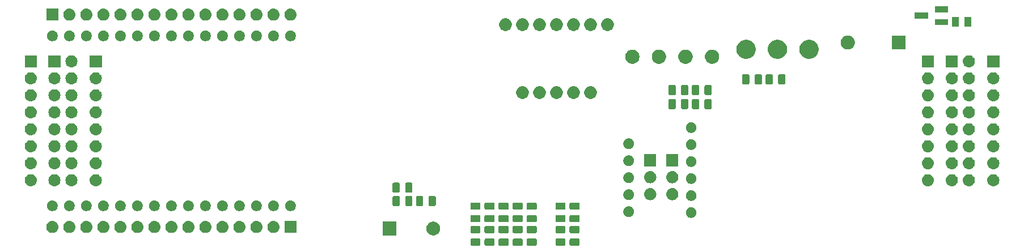
<source format=gbr>
G04 #@! TF.GenerationSoftware,KiCad,Pcbnew,(5.1.4)-1*
G04 #@! TF.CreationDate,2021-01-03T10:51:31-08:00*
G04 #@! TF.ProjectId,BOMPanelClipon,424f4d50-616e-4656-9c43-6c69706f6e2e,rev?*
G04 #@! TF.SameCoordinates,Original*
G04 #@! TF.FileFunction,Soldermask,Top*
G04 #@! TF.FilePolarity,Negative*
%FSLAX46Y46*%
G04 Gerber Fmt 4.6, Leading zero omitted, Abs format (unit mm)*
G04 Created by KiCad (PCBNEW (5.1.4)-1) date 2021-01-03 10:51:31*
%MOMM*%
%LPD*%
G04 APERTURE LIST*
%ADD10C,0.100000*%
G04 APERTURE END LIST*
D10*
G36*
X3584468Y-17603565D02*
G01*
X3623138Y-17615296D01*
X3658777Y-17634346D01*
X3690017Y-17659983D01*
X3715654Y-17691223D01*
X3734704Y-17726862D01*
X3746435Y-17765532D01*
X3751000Y-17811888D01*
X3751000Y-18463112D01*
X3746435Y-18509468D01*
X3734704Y-18548138D01*
X3715654Y-18583777D01*
X3690017Y-18615017D01*
X3658777Y-18640654D01*
X3623138Y-18659704D01*
X3584468Y-18671435D01*
X3538112Y-18676000D01*
X2461888Y-18676000D01*
X2415532Y-18671435D01*
X2376862Y-18659704D01*
X2341223Y-18640654D01*
X2309983Y-18615017D01*
X2284346Y-18583777D01*
X2265296Y-18548138D01*
X2253565Y-18509468D01*
X2249000Y-18463112D01*
X2249000Y-17811888D01*
X2253565Y-17765532D01*
X2265296Y-17726862D01*
X2284346Y-17691223D01*
X2309983Y-17659983D01*
X2341223Y-17634346D01*
X2376862Y-17615296D01*
X2415532Y-17603565D01*
X2461888Y-17599000D01*
X3538112Y-17599000D01*
X3584468Y-17603565D01*
X3584468Y-17603565D01*
G37*
G36*
X1484468Y-17603565D02*
G01*
X1523138Y-17615296D01*
X1558777Y-17634346D01*
X1590017Y-17659983D01*
X1615654Y-17691223D01*
X1634704Y-17726862D01*
X1646435Y-17765532D01*
X1651000Y-17811888D01*
X1651000Y-18463112D01*
X1646435Y-18509468D01*
X1634704Y-18548138D01*
X1615654Y-18583777D01*
X1590017Y-18615017D01*
X1558777Y-18640654D01*
X1523138Y-18659704D01*
X1484468Y-18671435D01*
X1438112Y-18676000D01*
X361888Y-18676000D01*
X315532Y-18671435D01*
X276862Y-18659704D01*
X241223Y-18640654D01*
X209983Y-18615017D01*
X184346Y-18583777D01*
X165296Y-18548138D01*
X153565Y-18509468D01*
X149000Y-18463112D01*
X149000Y-17811888D01*
X153565Y-17765532D01*
X165296Y-17726862D01*
X184346Y-17691223D01*
X209983Y-17659983D01*
X241223Y-17634346D01*
X276862Y-17615296D01*
X315532Y-17603565D01*
X361888Y-17599000D01*
X1438112Y-17599000D01*
X1484468Y-17603565D01*
X1484468Y-17603565D01*
G37*
G36*
X-615532Y-17603565D02*
G01*
X-576862Y-17615296D01*
X-541223Y-17634346D01*
X-509983Y-17659983D01*
X-484346Y-17691223D01*
X-465296Y-17726862D01*
X-453565Y-17765532D01*
X-449000Y-17811888D01*
X-449000Y-18463112D01*
X-453565Y-18509468D01*
X-465296Y-18548138D01*
X-484346Y-18583777D01*
X-509983Y-18615017D01*
X-541223Y-18640654D01*
X-576862Y-18659704D01*
X-615532Y-18671435D01*
X-661888Y-18676000D01*
X-1738112Y-18676000D01*
X-1784468Y-18671435D01*
X-1823138Y-18659704D01*
X-1858777Y-18640654D01*
X-1890017Y-18615017D01*
X-1915654Y-18583777D01*
X-1934704Y-18548138D01*
X-1946435Y-18509468D01*
X-1951000Y-18463112D01*
X-1951000Y-17811888D01*
X-1946435Y-17765532D01*
X-1934704Y-17726862D01*
X-1915654Y-17691223D01*
X-1890017Y-17659983D01*
X-1858777Y-17634346D01*
X-1823138Y-17615296D01*
X-1784468Y-17603565D01*
X-1738112Y-17599000D01*
X-661888Y-17599000D01*
X-615532Y-17603565D01*
X-615532Y-17603565D01*
G37*
G36*
X-2715532Y-17603565D02*
G01*
X-2676862Y-17615296D01*
X-2641223Y-17634346D01*
X-2609983Y-17659983D01*
X-2584346Y-17691223D01*
X-2565296Y-17726862D01*
X-2553565Y-17765532D01*
X-2549000Y-17811888D01*
X-2549000Y-18463112D01*
X-2553565Y-18509468D01*
X-2565296Y-18548138D01*
X-2584346Y-18583777D01*
X-2609983Y-18615017D01*
X-2641223Y-18640654D01*
X-2676862Y-18659704D01*
X-2715532Y-18671435D01*
X-2761888Y-18676000D01*
X-3838112Y-18676000D01*
X-3884468Y-18671435D01*
X-3923138Y-18659704D01*
X-3958777Y-18640654D01*
X-3990017Y-18615017D01*
X-4015654Y-18583777D01*
X-4034704Y-18548138D01*
X-4046435Y-18509468D01*
X-4051000Y-18463112D01*
X-4051000Y-17811888D01*
X-4046435Y-17765532D01*
X-4034704Y-17726862D01*
X-4015654Y-17691223D01*
X-3990017Y-17659983D01*
X-3958777Y-17634346D01*
X-3923138Y-17615296D01*
X-3884468Y-17603565D01*
X-3838112Y-17599000D01*
X-2761888Y-17599000D01*
X-2715532Y-17603565D01*
X-2715532Y-17603565D01*
G37*
G36*
X-4815532Y-17603565D02*
G01*
X-4776862Y-17615296D01*
X-4741223Y-17634346D01*
X-4709983Y-17659983D01*
X-4684346Y-17691223D01*
X-4665296Y-17726862D01*
X-4653565Y-17765532D01*
X-4649000Y-17811888D01*
X-4649000Y-18463112D01*
X-4653565Y-18509468D01*
X-4665296Y-18548138D01*
X-4684346Y-18583777D01*
X-4709983Y-18615017D01*
X-4741223Y-18640654D01*
X-4776862Y-18659704D01*
X-4815532Y-18671435D01*
X-4861888Y-18676000D01*
X-5938112Y-18676000D01*
X-5984468Y-18671435D01*
X-6023138Y-18659704D01*
X-6058777Y-18640654D01*
X-6090017Y-18615017D01*
X-6115654Y-18583777D01*
X-6134704Y-18548138D01*
X-6146435Y-18509468D01*
X-6151000Y-18463112D01*
X-6151000Y-17811888D01*
X-6146435Y-17765532D01*
X-6134704Y-17726862D01*
X-6115654Y-17691223D01*
X-6090017Y-17659983D01*
X-6058777Y-17634346D01*
X-6023138Y-17615296D01*
X-5984468Y-17603565D01*
X-5938112Y-17599000D01*
X-4861888Y-17599000D01*
X-4815532Y-17603565D01*
X-4815532Y-17603565D01*
G37*
G36*
X9984468Y-17603565D02*
G01*
X10023138Y-17615296D01*
X10058777Y-17634346D01*
X10090017Y-17659983D01*
X10115654Y-17691223D01*
X10134704Y-17726862D01*
X10146435Y-17765532D01*
X10151000Y-17811888D01*
X10151000Y-18463112D01*
X10146435Y-18509468D01*
X10134704Y-18548138D01*
X10115654Y-18583777D01*
X10090017Y-18615017D01*
X10058777Y-18640654D01*
X10023138Y-18659704D01*
X9984468Y-18671435D01*
X9938112Y-18676000D01*
X8861888Y-18676000D01*
X8815532Y-18671435D01*
X8776862Y-18659704D01*
X8741223Y-18640654D01*
X8709983Y-18615017D01*
X8684346Y-18583777D01*
X8665296Y-18548138D01*
X8653565Y-18509468D01*
X8649000Y-18463112D01*
X8649000Y-17811888D01*
X8653565Y-17765532D01*
X8665296Y-17726862D01*
X8684346Y-17691223D01*
X8709983Y-17659983D01*
X8741223Y-17634346D01*
X8776862Y-17615296D01*
X8815532Y-17603565D01*
X8861888Y-17599000D01*
X9938112Y-17599000D01*
X9984468Y-17603565D01*
X9984468Y-17603565D01*
G37*
G36*
X7884468Y-17603565D02*
G01*
X7923138Y-17615296D01*
X7958777Y-17634346D01*
X7990017Y-17659983D01*
X8015654Y-17691223D01*
X8034704Y-17726862D01*
X8046435Y-17765532D01*
X8051000Y-17811888D01*
X8051000Y-18463112D01*
X8046435Y-18509468D01*
X8034704Y-18548138D01*
X8015654Y-18583777D01*
X7990017Y-18615017D01*
X7958777Y-18640654D01*
X7923138Y-18659704D01*
X7884468Y-18671435D01*
X7838112Y-18676000D01*
X6761888Y-18676000D01*
X6715532Y-18671435D01*
X6676862Y-18659704D01*
X6641223Y-18640654D01*
X6609983Y-18615017D01*
X6584346Y-18583777D01*
X6565296Y-18548138D01*
X6553565Y-18509468D01*
X6549000Y-18463112D01*
X6549000Y-17811888D01*
X6553565Y-17765532D01*
X6565296Y-17726862D01*
X6584346Y-17691223D01*
X6609983Y-17659983D01*
X6641223Y-17634346D01*
X6676862Y-17615296D01*
X6715532Y-17603565D01*
X6761888Y-17599000D01*
X7838112Y-17599000D01*
X7884468Y-17603565D01*
X7884468Y-17603565D01*
G37*
G36*
X-11400728Y-15113428D02*
G01*
X-11289009Y-15159704D01*
X-11214007Y-15190771D01*
X-11045963Y-15303054D01*
X-10903054Y-15445963D01*
X-10790771Y-15614007D01*
X-10790770Y-15614009D01*
X-10713428Y-15800728D01*
X-10674000Y-15998947D01*
X-10674000Y-16201053D01*
X-10713428Y-16399272D01*
X-10790770Y-16585991D01*
X-10790771Y-16585993D01*
X-10903054Y-16754037D01*
X-11045963Y-16896946D01*
X-11214007Y-17009229D01*
X-11214008Y-17009230D01*
X-11214009Y-17009230D01*
X-11400728Y-17086572D01*
X-11598947Y-17126000D01*
X-11801053Y-17126000D01*
X-11999272Y-17086572D01*
X-12185991Y-17009230D01*
X-12185992Y-17009230D01*
X-12185993Y-17009229D01*
X-12354037Y-16896946D01*
X-12496946Y-16754037D01*
X-12609229Y-16585993D01*
X-12609230Y-16585991D01*
X-12686572Y-16399272D01*
X-12726000Y-16201053D01*
X-12726000Y-15998947D01*
X-12686572Y-15800728D01*
X-12609230Y-15614009D01*
X-12609229Y-15614007D01*
X-12496946Y-15445963D01*
X-12354037Y-15303054D01*
X-12185993Y-15190771D01*
X-12110991Y-15159704D01*
X-11999272Y-15113428D01*
X-11801053Y-15074000D01*
X-11598947Y-15074000D01*
X-11400728Y-15113428D01*
X-11400728Y-15113428D01*
G37*
G36*
X-17174000Y-17126000D02*
G01*
X-19226000Y-17126000D01*
X-19226000Y-15074000D01*
X-17174000Y-15074000D01*
X-17174000Y-17126000D01*
X-17174000Y-17126000D01*
G37*
G36*
X7884468Y-15728565D02*
G01*
X7923138Y-15740296D01*
X7958777Y-15759346D01*
X7990017Y-15784983D01*
X8015654Y-15816223D01*
X8034704Y-15851862D01*
X8046435Y-15890532D01*
X8051000Y-15936888D01*
X8051000Y-16588112D01*
X8046435Y-16634468D01*
X8034704Y-16673138D01*
X8015654Y-16708777D01*
X7990017Y-16740017D01*
X7958777Y-16765654D01*
X7923138Y-16784704D01*
X7884468Y-16796435D01*
X7838112Y-16801000D01*
X6761888Y-16801000D01*
X6715532Y-16796435D01*
X6676862Y-16784704D01*
X6641223Y-16765654D01*
X6609983Y-16740017D01*
X6584346Y-16708777D01*
X6565296Y-16673138D01*
X6553565Y-16634468D01*
X6549000Y-16588112D01*
X6549000Y-15936888D01*
X6553565Y-15890532D01*
X6565296Y-15851862D01*
X6584346Y-15816223D01*
X6609983Y-15784983D01*
X6641223Y-15759346D01*
X6676862Y-15740296D01*
X6715532Y-15728565D01*
X6761888Y-15724000D01*
X7838112Y-15724000D01*
X7884468Y-15728565D01*
X7884468Y-15728565D01*
G37*
G36*
X1484468Y-15728565D02*
G01*
X1523138Y-15740296D01*
X1558777Y-15759346D01*
X1590017Y-15784983D01*
X1615654Y-15816223D01*
X1634704Y-15851862D01*
X1646435Y-15890532D01*
X1651000Y-15936888D01*
X1651000Y-16588112D01*
X1646435Y-16634468D01*
X1634704Y-16673138D01*
X1615654Y-16708777D01*
X1590017Y-16740017D01*
X1558777Y-16765654D01*
X1523138Y-16784704D01*
X1484468Y-16796435D01*
X1438112Y-16801000D01*
X361888Y-16801000D01*
X315532Y-16796435D01*
X276862Y-16784704D01*
X241223Y-16765654D01*
X209983Y-16740017D01*
X184346Y-16708777D01*
X165296Y-16673138D01*
X153565Y-16634468D01*
X149000Y-16588112D01*
X149000Y-15936888D01*
X153565Y-15890532D01*
X165296Y-15851862D01*
X184346Y-15816223D01*
X209983Y-15784983D01*
X241223Y-15759346D01*
X276862Y-15740296D01*
X315532Y-15728565D01*
X361888Y-15724000D01*
X1438112Y-15724000D01*
X1484468Y-15728565D01*
X1484468Y-15728565D01*
G37*
G36*
X9984468Y-15728565D02*
G01*
X10023138Y-15740296D01*
X10058777Y-15759346D01*
X10090017Y-15784983D01*
X10115654Y-15816223D01*
X10134704Y-15851862D01*
X10146435Y-15890532D01*
X10151000Y-15936888D01*
X10151000Y-16588112D01*
X10146435Y-16634468D01*
X10134704Y-16673138D01*
X10115654Y-16708777D01*
X10090017Y-16740017D01*
X10058777Y-16765654D01*
X10023138Y-16784704D01*
X9984468Y-16796435D01*
X9938112Y-16801000D01*
X8861888Y-16801000D01*
X8815532Y-16796435D01*
X8776862Y-16784704D01*
X8741223Y-16765654D01*
X8709983Y-16740017D01*
X8684346Y-16708777D01*
X8665296Y-16673138D01*
X8653565Y-16634468D01*
X8649000Y-16588112D01*
X8649000Y-15936888D01*
X8653565Y-15890532D01*
X8665296Y-15851862D01*
X8684346Y-15816223D01*
X8709983Y-15784983D01*
X8741223Y-15759346D01*
X8776862Y-15740296D01*
X8815532Y-15728565D01*
X8861888Y-15724000D01*
X9938112Y-15724000D01*
X9984468Y-15728565D01*
X9984468Y-15728565D01*
G37*
G36*
X-615532Y-15728565D02*
G01*
X-576862Y-15740296D01*
X-541223Y-15759346D01*
X-509983Y-15784983D01*
X-484346Y-15816223D01*
X-465296Y-15851862D01*
X-453565Y-15890532D01*
X-449000Y-15936888D01*
X-449000Y-16588112D01*
X-453565Y-16634468D01*
X-465296Y-16673138D01*
X-484346Y-16708777D01*
X-509983Y-16740017D01*
X-541223Y-16765654D01*
X-576862Y-16784704D01*
X-615532Y-16796435D01*
X-661888Y-16801000D01*
X-1738112Y-16801000D01*
X-1784468Y-16796435D01*
X-1823138Y-16784704D01*
X-1858777Y-16765654D01*
X-1890017Y-16740017D01*
X-1915654Y-16708777D01*
X-1934704Y-16673138D01*
X-1946435Y-16634468D01*
X-1951000Y-16588112D01*
X-1951000Y-15936888D01*
X-1946435Y-15890532D01*
X-1934704Y-15851862D01*
X-1915654Y-15816223D01*
X-1890017Y-15784983D01*
X-1858777Y-15759346D01*
X-1823138Y-15740296D01*
X-1784468Y-15728565D01*
X-1738112Y-15724000D01*
X-661888Y-15724000D01*
X-615532Y-15728565D01*
X-615532Y-15728565D01*
G37*
G36*
X-2715532Y-15728565D02*
G01*
X-2676862Y-15740296D01*
X-2641223Y-15759346D01*
X-2609983Y-15784983D01*
X-2584346Y-15816223D01*
X-2565296Y-15851862D01*
X-2553565Y-15890532D01*
X-2549000Y-15936888D01*
X-2549000Y-16588112D01*
X-2553565Y-16634468D01*
X-2565296Y-16673138D01*
X-2584346Y-16708777D01*
X-2609983Y-16740017D01*
X-2641223Y-16765654D01*
X-2676862Y-16784704D01*
X-2715532Y-16796435D01*
X-2761888Y-16801000D01*
X-3838112Y-16801000D01*
X-3884468Y-16796435D01*
X-3923138Y-16784704D01*
X-3958777Y-16765654D01*
X-3990017Y-16740017D01*
X-4015654Y-16708777D01*
X-4034704Y-16673138D01*
X-4046435Y-16634468D01*
X-4051000Y-16588112D01*
X-4051000Y-15936888D01*
X-4046435Y-15890532D01*
X-4034704Y-15851862D01*
X-4015654Y-15816223D01*
X-3990017Y-15784983D01*
X-3958777Y-15759346D01*
X-3923138Y-15740296D01*
X-3884468Y-15728565D01*
X-3838112Y-15724000D01*
X-2761888Y-15724000D01*
X-2715532Y-15728565D01*
X-2715532Y-15728565D01*
G37*
G36*
X3584468Y-15728565D02*
G01*
X3623138Y-15740296D01*
X3658777Y-15759346D01*
X3690017Y-15784983D01*
X3715654Y-15816223D01*
X3734704Y-15851862D01*
X3746435Y-15890532D01*
X3751000Y-15936888D01*
X3751000Y-16588112D01*
X3746435Y-16634468D01*
X3734704Y-16673138D01*
X3715654Y-16708777D01*
X3690017Y-16740017D01*
X3658777Y-16765654D01*
X3623138Y-16784704D01*
X3584468Y-16796435D01*
X3538112Y-16801000D01*
X2461888Y-16801000D01*
X2415532Y-16796435D01*
X2376862Y-16784704D01*
X2341223Y-16765654D01*
X2309983Y-16740017D01*
X2284346Y-16708777D01*
X2265296Y-16673138D01*
X2253565Y-16634468D01*
X2249000Y-16588112D01*
X2249000Y-15936888D01*
X2253565Y-15890532D01*
X2265296Y-15851862D01*
X2284346Y-15816223D01*
X2309983Y-15784983D01*
X2341223Y-15759346D01*
X2376862Y-15740296D01*
X2415532Y-15728565D01*
X2461888Y-15724000D01*
X3538112Y-15724000D01*
X3584468Y-15728565D01*
X3584468Y-15728565D01*
G37*
G36*
X-4815532Y-15728565D02*
G01*
X-4776862Y-15740296D01*
X-4741223Y-15759346D01*
X-4709983Y-15784983D01*
X-4684346Y-15816223D01*
X-4665296Y-15851862D01*
X-4653565Y-15890532D01*
X-4649000Y-15936888D01*
X-4649000Y-16588112D01*
X-4653565Y-16634468D01*
X-4665296Y-16673138D01*
X-4684346Y-16708777D01*
X-4709983Y-16740017D01*
X-4741223Y-16765654D01*
X-4776862Y-16784704D01*
X-4815532Y-16796435D01*
X-4861888Y-16801000D01*
X-5938112Y-16801000D01*
X-5984468Y-16796435D01*
X-6023138Y-16784704D01*
X-6058777Y-16765654D01*
X-6090017Y-16740017D01*
X-6115654Y-16708777D01*
X-6134704Y-16673138D01*
X-6146435Y-16634468D01*
X-6151000Y-16588112D01*
X-6151000Y-15936888D01*
X-6146435Y-15890532D01*
X-6134704Y-15851862D01*
X-6115654Y-15816223D01*
X-6090017Y-15784983D01*
X-6058777Y-15759346D01*
X-6023138Y-15740296D01*
X-5984468Y-15728565D01*
X-5938112Y-15724000D01*
X-4861888Y-15724000D01*
X-4815532Y-15728565D01*
X-4815532Y-15728565D01*
G37*
G36*
X-65929558Y-14980518D02*
G01*
X-65863373Y-14987037D01*
X-65693534Y-15038557D01*
X-65537009Y-15122222D01*
X-65514550Y-15140654D01*
X-65399814Y-15234814D01*
X-65343812Y-15303054D01*
X-65287222Y-15372009D01*
X-65203557Y-15528534D01*
X-65152037Y-15698373D01*
X-65134641Y-15875000D01*
X-65152037Y-16051627D01*
X-65203557Y-16221466D01*
X-65287222Y-16377991D01*
X-65304687Y-16399272D01*
X-65399814Y-16515186D01*
X-65486094Y-16585993D01*
X-65537009Y-16627778D01*
X-65693534Y-16711443D01*
X-65863373Y-16762963D01*
X-65929558Y-16769482D01*
X-65995740Y-16776000D01*
X-66084260Y-16776000D01*
X-66150442Y-16769482D01*
X-66216627Y-16762963D01*
X-66386466Y-16711443D01*
X-66542991Y-16627778D01*
X-66593906Y-16585993D01*
X-66680186Y-16515186D01*
X-66775313Y-16399272D01*
X-66792778Y-16377991D01*
X-66876443Y-16221466D01*
X-66927963Y-16051627D01*
X-66945359Y-15875000D01*
X-66927963Y-15698373D01*
X-66876443Y-15528534D01*
X-66792778Y-15372009D01*
X-66736188Y-15303054D01*
X-66680186Y-15234814D01*
X-66565450Y-15140654D01*
X-66542991Y-15122222D01*
X-66386466Y-15038557D01*
X-66216627Y-14987037D01*
X-66150442Y-14980518D01*
X-66084260Y-14974000D01*
X-65995740Y-14974000D01*
X-65929558Y-14980518D01*
X-65929558Y-14980518D01*
G37*
G36*
X-68469558Y-14980518D02*
G01*
X-68403373Y-14987037D01*
X-68233534Y-15038557D01*
X-68077009Y-15122222D01*
X-68054550Y-15140654D01*
X-67939814Y-15234814D01*
X-67883812Y-15303054D01*
X-67827222Y-15372009D01*
X-67743557Y-15528534D01*
X-67692037Y-15698373D01*
X-67674641Y-15875000D01*
X-67692037Y-16051627D01*
X-67743557Y-16221466D01*
X-67827222Y-16377991D01*
X-67844687Y-16399272D01*
X-67939814Y-16515186D01*
X-68026094Y-16585993D01*
X-68077009Y-16627778D01*
X-68233534Y-16711443D01*
X-68403373Y-16762963D01*
X-68469558Y-16769482D01*
X-68535740Y-16776000D01*
X-68624260Y-16776000D01*
X-68690442Y-16769482D01*
X-68756627Y-16762963D01*
X-68926466Y-16711443D01*
X-69082991Y-16627778D01*
X-69133906Y-16585993D01*
X-69220186Y-16515186D01*
X-69315313Y-16399272D01*
X-69332778Y-16377991D01*
X-69416443Y-16221466D01*
X-69467963Y-16051627D01*
X-69485359Y-15875000D01*
X-69467963Y-15698373D01*
X-69416443Y-15528534D01*
X-69332778Y-15372009D01*
X-69276188Y-15303054D01*
X-69220186Y-15234814D01*
X-69105450Y-15140654D01*
X-69082991Y-15122222D01*
X-68926466Y-15038557D01*
X-68756627Y-14987037D01*
X-68690442Y-14980518D01*
X-68624260Y-14974000D01*
X-68535740Y-14974000D01*
X-68469558Y-14980518D01*
X-68469558Y-14980518D01*
G37*
G36*
X-63389558Y-14980518D02*
G01*
X-63323373Y-14987037D01*
X-63153534Y-15038557D01*
X-62997009Y-15122222D01*
X-62974550Y-15140654D01*
X-62859814Y-15234814D01*
X-62803812Y-15303054D01*
X-62747222Y-15372009D01*
X-62663557Y-15528534D01*
X-62612037Y-15698373D01*
X-62594641Y-15875000D01*
X-62612037Y-16051627D01*
X-62663557Y-16221466D01*
X-62747222Y-16377991D01*
X-62764687Y-16399272D01*
X-62859814Y-16515186D01*
X-62946094Y-16585993D01*
X-62997009Y-16627778D01*
X-63153534Y-16711443D01*
X-63323373Y-16762963D01*
X-63389558Y-16769482D01*
X-63455740Y-16776000D01*
X-63544260Y-16776000D01*
X-63610442Y-16769482D01*
X-63676627Y-16762963D01*
X-63846466Y-16711443D01*
X-64002991Y-16627778D01*
X-64053906Y-16585993D01*
X-64140186Y-16515186D01*
X-64235313Y-16399272D01*
X-64252778Y-16377991D01*
X-64336443Y-16221466D01*
X-64387963Y-16051627D01*
X-64405359Y-15875000D01*
X-64387963Y-15698373D01*
X-64336443Y-15528534D01*
X-64252778Y-15372009D01*
X-64196188Y-15303054D01*
X-64140186Y-15234814D01*
X-64025450Y-15140654D01*
X-64002991Y-15122222D01*
X-63846466Y-15038557D01*
X-63676627Y-14987037D01*
X-63610442Y-14980518D01*
X-63544260Y-14974000D01*
X-63455740Y-14974000D01*
X-63389558Y-14980518D01*
X-63389558Y-14980518D01*
G37*
G36*
X-60849558Y-14980518D02*
G01*
X-60783373Y-14987037D01*
X-60613534Y-15038557D01*
X-60457009Y-15122222D01*
X-60434550Y-15140654D01*
X-60319814Y-15234814D01*
X-60263812Y-15303054D01*
X-60207222Y-15372009D01*
X-60123557Y-15528534D01*
X-60072037Y-15698373D01*
X-60054641Y-15875000D01*
X-60072037Y-16051627D01*
X-60123557Y-16221466D01*
X-60207222Y-16377991D01*
X-60224687Y-16399272D01*
X-60319814Y-16515186D01*
X-60406094Y-16585993D01*
X-60457009Y-16627778D01*
X-60613534Y-16711443D01*
X-60783373Y-16762963D01*
X-60849558Y-16769482D01*
X-60915740Y-16776000D01*
X-61004260Y-16776000D01*
X-61070442Y-16769482D01*
X-61136627Y-16762963D01*
X-61306466Y-16711443D01*
X-61462991Y-16627778D01*
X-61513906Y-16585993D01*
X-61600186Y-16515186D01*
X-61695313Y-16399272D01*
X-61712778Y-16377991D01*
X-61796443Y-16221466D01*
X-61847963Y-16051627D01*
X-61865359Y-15875000D01*
X-61847963Y-15698373D01*
X-61796443Y-15528534D01*
X-61712778Y-15372009D01*
X-61656188Y-15303054D01*
X-61600186Y-15234814D01*
X-61485450Y-15140654D01*
X-61462991Y-15122222D01*
X-61306466Y-15038557D01*
X-61136627Y-14987037D01*
X-61070442Y-14980518D01*
X-61004260Y-14974000D01*
X-60915740Y-14974000D01*
X-60849558Y-14980518D01*
X-60849558Y-14980518D01*
G37*
G36*
X-58309558Y-14980518D02*
G01*
X-58243373Y-14987037D01*
X-58073534Y-15038557D01*
X-57917009Y-15122222D01*
X-57894550Y-15140654D01*
X-57779814Y-15234814D01*
X-57723812Y-15303054D01*
X-57667222Y-15372009D01*
X-57583557Y-15528534D01*
X-57532037Y-15698373D01*
X-57514641Y-15875000D01*
X-57532037Y-16051627D01*
X-57583557Y-16221466D01*
X-57667222Y-16377991D01*
X-57684687Y-16399272D01*
X-57779814Y-16515186D01*
X-57866094Y-16585993D01*
X-57917009Y-16627778D01*
X-58073534Y-16711443D01*
X-58243373Y-16762963D01*
X-58309558Y-16769482D01*
X-58375740Y-16776000D01*
X-58464260Y-16776000D01*
X-58530442Y-16769482D01*
X-58596627Y-16762963D01*
X-58766466Y-16711443D01*
X-58922991Y-16627778D01*
X-58973906Y-16585993D01*
X-59060186Y-16515186D01*
X-59155313Y-16399272D01*
X-59172778Y-16377991D01*
X-59256443Y-16221466D01*
X-59307963Y-16051627D01*
X-59325359Y-15875000D01*
X-59307963Y-15698373D01*
X-59256443Y-15528534D01*
X-59172778Y-15372009D01*
X-59116188Y-15303054D01*
X-59060186Y-15234814D01*
X-58945450Y-15140654D01*
X-58922991Y-15122222D01*
X-58766466Y-15038557D01*
X-58596627Y-14987037D01*
X-58530442Y-14980518D01*
X-58464260Y-14974000D01*
X-58375740Y-14974000D01*
X-58309558Y-14980518D01*
X-58309558Y-14980518D01*
G37*
G36*
X-55769558Y-14980518D02*
G01*
X-55703373Y-14987037D01*
X-55533534Y-15038557D01*
X-55377009Y-15122222D01*
X-55354550Y-15140654D01*
X-55239814Y-15234814D01*
X-55183812Y-15303054D01*
X-55127222Y-15372009D01*
X-55043557Y-15528534D01*
X-54992037Y-15698373D01*
X-54974641Y-15875000D01*
X-54992037Y-16051627D01*
X-55043557Y-16221466D01*
X-55127222Y-16377991D01*
X-55144687Y-16399272D01*
X-55239814Y-16515186D01*
X-55326094Y-16585993D01*
X-55377009Y-16627778D01*
X-55533534Y-16711443D01*
X-55703373Y-16762963D01*
X-55769558Y-16769482D01*
X-55835740Y-16776000D01*
X-55924260Y-16776000D01*
X-55990442Y-16769482D01*
X-56056627Y-16762963D01*
X-56226466Y-16711443D01*
X-56382991Y-16627778D01*
X-56433906Y-16585993D01*
X-56520186Y-16515186D01*
X-56615313Y-16399272D01*
X-56632778Y-16377991D01*
X-56716443Y-16221466D01*
X-56767963Y-16051627D01*
X-56785359Y-15875000D01*
X-56767963Y-15698373D01*
X-56716443Y-15528534D01*
X-56632778Y-15372009D01*
X-56576188Y-15303054D01*
X-56520186Y-15234814D01*
X-56405450Y-15140654D01*
X-56382991Y-15122222D01*
X-56226466Y-15038557D01*
X-56056627Y-14987037D01*
X-55990442Y-14980518D01*
X-55924260Y-14974000D01*
X-55835740Y-14974000D01*
X-55769558Y-14980518D01*
X-55769558Y-14980518D01*
G37*
G36*
X-53229558Y-14980518D02*
G01*
X-53163373Y-14987037D01*
X-52993534Y-15038557D01*
X-52837009Y-15122222D01*
X-52814550Y-15140654D01*
X-52699814Y-15234814D01*
X-52643812Y-15303054D01*
X-52587222Y-15372009D01*
X-52503557Y-15528534D01*
X-52452037Y-15698373D01*
X-52434641Y-15875000D01*
X-52452037Y-16051627D01*
X-52503557Y-16221466D01*
X-52587222Y-16377991D01*
X-52604687Y-16399272D01*
X-52699814Y-16515186D01*
X-52786094Y-16585993D01*
X-52837009Y-16627778D01*
X-52993534Y-16711443D01*
X-53163373Y-16762963D01*
X-53229558Y-16769482D01*
X-53295740Y-16776000D01*
X-53384260Y-16776000D01*
X-53450442Y-16769482D01*
X-53516627Y-16762963D01*
X-53686466Y-16711443D01*
X-53842991Y-16627778D01*
X-53893906Y-16585993D01*
X-53980186Y-16515186D01*
X-54075313Y-16399272D01*
X-54092778Y-16377991D01*
X-54176443Y-16221466D01*
X-54227963Y-16051627D01*
X-54245359Y-15875000D01*
X-54227963Y-15698373D01*
X-54176443Y-15528534D01*
X-54092778Y-15372009D01*
X-54036188Y-15303054D01*
X-53980186Y-15234814D01*
X-53865450Y-15140654D01*
X-53842991Y-15122222D01*
X-53686466Y-15038557D01*
X-53516627Y-14987037D01*
X-53450442Y-14980518D01*
X-53384260Y-14974000D01*
X-53295740Y-14974000D01*
X-53229558Y-14980518D01*
X-53229558Y-14980518D01*
G37*
G36*
X-48149558Y-14980518D02*
G01*
X-48083373Y-14987037D01*
X-47913534Y-15038557D01*
X-47757009Y-15122222D01*
X-47734550Y-15140654D01*
X-47619814Y-15234814D01*
X-47563812Y-15303054D01*
X-47507222Y-15372009D01*
X-47423557Y-15528534D01*
X-47372037Y-15698373D01*
X-47354641Y-15875000D01*
X-47372037Y-16051627D01*
X-47423557Y-16221466D01*
X-47507222Y-16377991D01*
X-47524687Y-16399272D01*
X-47619814Y-16515186D01*
X-47706094Y-16585993D01*
X-47757009Y-16627778D01*
X-47913534Y-16711443D01*
X-48083373Y-16762963D01*
X-48149558Y-16769482D01*
X-48215740Y-16776000D01*
X-48304260Y-16776000D01*
X-48370442Y-16769482D01*
X-48436627Y-16762963D01*
X-48606466Y-16711443D01*
X-48762991Y-16627778D01*
X-48813906Y-16585993D01*
X-48900186Y-16515186D01*
X-48995313Y-16399272D01*
X-49012778Y-16377991D01*
X-49096443Y-16221466D01*
X-49147963Y-16051627D01*
X-49165359Y-15875000D01*
X-49147963Y-15698373D01*
X-49096443Y-15528534D01*
X-49012778Y-15372009D01*
X-48956188Y-15303054D01*
X-48900186Y-15234814D01*
X-48785450Y-15140654D01*
X-48762991Y-15122222D01*
X-48606466Y-15038557D01*
X-48436627Y-14987037D01*
X-48370442Y-14980518D01*
X-48304260Y-14974000D01*
X-48215740Y-14974000D01*
X-48149558Y-14980518D01*
X-48149558Y-14980518D01*
G37*
G36*
X-45609558Y-14980518D02*
G01*
X-45543373Y-14987037D01*
X-45373534Y-15038557D01*
X-45217009Y-15122222D01*
X-45194550Y-15140654D01*
X-45079814Y-15234814D01*
X-45023812Y-15303054D01*
X-44967222Y-15372009D01*
X-44883557Y-15528534D01*
X-44832037Y-15698373D01*
X-44814641Y-15875000D01*
X-44832037Y-16051627D01*
X-44883557Y-16221466D01*
X-44967222Y-16377991D01*
X-44984687Y-16399272D01*
X-45079814Y-16515186D01*
X-45166094Y-16585993D01*
X-45217009Y-16627778D01*
X-45373534Y-16711443D01*
X-45543373Y-16762963D01*
X-45609558Y-16769482D01*
X-45675740Y-16776000D01*
X-45764260Y-16776000D01*
X-45830442Y-16769482D01*
X-45896627Y-16762963D01*
X-46066466Y-16711443D01*
X-46222991Y-16627778D01*
X-46273906Y-16585993D01*
X-46360186Y-16515186D01*
X-46455313Y-16399272D01*
X-46472778Y-16377991D01*
X-46556443Y-16221466D01*
X-46607963Y-16051627D01*
X-46625359Y-15875000D01*
X-46607963Y-15698373D01*
X-46556443Y-15528534D01*
X-46472778Y-15372009D01*
X-46416188Y-15303054D01*
X-46360186Y-15234814D01*
X-46245450Y-15140654D01*
X-46222991Y-15122222D01*
X-46066466Y-15038557D01*
X-45896627Y-14987037D01*
X-45830442Y-14980518D01*
X-45764260Y-14974000D01*
X-45675740Y-14974000D01*
X-45609558Y-14980518D01*
X-45609558Y-14980518D01*
G37*
G36*
X-43069558Y-14980518D02*
G01*
X-43003373Y-14987037D01*
X-42833534Y-15038557D01*
X-42677009Y-15122222D01*
X-42654550Y-15140654D01*
X-42539814Y-15234814D01*
X-42483812Y-15303054D01*
X-42427222Y-15372009D01*
X-42343557Y-15528534D01*
X-42292037Y-15698373D01*
X-42274641Y-15875000D01*
X-42292037Y-16051627D01*
X-42343557Y-16221466D01*
X-42427222Y-16377991D01*
X-42444687Y-16399272D01*
X-42539814Y-16515186D01*
X-42626094Y-16585993D01*
X-42677009Y-16627778D01*
X-42833534Y-16711443D01*
X-43003373Y-16762963D01*
X-43069558Y-16769482D01*
X-43135740Y-16776000D01*
X-43224260Y-16776000D01*
X-43290442Y-16769482D01*
X-43356627Y-16762963D01*
X-43526466Y-16711443D01*
X-43682991Y-16627778D01*
X-43733906Y-16585993D01*
X-43820186Y-16515186D01*
X-43915313Y-16399272D01*
X-43932778Y-16377991D01*
X-44016443Y-16221466D01*
X-44067963Y-16051627D01*
X-44085359Y-15875000D01*
X-44067963Y-15698373D01*
X-44016443Y-15528534D01*
X-43932778Y-15372009D01*
X-43876188Y-15303054D01*
X-43820186Y-15234814D01*
X-43705450Y-15140654D01*
X-43682991Y-15122222D01*
X-43526466Y-15038557D01*
X-43356627Y-14987037D01*
X-43290442Y-14980518D01*
X-43224260Y-14974000D01*
X-43135740Y-14974000D01*
X-43069558Y-14980518D01*
X-43069558Y-14980518D01*
G37*
G36*
X-40529558Y-14980518D02*
G01*
X-40463373Y-14987037D01*
X-40293534Y-15038557D01*
X-40137009Y-15122222D01*
X-40114550Y-15140654D01*
X-39999814Y-15234814D01*
X-39943812Y-15303054D01*
X-39887222Y-15372009D01*
X-39803557Y-15528534D01*
X-39752037Y-15698373D01*
X-39734641Y-15875000D01*
X-39752037Y-16051627D01*
X-39803557Y-16221466D01*
X-39887222Y-16377991D01*
X-39904687Y-16399272D01*
X-39999814Y-16515186D01*
X-40086094Y-16585993D01*
X-40137009Y-16627778D01*
X-40293534Y-16711443D01*
X-40463373Y-16762963D01*
X-40529558Y-16769482D01*
X-40595740Y-16776000D01*
X-40684260Y-16776000D01*
X-40750442Y-16769482D01*
X-40816627Y-16762963D01*
X-40986466Y-16711443D01*
X-41142991Y-16627778D01*
X-41193906Y-16585993D01*
X-41280186Y-16515186D01*
X-41375313Y-16399272D01*
X-41392778Y-16377991D01*
X-41476443Y-16221466D01*
X-41527963Y-16051627D01*
X-41545359Y-15875000D01*
X-41527963Y-15698373D01*
X-41476443Y-15528534D01*
X-41392778Y-15372009D01*
X-41336188Y-15303054D01*
X-41280186Y-15234814D01*
X-41165450Y-15140654D01*
X-41142991Y-15122222D01*
X-40986466Y-15038557D01*
X-40816627Y-14987037D01*
X-40750442Y-14980518D01*
X-40684260Y-14974000D01*
X-40595740Y-14974000D01*
X-40529558Y-14980518D01*
X-40529558Y-14980518D01*
G37*
G36*
X-37989558Y-14980518D02*
G01*
X-37923373Y-14987037D01*
X-37753534Y-15038557D01*
X-37597009Y-15122222D01*
X-37574550Y-15140654D01*
X-37459814Y-15234814D01*
X-37403812Y-15303054D01*
X-37347222Y-15372009D01*
X-37263557Y-15528534D01*
X-37212037Y-15698373D01*
X-37194641Y-15875000D01*
X-37212037Y-16051627D01*
X-37263557Y-16221466D01*
X-37347222Y-16377991D01*
X-37364687Y-16399272D01*
X-37459814Y-16515186D01*
X-37546094Y-16585993D01*
X-37597009Y-16627778D01*
X-37753534Y-16711443D01*
X-37923373Y-16762963D01*
X-37989558Y-16769482D01*
X-38055740Y-16776000D01*
X-38144260Y-16776000D01*
X-38210442Y-16769482D01*
X-38276627Y-16762963D01*
X-38446466Y-16711443D01*
X-38602991Y-16627778D01*
X-38653906Y-16585993D01*
X-38740186Y-16515186D01*
X-38835313Y-16399272D01*
X-38852778Y-16377991D01*
X-38936443Y-16221466D01*
X-38987963Y-16051627D01*
X-39005359Y-15875000D01*
X-38987963Y-15698373D01*
X-38936443Y-15528534D01*
X-38852778Y-15372009D01*
X-38796188Y-15303054D01*
X-38740186Y-15234814D01*
X-38625450Y-15140654D01*
X-38602991Y-15122222D01*
X-38446466Y-15038557D01*
X-38276627Y-14987037D01*
X-38210442Y-14980518D01*
X-38144260Y-14974000D01*
X-38055740Y-14974000D01*
X-37989558Y-14980518D01*
X-37989558Y-14980518D01*
G37*
G36*
X-35449558Y-14980518D02*
G01*
X-35383373Y-14987037D01*
X-35213534Y-15038557D01*
X-35057009Y-15122222D01*
X-35034550Y-15140654D01*
X-34919814Y-15234814D01*
X-34863812Y-15303054D01*
X-34807222Y-15372009D01*
X-34723557Y-15528534D01*
X-34672037Y-15698373D01*
X-34654641Y-15875000D01*
X-34672037Y-16051627D01*
X-34723557Y-16221466D01*
X-34807222Y-16377991D01*
X-34824687Y-16399272D01*
X-34919814Y-16515186D01*
X-35006094Y-16585993D01*
X-35057009Y-16627778D01*
X-35213534Y-16711443D01*
X-35383373Y-16762963D01*
X-35449558Y-16769482D01*
X-35515740Y-16776000D01*
X-35604260Y-16776000D01*
X-35670442Y-16769482D01*
X-35736627Y-16762963D01*
X-35906466Y-16711443D01*
X-36062991Y-16627778D01*
X-36113906Y-16585993D01*
X-36200186Y-16515186D01*
X-36295313Y-16399272D01*
X-36312778Y-16377991D01*
X-36396443Y-16221466D01*
X-36447963Y-16051627D01*
X-36465359Y-15875000D01*
X-36447963Y-15698373D01*
X-36396443Y-15528534D01*
X-36312778Y-15372009D01*
X-36256188Y-15303054D01*
X-36200186Y-15234814D01*
X-36085450Y-15140654D01*
X-36062991Y-15122222D01*
X-35906466Y-15038557D01*
X-35736627Y-14987037D01*
X-35670442Y-14980518D01*
X-35604260Y-14974000D01*
X-35515740Y-14974000D01*
X-35449558Y-14980518D01*
X-35449558Y-14980518D01*
G37*
G36*
X-32119000Y-16776000D02*
G01*
X-33921000Y-16776000D01*
X-33921000Y-14974000D01*
X-32119000Y-14974000D01*
X-32119000Y-16776000D01*
X-32119000Y-16776000D01*
G37*
G36*
X-50689558Y-14980518D02*
G01*
X-50623373Y-14987037D01*
X-50453534Y-15038557D01*
X-50297009Y-15122222D01*
X-50274550Y-15140654D01*
X-50159814Y-15234814D01*
X-50103812Y-15303054D01*
X-50047222Y-15372009D01*
X-49963557Y-15528534D01*
X-49912037Y-15698373D01*
X-49894641Y-15875000D01*
X-49912037Y-16051627D01*
X-49963557Y-16221466D01*
X-50047222Y-16377991D01*
X-50064687Y-16399272D01*
X-50159814Y-16515186D01*
X-50246094Y-16585993D01*
X-50297009Y-16627778D01*
X-50453534Y-16711443D01*
X-50623373Y-16762963D01*
X-50689558Y-16769482D01*
X-50755740Y-16776000D01*
X-50844260Y-16776000D01*
X-50910442Y-16769482D01*
X-50976627Y-16762963D01*
X-51146466Y-16711443D01*
X-51302991Y-16627778D01*
X-51353906Y-16585993D01*
X-51440186Y-16515186D01*
X-51535313Y-16399272D01*
X-51552778Y-16377991D01*
X-51636443Y-16221466D01*
X-51687963Y-16051627D01*
X-51705359Y-15875000D01*
X-51687963Y-15698373D01*
X-51636443Y-15528534D01*
X-51552778Y-15372009D01*
X-51496188Y-15303054D01*
X-51440186Y-15234814D01*
X-51325450Y-15140654D01*
X-51302991Y-15122222D01*
X-51146466Y-15038557D01*
X-50976627Y-14987037D01*
X-50910442Y-14980518D01*
X-50844260Y-14974000D01*
X-50755740Y-14974000D01*
X-50689558Y-14980518D01*
X-50689558Y-14980518D01*
G37*
G36*
X1484468Y-14103565D02*
G01*
X1523138Y-14115296D01*
X1558777Y-14134346D01*
X1590017Y-14159983D01*
X1615654Y-14191223D01*
X1634704Y-14226862D01*
X1646435Y-14265532D01*
X1651000Y-14311888D01*
X1651000Y-14963112D01*
X1646435Y-15009468D01*
X1634704Y-15048138D01*
X1615654Y-15083777D01*
X1590017Y-15115017D01*
X1558777Y-15140654D01*
X1523138Y-15159704D01*
X1484468Y-15171435D01*
X1438112Y-15176000D01*
X361888Y-15176000D01*
X315532Y-15171435D01*
X276862Y-15159704D01*
X241223Y-15140654D01*
X209983Y-15115017D01*
X184346Y-15083777D01*
X165296Y-15048138D01*
X153565Y-15009468D01*
X149000Y-14963112D01*
X149000Y-14311888D01*
X153565Y-14265532D01*
X165296Y-14226862D01*
X184346Y-14191223D01*
X209983Y-14159983D01*
X241223Y-14134346D01*
X276862Y-14115296D01*
X315532Y-14103565D01*
X361888Y-14099000D01*
X1438112Y-14099000D01*
X1484468Y-14103565D01*
X1484468Y-14103565D01*
G37*
G36*
X-4815532Y-14103565D02*
G01*
X-4776862Y-14115296D01*
X-4741223Y-14134346D01*
X-4709983Y-14159983D01*
X-4684346Y-14191223D01*
X-4665296Y-14226862D01*
X-4653565Y-14265532D01*
X-4649000Y-14311888D01*
X-4649000Y-14963112D01*
X-4653565Y-15009468D01*
X-4665296Y-15048138D01*
X-4684346Y-15083777D01*
X-4709983Y-15115017D01*
X-4741223Y-15140654D01*
X-4776862Y-15159704D01*
X-4815532Y-15171435D01*
X-4861888Y-15176000D01*
X-5938112Y-15176000D01*
X-5984468Y-15171435D01*
X-6023138Y-15159704D01*
X-6058777Y-15140654D01*
X-6090017Y-15115017D01*
X-6115654Y-15083777D01*
X-6134704Y-15048138D01*
X-6146435Y-15009468D01*
X-6151000Y-14963112D01*
X-6151000Y-14311888D01*
X-6146435Y-14265532D01*
X-6134704Y-14226862D01*
X-6115654Y-14191223D01*
X-6090017Y-14159983D01*
X-6058777Y-14134346D01*
X-6023138Y-14115296D01*
X-5984468Y-14103565D01*
X-5938112Y-14099000D01*
X-4861888Y-14099000D01*
X-4815532Y-14103565D01*
X-4815532Y-14103565D01*
G37*
G36*
X-615532Y-14103565D02*
G01*
X-576862Y-14115296D01*
X-541223Y-14134346D01*
X-509983Y-14159983D01*
X-484346Y-14191223D01*
X-465296Y-14226862D01*
X-453565Y-14265532D01*
X-449000Y-14311888D01*
X-449000Y-14963112D01*
X-453565Y-15009468D01*
X-465296Y-15048138D01*
X-484346Y-15083777D01*
X-509983Y-15115017D01*
X-541223Y-15140654D01*
X-576862Y-15159704D01*
X-615532Y-15171435D01*
X-661888Y-15176000D01*
X-1738112Y-15176000D01*
X-1784468Y-15171435D01*
X-1823138Y-15159704D01*
X-1858777Y-15140654D01*
X-1890017Y-15115017D01*
X-1915654Y-15083777D01*
X-1934704Y-15048138D01*
X-1946435Y-15009468D01*
X-1951000Y-14963112D01*
X-1951000Y-14311888D01*
X-1946435Y-14265532D01*
X-1934704Y-14226862D01*
X-1915654Y-14191223D01*
X-1890017Y-14159983D01*
X-1858777Y-14134346D01*
X-1823138Y-14115296D01*
X-1784468Y-14103565D01*
X-1738112Y-14099000D01*
X-661888Y-14099000D01*
X-615532Y-14103565D01*
X-615532Y-14103565D01*
G37*
G36*
X7884468Y-14103565D02*
G01*
X7923138Y-14115296D01*
X7958777Y-14134346D01*
X7990017Y-14159983D01*
X8015654Y-14191223D01*
X8034704Y-14226862D01*
X8046435Y-14265532D01*
X8051000Y-14311888D01*
X8051000Y-14963112D01*
X8046435Y-15009468D01*
X8034704Y-15048138D01*
X8015654Y-15083777D01*
X7990017Y-15115017D01*
X7958777Y-15140654D01*
X7923138Y-15159704D01*
X7884468Y-15171435D01*
X7838112Y-15176000D01*
X6761888Y-15176000D01*
X6715532Y-15171435D01*
X6676862Y-15159704D01*
X6641223Y-15140654D01*
X6609983Y-15115017D01*
X6584346Y-15083777D01*
X6565296Y-15048138D01*
X6553565Y-15009468D01*
X6549000Y-14963112D01*
X6549000Y-14311888D01*
X6553565Y-14265532D01*
X6565296Y-14226862D01*
X6584346Y-14191223D01*
X6609983Y-14159983D01*
X6641223Y-14134346D01*
X6676862Y-14115296D01*
X6715532Y-14103565D01*
X6761888Y-14099000D01*
X7838112Y-14099000D01*
X7884468Y-14103565D01*
X7884468Y-14103565D01*
G37*
G36*
X9984468Y-14103565D02*
G01*
X10023138Y-14115296D01*
X10058777Y-14134346D01*
X10090017Y-14159983D01*
X10115654Y-14191223D01*
X10134704Y-14226862D01*
X10146435Y-14265532D01*
X10151000Y-14311888D01*
X10151000Y-14963112D01*
X10146435Y-15009468D01*
X10134704Y-15048138D01*
X10115654Y-15083777D01*
X10090017Y-15115017D01*
X10058777Y-15140654D01*
X10023138Y-15159704D01*
X9984468Y-15171435D01*
X9938112Y-15176000D01*
X8861888Y-15176000D01*
X8815532Y-15171435D01*
X8776862Y-15159704D01*
X8741223Y-15140654D01*
X8709983Y-15115017D01*
X8684346Y-15083777D01*
X8665296Y-15048138D01*
X8653565Y-15009468D01*
X8649000Y-14963112D01*
X8649000Y-14311888D01*
X8653565Y-14265532D01*
X8665296Y-14226862D01*
X8684346Y-14191223D01*
X8709983Y-14159983D01*
X8741223Y-14134346D01*
X8776862Y-14115296D01*
X8815532Y-14103565D01*
X8861888Y-14099000D01*
X9938112Y-14099000D01*
X9984468Y-14103565D01*
X9984468Y-14103565D01*
G37*
G36*
X3584468Y-14103565D02*
G01*
X3623138Y-14115296D01*
X3658777Y-14134346D01*
X3690017Y-14159983D01*
X3715654Y-14191223D01*
X3734704Y-14226862D01*
X3746435Y-14265532D01*
X3751000Y-14311888D01*
X3751000Y-14963112D01*
X3746435Y-15009468D01*
X3734704Y-15048138D01*
X3715654Y-15083777D01*
X3690017Y-15115017D01*
X3658777Y-15140654D01*
X3623138Y-15159704D01*
X3584468Y-15171435D01*
X3538112Y-15176000D01*
X2461888Y-15176000D01*
X2415532Y-15171435D01*
X2376862Y-15159704D01*
X2341223Y-15140654D01*
X2309983Y-15115017D01*
X2284346Y-15083777D01*
X2265296Y-15048138D01*
X2253565Y-15009468D01*
X2249000Y-14963112D01*
X2249000Y-14311888D01*
X2253565Y-14265532D01*
X2265296Y-14226862D01*
X2284346Y-14191223D01*
X2309983Y-14159983D01*
X2341223Y-14134346D01*
X2376862Y-14115296D01*
X2415532Y-14103565D01*
X2461888Y-14099000D01*
X3538112Y-14099000D01*
X3584468Y-14103565D01*
X3584468Y-14103565D01*
G37*
G36*
X-2715532Y-14103565D02*
G01*
X-2676862Y-14115296D01*
X-2641223Y-14134346D01*
X-2609983Y-14159983D01*
X-2584346Y-14191223D01*
X-2565296Y-14226862D01*
X-2553565Y-14265532D01*
X-2549000Y-14311888D01*
X-2549000Y-14963112D01*
X-2553565Y-15009468D01*
X-2565296Y-15048138D01*
X-2584346Y-15083777D01*
X-2609983Y-15115017D01*
X-2641223Y-15140654D01*
X-2676862Y-15159704D01*
X-2715532Y-15171435D01*
X-2761888Y-15176000D01*
X-3838112Y-15176000D01*
X-3884468Y-15171435D01*
X-3923138Y-15159704D01*
X-3958777Y-15140654D01*
X-3990017Y-15115017D01*
X-4015654Y-15083777D01*
X-4034704Y-15048138D01*
X-4046435Y-15009468D01*
X-4051000Y-14963112D01*
X-4051000Y-14311888D01*
X-4046435Y-14265532D01*
X-4034704Y-14226862D01*
X-4015654Y-14191223D01*
X-3990017Y-14159983D01*
X-3958777Y-14134346D01*
X-3923138Y-14115296D01*
X-3884468Y-14103565D01*
X-3838112Y-14099000D01*
X-2761888Y-14099000D01*
X-2715532Y-14103565D01*
X-2715532Y-14103565D01*
G37*
G36*
X27043342Y-12945781D02*
G01*
X27189114Y-13006162D01*
X27189116Y-13006163D01*
X27320308Y-13093822D01*
X27431878Y-13205392D01*
X27509911Y-13322178D01*
X27519538Y-13336586D01*
X27579919Y-13482358D01*
X27610700Y-13637107D01*
X27610700Y-13794893D01*
X27579919Y-13949642D01*
X27575871Y-13959414D01*
X27519537Y-14095416D01*
X27431878Y-14226608D01*
X27320308Y-14338178D01*
X27189116Y-14425837D01*
X27189115Y-14425838D01*
X27189114Y-14425838D01*
X27043342Y-14486219D01*
X26888593Y-14517000D01*
X26730807Y-14517000D01*
X26576058Y-14486219D01*
X26430286Y-14425838D01*
X26430285Y-14425838D01*
X26430284Y-14425837D01*
X26299092Y-14338178D01*
X26187522Y-14226608D01*
X26099863Y-14095416D01*
X26043529Y-13959414D01*
X26039481Y-13949642D01*
X26008700Y-13794893D01*
X26008700Y-13637107D01*
X26039481Y-13482358D01*
X26099862Y-13336586D01*
X26109489Y-13322178D01*
X26187522Y-13205392D01*
X26299092Y-13093822D01*
X26430284Y-13006163D01*
X26430286Y-13006162D01*
X26576058Y-12945781D01*
X26730807Y-12915000D01*
X26888593Y-12915000D01*
X27043342Y-12945781D01*
X27043342Y-12945781D01*
G37*
G36*
X17713642Y-12809781D02*
G01*
X17859414Y-12870162D01*
X17859416Y-12870163D01*
X17990608Y-12957822D01*
X18102178Y-13069392D01*
X18189837Y-13200584D01*
X18189838Y-13200586D01*
X18250219Y-13346358D01*
X18281000Y-13501107D01*
X18281000Y-13658893D01*
X18250219Y-13813642D01*
X18193886Y-13949642D01*
X18189837Y-13959416D01*
X18102178Y-14090608D01*
X17990608Y-14202178D01*
X17859416Y-14289837D01*
X17859415Y-14289838D01*
X17859414Y-14289838D01*
X17713642Y-14350219D01*
X17558893Y-14381000D01*
X17401107Y-14381000D01*
X17246358Y-14350219D01*
X17100586Y-14289838D01*
X17100585Y-14289838D01*
X17100584Y-14289837D01*
X16969392Y-14202178D01*
X16857822Y-14090608D01*
X16770163Y-13959416D01*
X16766114Y-13949642D01*
X16709781Y-13813642D01*
X16679000Y-13658893D01*
X16679000Y-13501107D01*
X16709781Y-13346358D01*
X16770162Y-13200586D01*
X16770163Y-13200584D01*
X16857822Y-13069392D01*
X16969392Y-12957822D01*
X17100584Y-12870163D01*
X17100586Y-12870162D01*
X17246358Y-12809781D01*
X17401107Y-12779000D01*
X17558893Y-12779000D01*
X17713642Y-12809781D01*
X17713642Y-12809781D01*
G37*
G36*
X-32786358Y-11929781D02*
G01*
X-32672362Y-11977000D01*
X-32640584Y-11990163D01*
X-32509392Y-12077822D01*
X-32397822Y-12189392D01*
X-32333951Y-12284983D01*
X-32310162Y-12320586D01*
X-32249781Y-12466358D01*
X-32219000Y-12621107D01*
X-32219000Y-12778893D01*
X-32249781Y-12933642D01*
X-32290419Y-13031750D01*
X-32310163Y-13079416D01*
X-32397822Y-13210608D01*
X-32509392Y-13322178D01*
X-32640584Y-13409837D01*
X-32640585Y-13409838D01*
X-32640586Y-13409838D01*
X-32786358Y-13470219D01*
X-32941107Y-13501000D01*
X-33098893Y-13501000D01*
X-33253642Y-13470219D01*
X-33399414Y-13409838D01*
X-33399415Y-13409838D01*
X-33399416Y-13409837D01*
X-33530608Y-13322178D01*
X-33642178Y-13210608D01*
X-33729837Y-13079416D01*
X-33749581Y-13031750D01*
X-33790219Y-12933642D01*
X-33821000Y-12778893D01*
X-33821000Y-12621107D01*
X-33790219Y-12466358D01*
X-33729838Y-12320586D01*
X-33706049Y-12284983D01*
X-33642178Y-12189392D01*
X-33530608Y-12077822D01*
X-33399416Y-11990163D01*
X-33367638Y-11977000D01*
X-33253642Y-11929781D01*
X-33098893Y-11899000D01*
X-32941107Y-11899000D01*
X-32786358Y-11929781D01*
X-32786358Y-11929781D01*
G37*
G36*
X-68346358Y-11929781D02*
G01*
X-68232362Y-11977000D01*
X-68200584Y-11990163D01*
X-68069392Y-12077822D01*
X-67957822Y-12189392D01*
X-67893951Y-12284983D01*
X-67870162Y-12320586D01*
X-67809781Y-12466358D01*
X-67779000Y-12621107D01*
X-67779000Y-12778893D01*
X-67809781Y-12933642D01*
X-67850419Y-13031750D01*
X-67870163Y-13079416D01*
X-67957822Y-13210608D01*
X-68069392Y-13322178D01*
X-68200584Y-13409837D01*
X-68200585Y-13409838D01*
X-68200586Y-13409838D01*
X-68346358Y-13470219D01*
X-68501107Y-13501000D01*
X-68658893Y-13501000D01*
X-68813642Y-13470219D01*
X-68959414Y-13409838D01*
X-68959415Y-13409838D01*
X-68959416Y-13409837D01*
X-69090608Y-13322178D01*
X-69202178Y-13210608D01*
X-69289837Y-13079416D01*
X-69309581Y-13031750D01*
X-69350219Y-12933642D01*
X-69381000Y-12778893D01*
X-69381000Y-12621107D01*
X-69350219Y-12466358D01*
X-69289838Y-12320586D01*
X-69266049Y-12284983D01*
X-69202178Y-12189392D01*
X-69090608Y-12077822D01*
X-68959416Y-11990163D01*
X-68927638Y-11977000D01*
X-68813642Y-11929781D01*
X-68658893Y-11899000D01*
X-68501107Y-11899000D01*
X-68346358Y-11929781D01*
X-68346358Y-11929781D01*
G37*
G36*
X-65806358Y-11929781D02*
G01*
X-65692362Y-11977000D01*
X-65660584Y-11990163D01*
X-65529392Y-12077822D01*
X-65417822Y-12189392D01*
X-65353951Y-12284983D01*
X-65330162Y-12320586D01*
X-65269781Y-12466358D01*
X-65239000Y-12621107D01*
X-65239000Y-12778893D01*
X-65269781Y-12933642D01*
X-65310419Y-13031750D01*
X-65330163Y-13079416D01*
X-65417822Y-13210608D01*
X-65529392Y-13322178D01*
X-65660584Y-13409837D01*
X-65660585Y-13409838D01*
X-65660586Y-13409838D01*
X-65806358Y-13470219D01*
X-65961107Y-13501000D01*
X-66118893Y-13501000D01*
X-66273642Y-13470219D01*
X-66419414Y-13409838D01*
X-66419415Y-13409838D01*
X-66419416Y-13409837D01*
X-66550608Y-13322178D01*
X-66662178Y-13210608D01*
X-66749837Y-13079416D01*
X-66769581Y-13031750D01*
X-66810219Y-12933642D01*
X-66841000Y-12778893D01*
X-66841000Y-12621107D01*
X-66810219Y-12466358D01*
X-66749838Y-12320586D01*
X-66726049Y-12284983D01*
X-66662178Y-12189392D01*
X-66550608Y-12077822D01*
X-66419416Y-11990163D01*
X-66387638Y-11977000D01*
X-66273642Y-11929781D01*
X-66118893Y-11899000D01*
X-65961107Y-11899000D01*
X-65806358Y-11929781D01*
X-65806358Y-11929781D01*
G37*
G36*
X-63266358Y-11929781D02*
G01*
X-63152362Y-11977000D01*
X-63120584Y-11990163D01*
X-62989392Y-12077822D01*
X-62877822Y-12189392D01*
X-62813951Y-12284983D01*
X-62790162Y-12320586D01*
X-62729781Y-12466358D01*
X-62699000Y-12621107D01*
X-62699000Y-12778893D01*
X-62729781Y-12933642D01*
X-62770419Y-13031750D01*
X-62790163Y-13079416D01*
X-62877822Y-13210608D01*
X-62989392Y-13322178D01*
X-63120584Y-13409837D01*
X-63120585Y-13409838D01*
X-63120586Y-13409838D01*
X-63266358Y-13470219D01*
X-63421107Y-13501000D01*
X-63578893Y-13501000D01*
X-63733642Y-13470219D01*
X-63879414Y-13409838D01*
X-63879415Y-13409838D01*
X-63879416Y-13409837D01*
X-64010608Y-13322178D01*
X-64122178Y-13210608D01*
X-64209837Y-13079416D01*
X-64229581Y-13031750D01*
X-64270219Y-12933642D01*
X-64301000Y-12778893D01*
X-64301000Y-12621107D01*
X-64270219Y-12466358D01*
X-64209838Y-12320586D01*
X-64186049Y-12284983D01*
X-64122178Y-12189392D01*
X-64010608Y-12077822D01*
X-63879416Y-11990163D01*
X-63847638Y-11977000D01*
X-63733642Y-11929781D01*
X-63578893Y-11899000D01*
X-63421107Y-11899000D01*
X-63266358Y-11929781D01*
X-63266358Y-11929781D01*
G37*
G36*
X-60726358Y-11929781D02*
G01*
X-60612362Y-11977000D01*
X-60580584Y-11990163D01*
X-60449392Y-12077822D01*
X-60337822Y-12189392D01*
X-60273951Y-12284983D01*
X-60250162Y-12320586D01*
X-60189781Y-12466358D01*
X-60159000Y-12621107D01*
X-60159000Y-12778893D01*
X-60189781Y-12933642D01*
X-60230419Y-13031750D01*
X-60250163Y-13079416D01*
X-60337822Y-13210608D01*
X-60449392Y-13322178D01*
X-60580584Y-13409837D01*
X-60580585Y-13409838D01*
X-60580586Y-13409838D01*
X-60726358Y-13470219D01*
X-60881107Y-13501000D01*
X-61038893Y-13501000D01*
X-61193642Y-13470219D01*
X-61339414Y-13409838D01*
X-61339415Y-13409838D01*
X-61339416Y-13409837D01*
X-61470608Y-13322178D01*
X-61582178Y-13210608D01*
X-61669837Y-13079416D01*
X-61689581Y-13031750D01*
X-61730219Y-12933642D01*
X-61761000Y-12778893D01*
X-61761000Y-12621107D01*
X-61730219Y-12466358D01*
X-61669838Y-12320586D01*
X-61646049Y-12284983D01*
X-61582178Y-12189392D01*
X-61470608Y-12077822D01*
X-61339416Y-11990163D01*
X-61307638Y-11977000D01*
X-61193642Y-11929781D01*
X-61038893Y-11899000D01*
X-60881107Y-11899000D01*
X-60726358Y-11929781D01*
X-60726358Y-11929781D01*
G37*
G36*
X-58186358Y-11929781D02*
G01*
X-58072362Y-11977000D01*
X-58040584Y-11990163D01*
X-57909392Y-12077822D01*
X-57797822Y-12189392D01*
X-57733951Y-12284983D01*
X-57710162Y-12320586D01*
X-57649781Y-12466358D01*
X-57619000Y-12621107D01*
X-57619000Y-12778893D01*
X-57649781Y-12933642D01*
X-57690419Y-13031750D01*
X-57710163Y-13079416D01*
X-57797822Y-13210608D01*
X-57909392Y-13322178D01*
X-58040584Y-13409837D01*
X-58040585Y-13409838D01*
X-58040586Y-13409838D01*
X-58186358Y-13470219D01*
X-58341107Y-13501000D01*
X-58498893Y-13501000D01*
X-58653642Y-13470219D01*
X-58799414Y-13409838D01*
X-58799415Y-13409838D01*
X-58799416Y-13409837D01*
X-58930608Y-13322178D01*
X-59042178Y-13210608D01*
X-59129837Y-13079416D01*
X-59149581Y-13031750D01*
X-59190219Y-12933642D01*
X-59221000Y-12778893D01*
X-59221000Y-12621107D01*
X-59190219Y-12466358D01*
X-59129838Y-12320586D01*
X-59106049Y-12284983D01*
X-59042178Y-12189392D01*
X-58930608Y-12077822D01*
X-58799416Y-11990163D01*
X-58767638Y-11977000D01*
X-58653642Y-11929781D01*
X-58498893Y-11899000D01*
X-58341107Y-11899000D01*
X-58186358Y-11929781D01*
X-58186358Y-11929781D01*
G37*
G36*
X-53106358Y-11929781D02*
G01*
X-52992362Y-11977000D01*
X-52960584Y-11990163D01*
X-52829392Y-12077822D01*
X-52717822Y-12189392D01*
X-52653951Y-12284983D01*
X-52630162Y-12320586D01*
X-52569781Y-12466358D01*
X-52539000Y-12621107D01*
X-52539000Y-12778893D01*
X-52569781Y-12933642D01*
X-52610419Y-13031750D01*
X-52630163Y-13079416D01*
X-52717822Y-13210608D01*
X-52829392Y-13322178D01*
X-52960584Y-13409837D01*
X-52960585Y-13409838D01*
X-52960586Y-13409838D01*
X-53106358Y-13470219D01*
X-53261107Y-13501000D01*
X-53418893Y-13501000D01*
X-53573642Y-13470219D01*
X-53719414Y-13409838D01*
X-53719415Y-13409838D01*
X-53719416Y-13409837D01*
X-53850608Y-13322178D01*
X-53962178Y-13210608D01*
X-54049837Y-13079416D01*
X-54069581Y-13031750D01*
X-54110219Y-12933642D01*
X-54141000Y-12778893D01*
X-54141000Y-12621107D01*
X-54110219Y-12466358D01*
X-54049838Y-12320586D01*
X-54026049Y-12284983D01*
X-53962178Y-12189392D01*
X-53850608Y-12077822D01*
X-53719416Y-11990163D01*
X-53687638Y-11977000D01*
X-53573642Y-11929781D01*
X-53418893Y-11899000D01*
X-53261107Y-11899000D01*
X-53106358Y-11929781D01*
X-53106358Y-11929781D01*
G37*
G36*
X-50566358Y-11929781D02*
G01*
X-50452362Y-11977000D01*
X-50420584Y-11990163D01*
X-50289392Y-12077822D01*
X-50177822Y-12189392D01*
X-50113951Y-12284983D01*
X-50090162Y-12320586D01*
X-50029781Y-12466358D01*
X-49999000Y-12621107D01*
X-49999000Y-12778893D01*
X-50029781Y-12933642D01*
X-50070419Y-13031750D01*
X-50090163Y-13079416D01*
X-50177822Y-13210608D01*
X-50289392Y-13322178D01*
X-50420584Y-13409837D01*
X-50420585Y-13409838D01*
X-50420586Y-13409838D01*
X-50566358Y-13470219D01*
X-50721107Y-13501000D01*
X-50878893Y-13501000D01*
X-51033642Y-13470219D01*
X-51179414Y-13409838D01*
X-51179415Y-13409838D01*
X-51179416Y-13409837D01*
X-51310608Y-13322178D01*
X-51422178Y-13210608D01*
X-51509837Y-13079416D01*
X-51529581Y-13031750D01*
X-51570219Y-12933642D01*
X-51601000Y-12778893D01*
X-51601000Y-12621107D01*
X-51570219Y-12466358D01*
X-51509838Y-12320586D01*
X-51486049Y-12284983D01*
X-51422178Y-12189392D01*
X-51310608Y-12077822D01*
X-51179416Y-11990163D01*
X-51147638Y-11977000D01*
X-51033642Y-11929781D01*
X-50878893Y-11899000D01*
X-50721107Y-11899000D01*
X-50566358Y-11929781D01*
X-50566358Y-11929781D01*
G37*
G36*
X-48026358Y-11929781D02*
G01*
X-47912362Y-11977000D01*
X-47880584Y-11990163D01*
X-47749392Y-12077822D01*
X-47637822Y-12189392D01*
X-47573951Y-12284983D01*
X-47550162Y-12320586D01*
X-47489781Y-12466358D01*
X-47459000Y-12621107D01*
X-47459000Y-12778893D01*
X-47489781Y-12933642D01*
X-47530419Y-13031750D01*
X-47550163Y-13079416D01*
X-47637822Y-13210608D01*
X-47749392Y-13322178D01*
X-47880584Y-13409837D01*
X-47880585Y-13409838D01*
X-47880586Y-13409838D01*
X-48026358Y-13470219D01*
X-48181107Y-13501000D01*
X-48338893Y-13501000D01*
X-48493642Y-13470219D01*
X-48639414Y-13409838D01*
X-48639415Y-13409838D01*
X-48639416Y-13409837D01*
X-48770608Y-13322178D01*
X-48882178Y-13210608D01*
X-48969837Y-13079416D01*
X-48989581Y-13031750D01*
X-49030219Y-12933642D01*
X-49061000Y-12778893D01*
X-49061000Y-12621107D01*
X-49030219Y-12466358D01*
X-48969838Y-12320586D01*
X-48946049Y-12284983D01*
X-48882178Y-12189392D01*
X-48770608Y-12077822D01*
X-48639416Y-11990163D01*
X-48607638Y-11977000D01*
X-48493642Y-11929781D01*
X-48338893Y-11899000D01*
X-48181107Y-11899000D01*
X-48026358Y-11929781D01*
X-48026358Y-11929781D01*
G37*
G36*
X-45486358Y-11929781D02*
G01*
X-45372362Y-11977000D01*
X-45340584Y-11990163D01*
X-45209392Y-12077822D01*
X-45097822Y-12189392D01*
X-45033951Y-12284983D01*
X-45010162Y-12320586D01*
X-44949781Y-12466358D01*
X-44919000Y-12621107D01*
X-44919000Y-12778893D01*
X-44949781Y-12933642D01*
X-44990419Y-13031750D01*
X-45010163Y-13079416D01*
X-45097822Y-13210608D01*
X-45209392Y-13322178D01*
X-45340584Y-13409837D01*
X-45340585Y-13409838D01*
X-45340586Y-13409838D01*
X-45486358Y-13470219D01*
X-45641107Y-13501000D01*
X-45798893Y-13501000D01*
X-45953642Y-13470219D01*
X-46099414Y-13409838D01*
X-46099415Y-13409838D01*
X-46099416Y-13409837D01*
X-46230608Y-13322178D01*
X-46342178Y-13210608D01*
X-46429837Y-13079416D01*
X-46449581Y-13031750D01*
X-46490219Y-12933642D01*
X-46521000Y-12778893D01*
X-46521000Y-12621107D01*
X-46490219Y-12466358D01*
X-46429838Y-12320586D01*
X-46406049Y-12284983D01*
X-46342178Y-12189392D01*
X-46230608Y-12077822D01*
X-46099416Y-11990163D01*
X-46067638Y-11977000D01*
X-45953642Y-11929781D01*
X-45798893Y-11899000D01*
X-45641107Y-11899000D01*
X-45486358Y-11929781D01*
X-45486358Y-11929781D01*
G37*
G36*
X-42946358Y-11929781D02*
G01*
X-42832362Y-11977000D01*
X-42800584Y-11990163D01*
X-42669392Y-12077822D01*
X-42557822Y-12189392D01*
X-42493951Y-12284983D01*
X-42470162Y-12320586D01*
X-42409781Y-12466358D01*
X-42379000Y-12621107D01*
X-42379000Y-12778893D01*
X-42409781Y-12933642D01*
X-42450419Y-13031750D01*
X-42470163Y-13079416D01*
X-42557822Y-13210608D01*
X-42669392Y-13322178D01*
X-42800584Y-13409837D01*
X-42800585Y-13409838D01*
X-42800586Y-13409838D01*
X-42946358Y-13470219D01*
X-43101107Y-13501000D01*
X-43258893Y-13501000D01*
X-43413642Y-13470219D01*
X-43559414Y-13409838D01*
X-43559415Y-13409838D01*
X-43559416Y-13409837D01*
X-43690608Y-13322178D01*
X-43802178Y-13210608D01*
X-43889837Y-13079416D01*
X-43909581Y-13031750D01*
X-43950219Y-12933642D01*
X-43981000Y-12778893D01*
X-43981000Y-12621107D01*
X-43950219Y-12466358D01*
X-43889838Y-12320586D01*
X-43866049Y-12284983D01*
X-43802178Y-12189392D01*
X-43690608Y-12077822D01*
X-43559416Y-11990163D01*
X-43527638Y-11977000D01*
X-43413642Y-11929781D01*
X-43258893Y-11899000D01*
X-43101107Y-11899000D01*
X-42946358Y-11929781D01*
X-42946358Y-11929781D01*
G37*
G36*
X-40406358Y-11929781D02*
G01*
X-40292362Y-11977000D01*
X-40260584Y-11990163D01*
X-40129392Y-12077822D01*
X-40017822Y-12189392D01*
X-39953951Y-12284983D01*
X-39930162Y-12320586D01*
X-39869781Y-12466358D01*
X-39839000Y-12621107D01*
X-39839000Y-12778893D01*
X-39869781Y-12933642D01*
X-39910419Y-13031750D01*
X-39930163Y-13079416D01*
X-40017822Y-13210608D01*
X-40129392Y-13322178D01*
X-40260584Y-13409837D01*
X-40260585Y-13409838D01*
X-40260586Y-13409838D01*
X-40406358Y-13470219D01*
X-40561107Y-13501000D01*
X-40718893Y-13501000D01*
X-40873642Y-13470219D01*
X-41019414Y-13409838D01*
X-41019415Y-13409838D01*
X-41019416Y-13409837D01*
X-41150608Y-13322178D01*
X-41262178Y-13210608D01*
X-41349837Y-13079416D01*
X-41369581Y-13031750D01*
X-41410219Y-12933642D01*
X-41441000Y-12778893D01*
X-41441000Y-12621107D01*
X-41410219Y-12466358D01*
X-41349838Y-12320586D01*
X-41326049Y-12284983D01*
X-41262178Y-12189392D01*
X-41150608Y-12077822D01*
X-41019416Y-11990163D01*
X-40987638Y-11977000D01*
X-40873642Y-11929781D01*
X-40718893Y-11899000D01*
X-40561107Y-11899000D01*
X-40406358Y-11929781D01*
X-40406358Y-11929781D01*
G37*
G36*
X-37866358Y-11929781D02*
G01*
X-37752362Y-11977000D01*
X-37720584Y-11990163D01*
X-37589392Y-12077822D01*
X-37477822Y-12189392D01*
X-37413951Y-12284983D01*
X-37390162Y-12320586D01*
X-37329781Y-12466358D01*
X-37299000Y-12621107D01*
X-37299000Y-12778893D01*
X-37329781Y-12933642D01*
X-37370419Y-13031750D01*
X-37390163Y-13079416D01*
X-37477822Y-13210608D01*
X-37589392Y-13322178D01*
X-37720584Y-13409837D01*
X-37720585Y-13409838D01*
X-37720586Y-13409838D01*
X-37866358Y-13470219D01*
X-38021107Y-13501000D01*
X-38178893Y-13501000D01*
X-38333642Y-13470219D01*
X-38479414Y-13409838D01*
X-38479415Y-13409838D01*
X-38479416Y-13409837D01*
X-38610608Y-13322178D01*
X-38722178Y-13210608D01*
X-38809837Y-13079416D01*
X-38829581Y-13031750D01*
X-38870219Y-12933642D01*
X-38901000Y-12778893D01*
X-38901000Y-12621107D01*
X-38870219Y-12466358D01*
X-38809838Y-12320586D01*
X-38786049Y-12284983D01*
X-38722178Y-12189392D01*
X-38610608Y-12077822D01*
X-38479416Y-11990163D01*
X-38447638Y-11977000D01*
X-38333642Y-11929781D01*
X-38178893Y-11899000D01*
X-38021107Y-11899000D01*
X-37866358Y-11929781D01*
X-37866358Y-11929781D01*
G37*
G36*
X-35326358Y-11929781D02*
G01*
X-35212362Y-11977000D01*
X-35180584Y-11990163D01*
X-35049392Y-12077822D01*
X-34937822Y-12189392D01*
X-34873951Y-12284983D01*
X-34850162Y-12320586D01*
X-34789781Y-12466358D01*
X-34759000Y-12621107D01*
X-34759000Y-12778893D01*
X-34789781Y-12933642D01*
X-34830419Y-13031750D01*
X-34850163Y-13079416D01*
X-34937822Y-13210608D01*
X-35049392Y-13322178D01*
X-35180584Y-13409837D01*
X-35180585Y-13409838D01*
X-35180586Y-13409838D01*
X-35326358Y-13470219D01*
X-35481107Y-13501000D01*
X-35638893Y-13501000D01*
X-35793642Y-13470219D01*
X-35939414Y-13409838D01*
X-35939415Y-13409838D01*
X-35939416Y-13409837D01*
X-36070608Y-13322178D01*
X-36182178Y-13210608D01*
X-36269837Y-13079416D01*
X-36289581Y-13031750D01*
X-36330219Y-12933642D01*
X-36361000Y-12778893D01*
X-36361000Y-12621107D01*
X-36330219Y-12466358D01*
X-36269838Y-12320586D01*
X-36246049Y-12284983D01*
X-36182178Y-12189392D01*
X-36070608Y-12077822D01*
X-35939416Y-11990163D01*
X-35907638Y-11977000D01*
X-35793642Y-11929781D01*
X-35638893Y-11899000D01*
X-35481107Y-11899000D01*
X-35326358Y-11929781D01*
X-35326358Y-11929781D01*
G37*
G36*
X-55646358Y-11929781D02*
G01*
X-55532362Y-11977000D01*
X-55500584Y-11990163D01*
X-55369392Y-12077822D01*
X-55257822Y-12189392D01*
X-55193951Y-12284983D01*
X-55170162Y-12320586D01*
X-55109781Y-12466358D01*
X-55079000Y-12621107D01*
X-55079000Y-12778893D01*
X-55109781Y-12933642D01*
X-55150419Y-13031750D01*
X-55170163Y-13079416D01*
X-55257822Y-13210608D01*
X-55369392Y-13322178D01*
X-55500584Y-13409837D01*
X-55500585Y-13409838D01*
X-55500586Y-13409838D01*
X-55646358Y-13470219D01*
X-55801107Y-13501000D01*
X-55958893Y-13501000D01*
X-56113642Y-13470219D01*
X-56259414Y-13409838D01*
X-56259415Y-13409838D01*
X-56259416Y-13409837D01*
X-56390608Y-13322178D01*
X-56502178Y-13210608D01*
X-56589837Y-13079416D01*
X-56609581Y-13031750D01*
X-56650219Y-12933642D01*
X-56681000Y-12778893D01*
X-56681000Y-12621107D01*
X-56650219Y-12466358D01*
X-56589838Y-12320586D01*
X-56566049Y-12284983D01*
X-56502178Y-12189392D01*
X-56390608Y-12077822D01*
X-56259416Y-11990163D01*
X-56227638Y-11977000D01*
X-56113642Y-11929781D01*
X-55958893Y-11899000D01*
X-55801107Y-11899000D01*
X-55646358Y-11929781D01*
X-55646358Y-11929781D01*
G37*
G36*
X9984468Y-12228565D02*
G01*
X10023138Y-12240296D01*
X10058777Y-12259346D01*
X10090017Y-12284983D01*
X10115654Y-12316223D01*
X10134704Y-12351862D01*
X10146435Y-12390532D01*
X10151000Y-12436888D01*
X10151000Y-13088112D01*
X10146435Y-13134468D01*
X10134704Y-13173138D01*
X10115654Y-13208777D01*
X10090017Y-13240017D01*
X10058777Y-13265654D01*
X10023138Y-13284704D01*
X9984468Y-13296435D01*
X9938112Y-13301000D01*
X8861888Y-13301000D01*
X8815532Y-13296435D01*
X8776862Y-13284704D01*
X8741223Y-13265654D01*
X8709983Y-13240017D01*
X8684346Y-13208777D01*
X8665296Y-13173138D01*
X8653565Y-13134468D01*
X8649000Y-13088112D01*
X8649000Y-12436888D01*
X8653565Y-12390532D01*
X8665296Y-12351862D01*
X8684346Y-12316223D01*
X8709983Y-12284983D01*
X8741223Y-12259346D01*
X8776862Y-12240296D01*
X8815532Y-12228565D01*
X8861888Y-12224000D01*
X9938112Y-12224000D01*
X9984468Y-12228565D01*
X9984468Y-12228565D01*
G37*
G36*
X7884468Y-12228565D02*
G01*
X7923138Y-12240296D01*
X7958777Y-12259346D01*
X7990017Y-12284983D01*
X8015654Y-12316223D01*
X8034704Y-12351862D01*
X8046435Y-12390532D01*
X8051000Y-12436888D01*
X8051000Y-13088112D01*
X8046435Y-13134468D01*
X8034704Y-13173138D01*
X8015654Y-13208777D01*
X7990017Y-13240017D01*
X7958777Y-13265654D01*
X7923138Y-13284704D01*
X7884468Y-13296435D01*
X7838112Y-13301000D01*
X6761888Y-13301000D01*
X6715532Y-13296435D01*
X6676862Y-13284704D01*
X6641223Y-13265654D01*
X6609983Y-13240017D01*
X6584346Y-13208777D01*
X6565296Y-13173138D01*
X6553565Y-13134468D01*
X6549000Y-13088112D01*
X6549000Y-12436888D01*
X6553565Y-12390532D01*
X6565296Y-12351862D01*
X6584346Y-12316223D01*
X6609983Y-12284983D01*
X6641223Y-12259346D01*
X6676862Y-12240296D01*
X6715532Y-12228565D01*
X6761888Y-12224000D01*
X7838112Y-12224000D01*
X7884468Y-12228565D01*
X7884468Y-12228565D01*
G37*
G36*
X3584468Y-12228565D02*
G01*
X3623138Y-12240296D01*
X3658777Y-12259346D01*
X3690017Y-12284983D01*
X3715654Y-12316223D01*
X3734704Y-12351862D01*
X3746435Y-12390532D01*
X3751000Y-12436888D01*
X3751000Y-13088112D01*
X3746435Y-13134468D01*
X3734704Y-13173138D01*
X3715654Y-13208777D01*
X3690017Y-13240017D01*
X3658777Y-13265654D01*
X3623138Y-13284704D01*
X3584468Y-13296435D01*
X3538112Y-13301000D01*
X2461888Y-13301000D01*
X2415532Y-13296435D01*
X2376862Y-13284704D01*
X2341223Y-13265654D01*
X2309983Y-13240017D01*
X2284346Y-13208777D01*
X2265296Y-13173138D01*
X2253565Y-13134468D01*
X2249000Y-13088112D01*
X2249000Y-12436888D01*
X2253565Y-12390532D01*
X2265296Y-12351862D01*
X2284346Y-12316223D01*
X2309983Y-12284983D01*
X2341223Y-12259346D01*
X2376862Y-12240296D01*
X2415532Y-12228565D01*
X2461888Y-12224000D01*
X3538112Y-12224000D01*
X3584468Y-12228565D01*
X3584468Y-12228565D01*
G37*
G36*
X-4815532Y-12228565D02*
G01*
X-4776862Y-12240296D01*
X-4741223Y-12259346D01*
X-4709983Y-12284983D01*
X-4684346Y-12316223D01*
X-4665296Y-12351862D01*
X-4653565Y-12390532D01*
X-4649000Y-12436888D01*
X-4649000Y-13088112D01*
X-4653565Y-13134468D01*
X-4665296Y-13173138D01*
X-4684346Y-13208777D01*
X-4709983Y-13240017D01*
X-4741223Y-13265654D01*
X-4776862Y-13284704D01*
X-4815532Y-13296435D01*
X-4861888Y-13301000D01*
X-5938112Y-13301000D01*
X-5984468Y-13296435D01*
X-6023138Y-13284704D01*
X-6058777Y-13265654D01*
X-6090017Y-13240017D01*
X-6115654Y-13208777D01*
X-6134704Y-13173138D01*
X-6146435Y-13134468D01*
X-6151000Y-13088112D01*
X-6151000Y-12436888D01*
X-6146435Y-12390532D01*
X-6134704Y-12351862D01*
X-6115654Y-12316223D01*
X-6090017Y-12284983D01*
X-6058777Y-12259346D01*
X-6023138Y-12240296D01*
X-5984468Y-12228565D01*
X-5938112Y-12224000D01*
X-4861888Y-12224000D01*
X-4815532Y-12228565D01*
X-4815532Y-12228565D01*
G37*
G36*
X-615532Y-12228565D02*
G01*
X-576862Y-12240296D01*
X-541223Y-12259346D01*
X-509983Y-12284983D01*
X-484346Y-12316223D01*
X-465296Y-12351862D01*
X-453565Y-12390532D01*
X-449000Y-12436888D01*
X-449000Y-13088112D01*
X-453565Y-13134468D01*
X-465296Y-13173138D01*
X-484346Y-13208777D01*
X-509983Y-13240017D01*
X-541223Y-13265654D01*
X-576862Y-13284704D01*
X-615532Y-13296435D01*
X-661888Y-13301000D01*
X-1738112Y-13301000D01*
X-1784468Y-13296435D01*
X-1823138Y-13284704D01*
X-1858777Y-13265654D01*
X-1890017Y-13240017D01*
X-1915654Y-13208777D01*
X-1934704Y-13173138D01*
X-1946435Y-13134468D01*
X-1951000Y-13088112D01*
X-1951000Y-12436888D01*
X-1946435Y-12390532D01*
X-1934704Y-12351862D01*
X-1915654Y-12316223D01*
X-1890017Y-12284983D01*
X-1858777Y-12259346D01*
X-1823138Y-12240296D01*
X-1784468Y-12228565D01*
X-1738112Y-12224000D01*
X-661888Y-12224000D01*
X-615532Y-12228565D01*
X-615532Y-12228565D01*
G37*
G36*
X-2715532Y-12228565D02*
G01*
X-2676862Y-12240296D01*
X-2641223Y-12259346D01*
X-2609983Y-12284983D01*
X-2584346Y-12316223D01*
X-2565296Y-12351862D01*
X-2553565Y-12390532D01*
X-2549000Y-12436888D01*
X-2549000Y-13088112D01*
X-2553565Y-13134468D01*
X-2565296Y-13173138D01*
X-2584346Y-13208777D01*
X-2609983Y-13240017D01*
X-2641223Y-13265654D01*
X-2676862Y-13284704D01*
X-2715532Y-13296435D01*
X-2761888Y-13301000D01*
X-3838112Y-13301000D01*
X-3884468Y-13296435D01*
X-3923138Y-13284704D01*
X-3958777Y-13265654D01*
X-3990017Y-13240017D01*
X-4015654Y-13208777D01*
X-4034704Y-13173138D01*
X-4046435Y-13134468D01*
X-4051000Y-13088112D01*
X-4051000Y-12436888D01*
X-4046435Y-12390532D01*
X-4034704Y-12351862D01*
X-4015654Y-12316223D01*
X-3990017Y-12284983D01*
X-3958777Y-12259346D01*
X-3923138Y-12240296D01*
X-3884468Y-12228565D01*
X-3838112Y-12224000D01*
X-2761888Y-12224000D01*
X-2715532Y-12228565D01*
X-2715532Y-12228565D01*
G37*
G36*
X1484468Y-12228565D02*
G01*
X1523138Y-12240296D01*
X1558777Y-12259346D01*
X1590017Y-12284983D01*
X1615654Y-12316223D01*
X1634704Y-12351862D01*
X1646435Y-12390532D01*
X1651000Y-12436888D01*
X1651000Y-13088112D01*
X1646435Y-13134468D01*
X1634704Y-13173138D01*
X1615654Y-13208777D01*
X1590017Y-13240017D01*
X1558777Y-13265654D01*
X1523138Y-13284704D01*
X1484468Y-13296435D01*
X1438112Y-13301000D01*
X361888Y-13301000D01*
X315532Y-13296435D01*
X276862Y-13284704D01*
X241223Y-13265654D01*
X209983Y-13240017D01*
X184346Y-13208777D01*
X165296Y-13173138D01*
X153565Y-13134468D01*
X149000Y-13088112D01*
X149000Y-12436888D01*
X153565Y-12390532D01*
X165296Y-12351862D01*
X184346Y-12316223D01*
X209983Y-12284983D01*
X241223Y-12259346D01*
X276862Y-12240296D01*
X315532Y-12228565D01*
X361888Y-12224000D01*
X1438112Y-12224000D01*
X1484468Y-12228565D01*
X1484468Y-12228565D01*
G37*
G36*
X-13365532Y-11253565D02*
G01*
X-13326862Y-11265296D01*
X-13291223Y-11284346D01*
X-13259983Y-11309983D01*
X-13234346Y-11341223D01*
X-13215296Y-11376862D01*
X-13203565Y-11415532D01*
X-13199000Y-11461888D01*
X-13199000Y-12538112D01*
X-13203565Y-12584468D01*
X-13215296Y-12623138D01*
X-13234346Y-12658777D01*
X-13259983Y-12690017D01*
X-13291223Y-12715654D01*
X-13326862Y-12734704D01*
X-13365532Y-12746435D01*
X-13411888Y-12751000D01*
X-14063112Y-12751000D01*
X-14109468Y-12746435D01*
X-14148138Y-12734704D01*
X-14183777Y-12715654D01*
X-14215017Y-12690017D01*
X-14240654Y-12658777D01*
X-14259704Y-12623138D01*
X-14271435Y-12584468D01*
X-14276000Y-12538112D01*
X-14276000Y-11461888D01*
X-14271435Y-11415532D01*
X-14259704Y-11376862D01*
X-14240654Y-11341223D01*
X-14215017Y-11309983D01*
X-14183777Y-11284346D01*
X-14148138Y-11265296D01*
X-14109468Y-11253565D01*
X-14063112Y-11249000D01*
X-13411888Y-11249000D01*
X-13365532Y-11253565D01*
X-13365532Y-11253565D01*
G37*
G36*
X-11490532Y-11253565D02*
G01*
X-11451862Y-11265296D01*
X-11416223Y-11284346D01*
X-11384983Y-11309983D01*
X-11359346Y-11341223D01*
X-11340296Y-11376862D01*
X-11328565Y-11415532D01*
X-11324000Y-11461888D01*
X-11324000Y-12538112D01*
X-11328565Y-12584468D01*
X-11340296Y-12623138D01*
X-11359346Y-12658777D01*
X-11384983Y-12690017D01*
X-11416223Y-12715654D01*
X-11451862Y-12734704D01*
X-11490532Y-12746435D01*
X-11536888Y-12751000D01*
X-12188112Y-12751000D01*
X-12234468Y-12746435D01*
X-12273138Y-12734704D01*
X-12308777Y-12715654D01*
X-12340017Y-12690017D01*
X-12365654Y-12658777D01*
X-12384704Y-12623138D01*
X-12396435Y-12584468D01*
X-12401000Y-12538112D01*
X-12401000Y-11461888D01*
X-12396435Y-11415532D01*
X-12384704Y-11376862D01*
X-12365654Y-11341223D01*
X-12340017Y-11309983D01*
X-12308777Y-11284346D01*
X-12273138Y-11265296D01*
X-12234468Y-11253565D01*
X-12188112Y-11249000D01*
X-11536888Y-11249000D01*
X-11490532Y-11253565D01*
X-11490532Y-11253565D01*
G37*
G36*
X-16865532Y-11253565D02*
G01*
X-16826862Y-11265296D01*
X-16791223Y-11284346D01*
X-16759983Y-11309983D01*
X-16734346Y-11341223D01*
X-16715296Y-11376862D01*
X-16703565Y-11415532D01*
X-16699000Y-11461888D01*
X-16699000Y-12538112D01*
X-16703565Y-12584468D01*
X-16715296Y-12623138D01*
X-16734346Y-12658777D01*
X-16759983Y-12690017D01*
X-16791223Y-12715654D01*
X-16826862Y-12734704D01*
X-16865532Y-12746435D01*
X-16911888Y-12751000D01*
X-17563112Y-12751000D01*
X-17609468Y-12746435D01*
X-17648138Y-12734704D01*
X-17683777Y-12715654D01*
X-17715017Y-12690017D01*
X-17740654Y-12658777D01*
X-17759704Y-12623138D01*
X-17771435Y-12584468D01*
X-17776000Y-12538112D01*
X-17776000Y-11461888D01*
X-17771435Y-11415532D01*
X-17759704Y-11376862D01*
X-17740654Y-11341223D01*
X-17715017Y-11309983D01*
X-17683777Y-11284346D01*
X-17648138Y-11265296D01*
X-17609468Y-11253565D01*
X-17563112Y-11249000D01*
X-16911888Y-11249000D01*
X-16865532Y-11253565D01*
X-16865532Y-11253565D01*
G37*
G36*
X-14990532Y-11253565D02*
G01*
X-14951862Y-11265296D01*
X-14916223Y-11284346D01*
X-14884983Y-11309983D01*
X-14859346Y-11341223D01*
X-14840296Y-11376862D01*
X-14828565Y-11415532D01*
X-14824000Y-11461888D01*
X-14824000Y-12538112D01*
X-14828565Y-12584468D01*
X-14840296Y-12623138D01*
X-14859346Y-12658777D01*
X-14884983Y-12690017D01*
X-14916223Y-12715654D01*
X-14951862Y-12734704D01*
X-14990532Y-12746435D01*
X-15036888Y-12751000D01*
X-15688112Y-12751000D01*
X-15734468Y-12746435D01*
X-15773138Y-12734704D01*
X-15808777Y-12715654D01*
X-15840017Y-12690017D01*
X-15865654Y-12658777D01*
X-15884704Y-12623138D01*
X-15896435Y-12584468D01*
X-15901000Y-12538112D01*
X-15901000Y-11461888D01*
X-15896435Y-11415532D01*
X-15884704Y-11376862D01*
X-15865654Y-11341223D01*
X-15840017Y-11309983D01*
X-15808777Y-11284346D01*
X-15773138Y-11265296D01*
X-15734468Y-11253565D01*
X-15688112Y-11249000D01*
X-15036888Y-11249000D01*
X-14990532Y-11253565D01*
X-14990532Y-11253565D01*
G37*
G36*
X27043342Y-10405781D02*
G01*
X27189114Y-10466162D01*
X27189116Y-10466163D01*
X27320308Y-10553822D01*
X27431878Y-10665392D01*
X27489079Y-10751000D01*
X27519538Y-10796586D01*
X27579919Y-10942358D01*
X27610700Y-11097107D01*
X27610700Y-11254893D01*
X27579919Y-11409642D01*
X27534932Y-11518250D01*
X27519537Y-11555416D01*
X27431878Y-11686608D01*
X27320308Y-11798178D01*
X27189116Y-11885837D01*
X27189115Y-11885838D01*
X27189114Y-11885838D01*
X27043342Y-11946219D01*
X26888593Y-11977000D01*
X26730807Y-11977000D01*
X26576058Y-11946219D01*
X26430286Y-11885838D01*
X26430285Y-11885838D01*
X26430284Y-11885837D01*
X26299092Y-11798178D01*
X26187522Y-11686608D01*
X26099863Y-11555416D01*
X26084468Y-11518250D01*
X26039481Y-11409642D01*
X26008700Y-11254893D01*
X26008700Y-11097107D01*
X26039481Y-10942358D01*
X26099862Y-10796586D01*
X26130321Y-10751000D01*
X26187522Y-10665392D01*
X26299092Y-10553822D01*
X26430284Y-10466163D01*
X26430286Y-10466162D01*
X26576058Y-10405781D01*
X26730807Y-10375000D01*
X26888593Y-10375000D01*
X27043342Y-10405781D01*
X27043342Y-10405781D01*
G37*
G36*
X20810442Y-10085518D02*
G01*
X20876627Y-10092037D01*
X21046466Y-10143557D01*
X21202991Y-10227222D01*
X21217342Y-10239000D01*
X21340186Y-10339814D01*
X21423448Y-10441271D01*
X21452778Y-10477009D01*
X21480778Y-10529393D01*
X21510217Y-10584468D01*
X21536443Y-10633534D01*
X21587963Y-10803373D01*
X21605359Y-10980000D01*
X21587963Y-11156627D01*
X21536443Y-11326466D01*
X21452778Y-11482991D01*
X21423841Y-11518250D01*
X21340186Y-11620186D01*
X21259249Y-11686608D01*
X21202991Y-11732778D01*
X21046466Y-11816443D01*
X20876627Y-11867963D01*
X20810443Y-11874481D01*
X20744260Y-11881000D01*
X20655740Y-11881000D01*
X20589558Y-11874482D01*
X20523373Y-11867963D01*
X20353534Y-11816443D01*
X20197009Y-11732778D01*
X20140751Y-11686608D01*
X20059814Y-11620186D01*
X19976159Y-11518250D01*
X19947222Y-11482991D01*
X19863557Y-11326466D01*
X19812037Y-11156627D01*
X19794641Y-10980000D01*
X19812037Y-10803373D01*
X19863557Y-10633534D01*
X19889784Y-10584468D01*
X19919222Y-10529393D01*
X19947222Y-10477009D01*
X19976552Y-10441271D01*
X20059814Y-10339814D01*
X20182658Y-10239000D01*
X20197009Y-10227222D01*
X20353534Y-10143557D01*
X20523373Y-10092037D01*
X20589558Y-10085518D01*
X20655740Y-10079000D01*
X20744260Y-10079000D01*
X20810442Y-10085518D01*
X20810442Y-10085518D01*
G37*
G36*
X24110442Y-10085518D02*
G01*
X24176627Y-10092037D01*
X24346466Y-10143557D01*
X24502991Y-10227222D01*
X24517342Y-10239000D01*
X24640186Y-10339814D01*
X24723448Y-10441271D01*
X24752778Y-10477009D01*
X24780778Y-10529393D01*
X24810217Y-10584468D01*
X24836443Y-10633534D01*
X24887963Y-10803373D01*
X24905359Y-10980000D01*
X24887963Y-11156627D01*
X24836443Y-11326466D01*
X24752778Y-11482991D01*
X24723841Y-11518250D01*
X24640186Y-11620186D01*
X24559249Y-11686608D01*
X24502991Y-11732778D01*
X24346466Y-11816443D01*
X24176627Y-11867963D01*
X24110443Y-11874481D01*
X24044260Y-11881000D01*
X23955740Y-11881000D01*
X23889558Y-11874482D01*
X23823373Y-11867963D01*
X23653534Y-11816443D01*
X23497009Y-11732778D01*
X23440751Y-11686608D01*
X23359814Y-11620186D01*
X23276159Y-11518250D01*
X23247222Y-11482991D01*
X23163557Y-11326466D01*
X23112037Y-11156627D01*
X23094641Y-10980000D01*
X23112037Y-10803373D01*
X23163557Y-10633534D01*
X23189784Y-10584468D01*
X23219222Y-10529393D01*
X23247222Y-10477009D01*
X23276552Y-10441271D01*
X23359814Y-10339814D01*
X23482658Y-10239000D01*
X23497009Y-10227222D01*
X23653534Y-10143557D01*
X23823373Y-10092037D01*
X23889558Y-10085518D01*
X23955740Y-10079000D01*
X24044260Y-10079000D01*
X24110442Y-10085518D01*
X24110442Y-10085518D01*
G37*
G36*
X17713642Y-10269781D02*
G01*
X17859414Y-10330162D01*
X17859416Y-10330163D01*
X17990608Y-10417822D01*
X18102178Y-10529392D01*
X18189837Y-10660584D01*
X18189838Y-10660586D01*
X18250219Y-10806358D01*
X18281000Y-10961107D01*
X18281000Y-11118893D01*
X18250219Y-11273642D01*
X18191446Y-11415532D01*
X18189837Y-11419416D01*
X18102178Y-11550608D01*
X17990608Y-11662178D01*
X17859416Y-11749837D01*
X17859415Y-11749838D01*
X17859414Y-11749838D01*
X17713642Y-11810219D01*
X17558893Y-11841000D01*
X17401107Y-11841000D01*
X17246358Y-11810219D01*
X17100586Y-11749838D01*
X17100585Y-11749838D01*
X17100584Y-11749837D01*
X16969392Y-11662178D01*
X16857822Y-11550608D01*
X16770163Y-11419416D01*
X16768554Y-11415532D01*
X16709781Y-11273642D01*
X16679000Y-11118893D01*
X16679000Y-10961107D01*
X16709781Y-10806358D01*
X16770162Y-10660586D01*
X16770163Y-10660584D01*
X16857822Y-10529392D01*
X16969392Y-10417822D01*
X17100584Y-10330163D01*
X17100586Y-10330162D01*
X17246358Y-10269781D01*
X17401107Y-10239000D01*
X17558893Y-10239000D01*
X17713642Y-10269781D01*
X17713642Y-10269781D01*
G37*
G36*
X-14990532Y-9253565D02*
G01*
X-14951862Y-9265296D01*
X-14916223Y-9284346D01*
X-14884983Y-9309983D01*
X-14859346Y-9341223D01*
X-14840296Y-9376862D01*
X-14828565Y-9415532D01*
X-14824000Y-9461888D01*
X-14824000Y-10538112D01*
X-14828565Y-10584468D01*
X-14840296Y-10623138D01*
X-14859346Y-10658777D01*
X-14884983Y-10690017D01*
X-14916223Y-10715654D01*
X-14951862Y-10734704D01*
X-14990532Y-10746435D01*
X-15036888Y-10751000D01*
X-15688112Y-10751000D01*
X-15734468Y-10746435D01*
X-15773138Y-10734704D01*
X-15808777Y-10715654D01*
X-15840017Y-10690017D01*
X-15865654Y-10658777D01*
X-15884704Y-10623138D01*
X-15896435Y-10584468D01*
X-15901000Y-10538112D01*
X-15901000Y-9461888D01*
X-15896435Y-9415532D01*
X-15884704Y-9376862D01*
X-15865654Y-9341223D01*
X-15840017Y-9309983D01*
X-15808777Y-9284346D01*
X-15773138Y-9265296D01*
X-15734468Y-9253565D01*
X-15688112Y-9249000D01*
X-15036888Y-9249000D01*
X-14990532Y-9253565D01*
X-14990532Y-9253565D01*
G37*
G36*
X-16865532Y-9253565D02*
G01*
X-16826862Y-9265296D01*
X-16791223Y-9284346D01*
X-16759983Y-9309983D01*
X-16734346Y-9341223D01*
X-16715296Y-9376862D01*
X-16703565Y-9415532D01*
X-16699000Y-9461888D01*
X-16699000Y-10538112D01*
X-16703565Y-10584468D01*
X-16715296Y-10623138D01*
X-16734346Y-10658777D01*
X-16759983Y-10690017D01*
X-16791223Y-10715654D01*
X-16826862Y-10734704D01*
X-16865532Y-10746435D01*
X-16911888Y-10751000D01*
X-17563112Y-10751000D01*
X-17609468Y-10746435D01*
X-17648138Y-10734704D01*
X-17683777Y-10715654D01*
X-17715017Y-10690017D01*
X-17740654Y-10658777D01*
X-17759704Y-10623138D01*
X-17771435Y-10584468D01*
X-17776000Y-10538112D01*
X-17776000Y-9461888D01*
X-17771435Y-9415532D01*
X-17759704Y-9376862D01*
X-17740654Y-9341223D01*
X-17715017Y-9309983D01*
X-17683777Y-9284346D01*
X-17648138Y-9265296D01*
X-17609468Y-9253565D01*
X-17563112Y-9249000D01*
X-16911888Y-9249000D01*
X-16865532Y-9253565D01*
X-16865532Y-9253565D01*
G37*
G36*
X-65619558Y-7995518D02*
G01*
X-65553373Y-8002037D01*
X-65383534Y-8053557D01*
X-65227009Y-8137222D01*
X-65191271Y-8166552D01*
X-65089814Y-8249814D01*
X-65006552Y-8351271D01*
X-64977222Y-8387009D01*
X-64893557Y-8543534D01*
X-64842037Y-8713373D01*
X-64824641Y-8890000D01*
X-64842037Y-9066627D01*
X-64893557Y-9236466D01*
X-64893558Y-9236468D01*
X-64911598Y-9270218D01*
X-64977222Y-9392991D01*
X-64995721Y-9415532D01*
X-65089814Y-9530186D01*
X-65191271Y-9613448D01*
X-65227009Y-9642778D01*
X-65383534Y-9726443D01*
X-65553373Y-9777963D01*
X-65619557Y-9784481D01*
X-65685740Y-9791000D01*
X-65774260Y-9791000D01*
X-65840443Y-9784481D01*
X-65906627Y-9777963D01*
X-66076466Y-9726443D01*
X-66232991Y-9642778D01*
X-66268729Y-9613448D01*
X-66370186Y-9530186D01*
X-66464279Y-9415532D01*
X-66482778Y-9392991D01*
X-66548402Y-9270218D01*
X-66566442Y-9236468D01*
X-66566443Y-9236466D01*
X-66617963Y-9066627D01*
X-66635359Y-8890000D01*
X-66617963Y-8713373D01*
X-66566443Y-8543534D01*
X-66482778Y-8387009D01*
X-66453448Y-8351271D01*
X-66370186Y-8249814D01*
X-66268729Y-8166552D01*
X-66232991Y-8137222D01*
X-66076466Y-8053557D01*
X-65906627Y-8002037D01*
X-65840442Y-7995518D01*
X-65774260Y-7989000D01*
X-65685740Y-7989000D01*
X-65619558Y-7995518D01*
X-65619558Y-7995518D01*
G37*
G36*
X-71689558Y-7995518D02*
G01*
X-71623373Y-8002037D01*
X-71453534Y-8053557D01*
X-71297009Y-8137222D01*
X-71261271Y-8166552D01*
X-71159814Y-8249814D01*
X-71076552Y-8351271D01*
X-71047222Y-8387009D01*
X-70963557Y-8543534D01*
X-70912037Y-8713373D01*
X-70894641Y-8890000D01*
X-70912037Y-9066627D01*
X-70963557Y-9236466D01*
X-70963558Y-9236468D01*
X-70981598Y-9270218D01*
X-71047222Y-9392991D01*
X-71065721Y-9415532D01*
X-71159814Y-9530186D01*
X-71261271Y-9613448D01*
X-71297009Y-9642778D01*
X-71453534Y-9726443D01*
X-71623373Y-9777963D01*
X-71689557Y-9784481D01*
X-71755740Y-9791000D01*
X-71844260Y-9791000D01*
X-71910443Y-9784481D01*
X-71976627Y-9777963D01*
X-72146466Y-9726443D01*
X-72302991Y-9642778D01*
X-72338729Y-9613448D01*
X-72440186Y-9530186D01*
X-72534279Y-9415532D01*
X-72552778Y-9392991D01*
X-72618402Y-9270218D01*
X-72636442Y-9236468D01*
X-72636443Y-9236466D01*
X-72687963Y-9066627D01*
X-72705359Y-8890000D01*
X-72687963Y-8713373D01*
X-72636443Y-8543534D01*
X-72552778Y-8387009D01*
X-72523448Y-8351271D01*
X-72440186Y-8249814D01*
X-72338729Y-8166552D01*
X-72302991Y-8137222D01*
X-72146466Y-8053557D01*
X-71976627Y-8002037D01*
X-71910442Y-7995518D01*
X-71844260Y-7989000D01*
X-71755740Y-7989000D01*
X-71689558Y-7995518D01*
X-71689558Y-7995518D01*
G37*
G36*
X-68159558Y-7995518D02*
G01*
X-68093373Y-8002037D01*
X-67923534Y-8053557D01*
X-67767009Y-8137222D01*
X-67731271Y-8166552D01*
X-67629814Y-8249814D01*
X-67546552Y-8351271D01*
X-67517222Y-8387009D01*
X-67433557Y-8543534D01*
X-67382037Y-8713373D01*
X-67364641Y-8890000D01*
X-67382037Y-9066627D01*
X-67433557Y-9236466D01*
X-67433558Y-9236468D01*
X-67451598Y-9270218D01*
X-67517222Y-9392991D01*
X-67535721Y-9415532D01*
X-67629814Y-9530186D01*
X-67731271Y-9613448D01*
X-67767009Y-9642778D01*
X-67923534Y-9726443D01*
X-68093373Y-9777963D01*
X-68159557Y-9784481D01*
X-68225740Y-9791000D01*
X-68314260Y-9791000D01*
X-68380443Y-9784481D01*
X-68446627Y-9777963D01*
X-68616466Y-9726443D01*
X-68772991Y-9642778D01*
X-68808729Y-9613448D01*
X-68910186Y-9530186D01*
X-69004279Y-9415532D01*
X-69022778Y-9392991D01*
X-69088402Y-9270218D01*
X-69106442Y-9236468D01*
X-69106443Y-9236466D01*
X-69157963Y-9066627D01*
X-69175359Y-8890000D01*
X-69157963Y-8713373D01*
X-69106443Y-8543534D01*
X-69022778Y-8387009D01*
X-68993448Y-8351271D01*
X-68910186Y-8249814D01*
X-68808729Y-8166552D01*
X-68772991Y-8137222D01*
X-68616466Y-8053557D01*
X-68446627Y-8002037D01*
X-68380442Y-7995518D01*
X-68314260Y-7989000D01*
X-68225740Y-7989000D01*
X-68159558Y-7995518D01*
X-68159558Y-7995518D01*
G37*
G36*
X62264242Y-7995518D02*
G01*
X62330427Y-8002037D01*
X62500266Y-8053557D01*
X62656791Y-8137222D01*
X62692529Y-8166552D01*
X62793986Y-8249814D01*
X62877248Y-8351271D01*
X62906578Y-8387009D01*
X62990243Y-8543534D01*
X63041763Y-8713373D01*
X63059159Y-8890000D01*
X63041763Y-9066627D01*
X62990243Y-9236466D01*
X62990242Y-9236468D01*
X62972202Y-9270218D01*
X62906578Y-9392991D01*
X62888079Y-9415532D01*
X62793986Y-9530186D01*
X62692529Y-9613448D01*
X62656791Y-9642778D01*
X62500266Y-9726443D01*
X62330427Y-9777963D01*
X62264243Y-9784481D01*
X62198060Y-9791000D01*
X62109540Y-9791000D01*
X62043357Y-9784481D01*
X61977173Y-9777963D01*
X61807334Y-9726443D01*
X61650809Y-9642778D01*
X61615071Y-9613448D01*
X61513614Y-9530186D01*
X61419521Y-9415532D01*
X61401022Y-9392991D01*
X61335398Y-9270218D01*
X61317358Y-9236468D01*
X61317357Y-9236466D01*
X61265837Y-9066627D01*
X61248441Y-8890000D01*
X61265837Y-8713373D01*
X61317357Y-8543534D01*
X61401022Y-8387009D01*
X61430352Y-8351271D01*
X61513614Y-8249814D01*
X61615071Y-8166552D01*
X61650809Y-8137222D01*
X61807334Y-8053557D01*
X61977173Y-8002037D01*
X62043358Y-7995518D01*
X62109540Y-7989000D01*
X62198060Y-7989000D01*
X62264242Y-7995518D01*
X62264242Y-7995518D01*
G37*
G36*
X65840442Y-7995518D02*
G01*
X65906627Y-8002037D01*
X66076466Y-8053557D01*
X66232991Y-8137222D01*
X66268729Y-8166552D01*
X66370186Y-8249814D01*
X66453448Y-8351271D01*
X66482778Y-8387009D01*
X66566443Y-8543534D01*
X66617963Y-8713373D01*
X66635359Y-8890000D01*
X66617963Y-9066627D01*
X66566443Y-9236466D01*
X66566442Y-9236468D01*
X66548402Y-9270218D01*
X66482778Y-9392991D01*
X66464279Y-9415532D01*
X66370186Y-9530186D01*
X66268729Y-9613448D01*
X66232991Y-9642778D01*
X66076466Y-9726443D01*
X65906627Y-9777963D01*
X65840443Y-9784481D01*
X65774260Y-9791000D01*
X65685740Y-9791000D01*
X65619557Y-9784481D01*
X65553373Y-9777963D01*
X65383534Y-9726443D01*
X65227009Y-9642778D01*
X65191271Y-9613448D01*
X65089814Y-9530186D01*
X64995721Y-9415532D01*
X64977222Y-9392991D01*
X64911598Y-9270218D01*
X64893558Y-9236468D01*
X64893557Y-9236466D01*
X64842037Y-9066627D01*
X64824641Y-8890000D01*
X64842037Y-8713373D01*
X64893557Y-8543534D01*
X64977222Y-8387009D01*
X65006552Y-8351271D01*
X65089814Y-8249814D01*
X65191271Y-8166552D01*
X65227009Y-8137222D01*
X65383534Y-8053557D01*
X65553373Y-8002037D01*
X65619558Y-7995518D01*
X65685740Y-7989000D01*
X65774260Y-7989000D01*
X65840442Y-7995518D01*
X65840442Y-7995518D01*
G37*
G36*
X68380442Y-7995518D02*
G01*
X68446627Y-8002037D01*
X68616466Y-8053557D01*
X68772991Y-8137222D01*
X68808729Y-8166552D01*
X68910186Y-8249814D01*
X68993448Y-8351271D01*
X69022778Y-8387009D01*
X69106443Y-8543534D01*
X69157963Y-8713373D01*
X69175359Y-8890000D01*
X69157963Y-9066627D01*
X69106443Y-9236466D01*
X69106442Y-9236468D01*
X69088402Y-9270218D01*
X69022778Y-9392991D01*
X69004279Y-9415532D01*
X68910186Y-9530186D01*
X68808729Y-9613448D01*
X68772991Y-9642778D01*
X68616466Y-9726443D01*
X68446627Y-9777963D01*
X68380443Y-9784481D01*
X68314260Y-9791000D01*
X68225740Y-9791000D01*
X68159557Y-9784481D01*
X68093373Y-9777963D01*
X67923534Y-9726443D01*
X67767009Y-9642778D01*
X67731271Y-9613448D01*
X67629814Y-9530186D01*
X67535721Y-9415532D01*
X67517222Y-9392991D01*
X67451598Y-9270218D01*
X67433558Y-9236468D01*
X67433557Y-9236466D01*
X67382037Y-9066627D01*
X67364641Y-8890000D01*
X67382037Y-8713373D01*
X67433557Y-8543534D01*
X67517222Y-8387009D01*
X67546552Y-8351271D01*
X67629814Y-8249814D01*
X67731271Y-8166552D01*
X67767009Y-8137222D01*
X67923534Y-8053557D01*
X68093373Y-8002037D01*
X68159558Y-7995518D01*
X68225740Y-7989000D01*
X68314260Y-7989000D01*
X68380442Y-7995518D01*
X68380442Y-7995518D01*
G37*
G36*
X72043242Y-7995518D02*
G01*
X72109427Y-8002037D01*
X72279266Y-8053557D01*
X72435791Y-8137222D01*
X72471529Y-8166552D01*
X72572986Y-8249814D01*
X72656248Y-8351271D01*
X72685578Y-8387009D01*
X72769243Y-8543534D01*
X72820763Y-8713373D01*
X72838159Y-8890000D01*
X72820763Y-9066627D01*
X72769243Y-9236466D01*
X72769242Y-9236468D01*
X72751202Y-9270218D01*
X72685578Y-9392991D01*
X72667079Y-9415532D01*
X72572986Y-9530186D01*
X72471529Y-9613448D01*
X72435791Y-9642778D01*
X72279266Y-9726443D01*
X72109427Y-9777963D01*
X72043243Y-9784481D01*
X71977060Y-9791000D01*
X71888540Y-9791000D01*
X71822357Y-9784481D01*
X71756173Y-9777963D01*
X71586334Y-9726443D01*
X71429809Y-9642778D01*
X71394071Y-9613448D01*
X71292614Y-9530186D01*
X71198521Y-9415532D01*
X71180022Y-9392991D01*
X71114398Y-9270218D01*
X71096358Y-9236468D01*
X71096357Y-9236466D01*
X71044837Y-9066627D01*
X71027441Y-8890000D01*
X71044837Y-8713373D01*
X71096357Y-8543534D01*
X71180022Y-8387009D01*
X71209352Y-8351271D01*
X71292614Y-8249814D01*
X71394071Y-8166552D01*
X71429809Y-8137222D01*
X71586334Y-8053557D01*
X71756173Y-8002037D01*
X71822358Y-7995518D01*
X71888540Y-7989000D01*
X71977060Y-7989000D01*
X72043242Y-7995518D01*
X72043242Y-7995518D01*
G37*
G36*
X-61989558Y-7995518D02*
G01*
X-61923373Y-8002037D01*
X-61753534Y-8053557D01*
X-61597009Y-8137222D01*
X-61561271Y-8166552D01*
X-61459814Y-8249814D01*
X-61376552Y-8351271D01*
X-61347222Y-8387009D01*
X-61263557Y-8543534D01*
X-61212037Y-8713373D01*
X-61194641Y-8890000D01*
X-61212037Y-9066627D01*
X-61263557Y-9236466D01*
X-61263558Y-9236468D01*
X-61281598Y-9270218D01*
X-61347222Y-9392991D01*
X-61365721Y-9415532D01*
X-61459814Y-9530186D01*
X-61561271Y-9613448D01*
X-61597009Y-9642778D01*
X-61753534Y-9726443D01*
X-61923373Y-9777963D01*
X-61989557Y-9784481D01*
X-62055740Y-9791000D01*
X-62144260Y-9791000D01*
X-62210443Y-9784481D01*
X-62276627Y-9777963D01*
X-62446466Y-9726443D01*
X-62602991Y-9642778D01*
X-62638729Y-9613448D01*
X-62740186Y-9530186D01*
X-62834279Y-9415532D01*
X-62852778Y-9392991D01*
X-62918402Y-9270218D01*
X-62936442Y-9236468D01*
X-62936443Y-9236466D01*
X-62987963Y-9066627D01*
X-63005359Y-8890000D01*
X-62987963Y-8713373D01*
X-62936443Y-8543534D01*
X-62852778Y-8387009D01*
X-62823448Y-8351271D01*
X-62740186Y-8249814D01*
X-62638729Y-8166552D01*
X-62602991Y-8137222D01*
X-62446466Y-8053557D01*
X-62276627Y-8002037D01*
X-62210442Y-7995518D01*
X-62144260Y-7989000D01*
X-62055740Y-7989000D01*
X-61989558Y-7995518D01*
X-61989558Y-7995518D01*
G37*
G36*
X27043342Y-7865781D02*
G01*
X27189114Y-7926162D01*
X27189116Y-7926163D01*
X27320308Y-8013822D01*
X27431878Y-8125392D01*
X27439782Y-8137222D01*
X27519538Y-8256586D01*
X27579919Y-8402358D01*
X27610700Y-8557107D01*
X27610700Y-8714893D01*
X27579919Y-8869642D01*
X27521529Y-9010607D01*
X27519537Y-9015416D01*
X27431878Y-9146608D01*
X27320308Y-9258178D01*
X27189116Y-9345837D01*
X27189115Y-9345838D01*
X27189114Y-9345838D01*
X27043342Y-9406219D01*
X26888593Y-9437000D01*
X26730807Y-9437000D01*
X26576058Y-9406219D01*
X26430286Y-9345838D01*
X26430285Y-9345838D01*
X26430284Y-9345837D01*
X26299092Y-9258178D01*
X26187522Y-9146608D01*
X26099863Y-9015416D01*
X26097871Y-9010607D01*
X26039481Y-8869642D01*
X26008700Y-8714893D01*
X26008700Y-8557107D01*
X26039481Y-8402358D01*
X26099862Y-8256586D01*
X26179618Y-8137222D01*
X26187522Y-8125392D01*
X26299092Y-8013822D01*
X26430284Y-7926163D01*
X26430286Y-7926162D01*
X26576058Y-7865781D01*
X26730807Y-7835000D01*
X26888593Y-7835000D01*
X27043342Y-7865781D01*
X27043342Y-7865781D01*
G37*
G36*
X20810442Y-7545518D02*
G01*
X20876627Y-7552037D01*
X21046466Y-7603557D01*
X21202991Y-7687222D01*
X21217342Y-7699000D01*
X21340186Y-7799814D01*
X21423448Y-7901271D01*
X21452778Y-7937009D01*
X21536443Y-8093534D01*
X21587963Y-8263373D01*
X21605359Y-8440000D01*
X21587963Y-8616627D01*
X21536443Y-8786466D01*
X21452778Y-8942991D01*
X21423448Y-8978729D01*
X21340186Y-9080186D01*
X21259249Y-9146608D01*
X21202991Y-9192778D01*
X21202989Y-9192779D01*
X21067321Y-9265296D01*
X21046466Y-9276443D01*
X20876627Y-9327963D01*
X20810443Y-9334481D01*
X20744260Y-9341000D01*
X20655740Y-9341000D01*
X20589557Y-9334481D01*
X20523373Y-9327963D01*
X20353534Y-9276443D01*
X20332680Y-9265296D01*
X20197011Y-9192779D01*
X20197009Y-9192778D01*
X20140751Y-9146608D01*
X20059814Y-9080186D01*
X19976552Y-8978729D01*
X19947222Y-8942991D01*
X19863557Y-8786466D01*
X19812037Y-8616627D01*
X19794641Y-8440000D01*
X19812037Y-8263373D01*
X19863557Y-8093534D01*
X19947222Y-7937009D01*
X19976552Y-7901271D01*
X20059814Y-7799814D01*
X20182658Y-7699000D01*
X20197009Y-7687222D01*
X20353534Y-7603557D01*
X20523373Y-7552037D01*
X20589558Y-7545518D01*
X20655740Y-7539000D01*
X20744260Y-7539000D01*
X20810442Y-7545518D01*
X20810442Y-7545518D01*
G37*
G36*
X24110442Y-7545518D02*
G01*
X24176627Y-7552037D01*
X24346466Y-7603557D01*
X24502991Y-7687222D01*
X24517342Y-7699000D01*
X24640186Y-7799814D01*
X24723448Y-7901271D01*
X24752778Y-7937009D01*
X24836443Y-8093534D01*
X24887963Y-8263373D01*
X24905359Y-8440000D01*
X24887963Y-8616627D01*
X24836443Y-8786466D01*
X24752778Y-8942991D01*
X24723448Y-8978729D01*
X24640186Y-9080186D01*
X24559249Y-9146608D01*
X24502991Y-9192778D01*
X24502989Y-9192779D01*
X24367321Y-9265296D01*
X24346466Y-9276443D01*
X24176627Y-9327963D01*
X24110443Y-9334481D01*
X24044260Y-9341000D01*
X23955740Y-9341000D01*
X23889557Y-9334481D01*
X23823373Y-9327963D01*
X23653534Y-9276443D01*
X23632680Y-9265296D01*
X23497011Y-9192779D01*
X23497009Y-9192778D01*
X23440751Y-9146608D01*
X23359814Y-9080186D01*
X23276552Y-8978729D01*
X23247222Y-8942991D01*
X23163557Y-8786466D01*
X23112037Y-8616627D01*
X23094641Y-8440000D01*
X23112037Y-8263373D01*
X23163557Y-8093534D01*
X23247222Y-7937009D01*
X23276552Y-7901271D01*
X23359814Y-7799814D01*
X23482658Y-7699000D01*
X23497009Y-7687222D01*
X23653534Y-7603557D01*
X23823373Y-7552037D01*
X23889558Y-7545518D01*
X23955740Y-7539000D01*
X24044260Y-7539000D01*
X24110442Y-7545518D01*
X24110442Y-7545518D01*
G37*
G36*
X17713642Y-7729781D02*
G01*
X17859414Y-7790162D01*
X17859416Y-7790163D01*
X17990608Y-7877822D01*
X18102178Y-7989392D01*
X18171763Y-8093534D01*
X18189838Y-8120586D01*
X18250219Y-8266358D01*
X18281000Y-8421107D01*
X18281000Y-8578893D01*
X18250219Y-8733642D01*
X18193886Y-8869642D01*
X18189837Y-8879416D01*
X18102178Y-9010608D01*
X17990608Y-9122178D01*
X17859416Y-9209837D01*
X17859415Y-9209838D01*
X17859414Y-9209838D01*
X17713642Y-9270219D01*
X17558893Y-9301000D01*
X17401107Y-9301000D01*
X17246358Y-9270219D01*
X17100586Y-9209838D01*
X17100585Y-9209838D01*
X17100584Y-9209837D01*
X16969392Y-9122178D01*
X16857822Y-9010608D01*
X16770163Y-8879416D01*
X16766114Y-8869642D01*
X16709781Y-8733642D01*
X16679000Y-8578893D01*
X16679000Y-8421107D01*
X16709781Y-8266358D01*
X16770162Y-8120586D01*
X16788237Y-8093534D01*
X16857822Y-7989392D01*
X16969392Y-7877822D01*
X17100584Y-7790163D01*
X17100586Y-7790162D01*
X17246358Y-7729781D01*
X17401107Y-7699000D01*
X17558893Y-7699000D01*
X17713642Y-7729781D01*
X17713642Y-7729781D01*
G37*
G36*
X65840443Y-5455519D02*
G01*
X65906627Y-5462037D01*
X66076466Y-5513557D01*
X66232991Y-5597222D01*
X66268729Y-5626552D01*
X66370186Y-5709814D01*
X66453448Y-5811271D01*
X66482778Y-5847009D01*
X66566443Y-6003534D01*
X66617963Y-6173373D01*
X66635359Y-6350000D01*
X66617963Y-6526627D01*
X66566443Y-6696466D01*
X66482778Y-6852991D01*
X66471922Y-6866219D01*
X66370186Y-6990186D01*
X66268729Y-7073448D01*
X66232991Y-7102778D01*
X66076466Y-7186443D01*
X65906627Y-7237963D01*
X65840443Y-7244481D01*
X65774260Y-7251000D01*
X65685740Y-7251000D01*
X65619557Y-7244481D01*
X65553373Y-7237963D01*
X65383534Y-7186443D01*
X65227009Y-7102778D01*
X65191271Y-7073448D01*
X65089814Y-6990186D01*
X64988078Y-6866219D01*
X64977222Y-6852991D01*
X64893557Y-6696466D01*
X64842037Y-6526627D01*
X64824641Y-6350000D01*
X64842037Y-6173373D01*
X64893557Y-6003534D01*
X64977222Y-5847009D01*
X65006552Y-5811271D01*
X65089814Y-5709814D01*
X65191271Y-5626552D01*
X65227009Y-5597222D01*
X65383534Y-5513557D01*
X65553373Y-5462037D01*
X65619557Y-5455519D01*
X65685740Y-5449000D01*
X65774260Y-5449000D01*
X65840443Y-5455519D01*
X65840443Y-5455519D01*
G37*
G36*
X72043243Y-5455519D02*
G01*
X72109427Y-5462037D01*
X72279266Y-5513557D01*
X72435791Y-5597222D01*
X72471529Y-5626552D01*
X72572986Y-5709814D01*
X72656248Y-5811271D01*
X72685578Y-5847009D01*
X72769243Y-6003534D01*
X72820763Y-6173373D01*
X72838159Y-6350000D01*
X72820763Y-6526627D01*
X72769243Y-6696466D01*
X72685578Y-6852991D01*
X72674722Y-6866219D01*
X72572986Y-6990186D01*
X72471529Y-7073448D01*
X72435791Y-7102778D01*
X72279266Y-7186443D01*
X72109427Y-7237963D01*
X72043243Y-7244481D01*
X71977060Y-7251000D01*
X71888540Y-7251000D01*
X71822357Y-7244481D01*
X71756173Y-7237963D01*
X71586334Y-7186443D01*
X71429809Y-7102778D01*
X71394071Y-7073448D01*
X71292614Y-6990186D01*
X71190878Y-6866219D01*
X71180022Y-6852991D01*
X71096357Y-6696466D01*
X71044837Y-6526627D01*
X71027441Y-6350000D01*
X71044837Y-6173373D01*
X71096357Y-6003534D01*
X71180022Y-5847009D01*
X71209352Y-5811271D01*
X71292614Y-5709814D01*
X71394071Y-5626552D01*
X71429809Y-5597222D01*
X71586334Y-5513557D01*
X71756173Y-5462037D01*
X71822357Y-5455519D01*
X71888540Y-5449000D01*
X71977060Y-5449000D01*
X72043243Y-5455519D01*
X72043243Y-5455519D01*
G37*
G36*
X-71689557Y-5455519D02*
G01*
X-71623373Y-5462037D01*
X-71453534Y-5513557D01*
X-71297009Y-5597222D01*
X-71261271Y-5626552D01*
X-71159814Y-5709814D01*
X-71076552Y-5811271D01*
X-71047222Y-5847009D01*
X-70963557Y-6003534D01*
X-70912037Y-6173373D01*
X-70894641Y-6350000D01*
X-70912037Y-6526627D01*
X-70963557Y-6696466D01*
X-71047222Y-6852991D01*
X-71058078Y-6866219D01*
X-71159814Y-6990186D01*
X-71261271Y-7073448D01*
X-71297009Y-7102778D01*
X-71453534Y-7186443D01*
X-71623373Y-7237963D01*
X-71689557Y-7244481D01*
X-71755740Y-7251000D01*
X-71844260Y-7251000D01*
X-71910443Y-7244481D01*
X-71976627Y-7237963D01*
X-72146466Y-7186443D01*
X-72302991Y-7102778D01*
X-72338729Y-7073448D01*
X-72440186Y-6990186D01*
X-72541922Y-6866219D01*
X-72552778Y-6852991D01*
X-72636443Y-6696466D01*
X-72687963Y-6526627D01*
X-72705359Y-6350000D01*
X-72687963Y-6173373D01*
X-72636443Y-6003534D01*
X-72552778Y-5847009D01*
X-72523448Y-5811271D01*
X-72440186Y-5709814D01*
X-72338729Y-5626552D01*
X-72302991Y-5597222D01*
X-72146466Y-5513557D01*
X-71976627Y-5462037D01*
X-71910443Y-5455519D01*
X-71844260Y-5449000D01*
X-71755740Y-5449000D01*
X-71689557Y-5455519D01*
X-71689557Y-5455519D01*
G37*
G36*
X-61989557Y-5455519D02*
G01*
X-61923373Y-5462037D01*
X-61753534Y-5513557D01*
X-61597009Y-5597222D01*
X-61561271Y-5626552D01*
X-61459814Y-5709814D01*
X-61376552Y-5811271D01*
X-61347222Y-5847009D01*
X-61263557Y-6003534D01*
X-61212037Y-6173373D01*
X-61194641Y-6350000D01*
X-61212037Y-6526627D01*
X-61263557Y-6696466D01*
X-61347222Y-6852991D01*
X-61358078Y-6866219D01*
X-61459814Y-6990186D01*
X-61561271Y-7073448D01*
X-61597009Y-7102778D01*
X-61753534Y-7186443D01*
X-61923373Y-7237963D01*
X-61989557Y-7244481D01*
X-62055740Y-7251000D01*
X-62144260Y-7251000D01*
X-62210443Y-7244481D01*
X-62276627Y-7237963D01*
X-62446466Y-7186443D01*
X-62602991Y-7102778D01*
X-62638729Y-7073448D01*
X-62740186Y-6990186D01*
X-62841922Y-6866219D01*
X-62852778Y-6852991D01*
X-62936443Y-6696466D01*
X-62987963Y-6526627D01*
X-63005359Y-6350000D01*
X-62987963Y-6173373D01*
X-62936443Y-6003534D01*
X-62852778Y-5847009D01*
X-62823448Y-5811271D01*
X-62740186Y-5709814D01*
X-62638729Y-5626552D01*
X-62602991Y-5597222D01*
X-62446466Y-5513557D01*
X-62276627Y-5462037D01*
X-62210443Y-5455519D01*
X-62144260Y-5449000D01*
X-62055740Y-5449000D01*
X-61989557Y-5455519D01*
X-61989557Y-5455519D01*
G37*
G36*
X68380443Y-5455519D02*
G01*
X68446627Y-5462037D01*
X68616466Y-5513557D01*
X68772991Y-5597222D01*
X68808729Y-5626552D01*
X68910186Y-5709814D01*
X68993448Y-5811271D01*
X69022778Y-5847009D01*
X69106443Y-6003534D01*
X69157963Y-6173373D01*
X69175359Y-6350000D01*
X69157963Y-6526627D01*
X69106443Y-6696466D01*
X69022778Y-6852991D01*
X69011922Y-6866219D01*
X68910186Y-6990186D01*
X68808729Y-7073448D01*
X68772991Y-7102778D01*
X68616466Y-7186443D01*
X68446627Y-7237963D01*
X68380443Y-7244481D01*
X68314260Y-7251000D01*
X68225740Y-7251000D01*
X68159557Y-7244481D01*
X68093373Y-7237963D01*
X67923534Y-7186443D01*
X67767009Y-7102778D01*
X67731271Y-7073448D01*
X67629814Y-6990186D01*
X67528078Y-6866219D01*
X67517222Y-6852991D01*
X67433557Y-6696466D01*
X67382037Y-6526627D01*
X67364641Y-6350000D01*
X67382037Y-6173373D01*
X67433557Y-6003534D01*
X67517222Y-5847009D01*
X67546552Y-5811271D01*
X67629814Y-5709814D01*
X67731271Y-5626552D01*
X67767009Y-5597222D01*
X67923534Y-5513557D01*
X68093373Y-5462037D01*
X68159557Y-5455519D01*
X68225740Y-5449000D01*
X68314260Y-5449000D01*
X68380443Y-5455519D01*
X68380443Y-5455519D01*
G37*
G36*
X-65619557Y-5455519D02*
G01*
X-65553373Y-5462037D01*
X-65383534Y-5513557D01*
X-65227009Y-5597222D01*
X-65191271Y-5626552D01*
X-65089814Y-5709814D01*
X-65006552Y-5811271D01*
X-64977222Y-5847009D01*
X-64893557Y-6003534D01*
X-64842037Y-6173373D01*
X-64824641Y-6350000D01*
X-64842037Y-6526627D01*
X-64893557Y-6696466D01*
X-64977222Y-6852991D01*
X-64988078Y-6866219D01*
X-65089814Y-6990186D01*
X-65191271Y-7073448D01*
X-65227009Y-7102778D01*
X-65383534Y-7186443D01*
X-65553373Y-7237963D01*
X-65619557Y-7244481D01*
X-65685740Y-7251000D01*
X-65774260Y-7251000D01*
X-65840443Y-7244481D01*
X-65906627Y-7237963D01*
X-66076466Y-7186443D01*
X-66232991Y-7102778D01*
X-66268729Y-7073448D01*
X-66370186Y-6990186D01*
X-66471922Y-6866219D01*
X-66482778Y-6852991D01*
X-66566443Y-6696466D01*
X-66617963Y-6526627D01*
X-66635359Y-6350000D01*
X-66617963Y-6173373D01*
X-66566443Y-6003534D01*
X-66482778Y-5847009D01*
X-66453448Y-5811271D01*
X-66370186Y-5709814D01*
X-66268729Y-5626552D01*
X-66232991Y-5597222D01*
X-66076466Y-5513557D01*
X-65906627Y-5462037D01*
X-65840443Y-5455519D01*
X-65774260Y-5449000D01*
X-65685740Y-5449000D01*
X-65619557Y-5455519D01*
X-65619557Y-5455519D01*
G37*
G36*
X-68159557Y-5455519D02*
G01*
X-68093373Y-5462037D01*
X-67923534Y-5513557D01*
X-67767009Y-5597222D01*
X-67731271Y-5626552D01*
X-67629814Y-5709814D01*
X-67546552Y-5811271D01*
X-67517222Y-5847009D01*
X-67433557Y-6003534D01*
X-67382037Y-6173373D01*
X-67364641Y-6350000D01*
X-67382037Y-6526627D01*
X-67433557Y-6696466D01*
X-67517222Y-6852991D01*
X-67528078Y-6866219D01*
X-67629814Y-6990186D01*
X-67731271Y-7073448D01*
X-67767009Y-7102778D01*
X-67923534Y-7186443D01*
X-68093373Y-7237963D01*
X-68159557Y-7244481D01*
X-68225740Y-7251000D01*
X-68314260Y-7251000D01*
X-68380443Y-7244481D01*
X-68446627Y-7237963D01*
X-68616466Y-7186443D01*
X-68772991Y-7102778D01*
X-68808729Y-7073448D01*
X-68910186Y-6990186D01*
X-69011922Y-6866219D01*
X-69022778Y-6852991D01*
X-69106443Y-6696466D01*
X-69157963Y-6526627D01*
X-69175359Y-6350000D01*
X-69157963Y-6173373D01*
X-69106443Y-6003534D01*
X-69022778Y-5847009D01*
X-68993448Y-5811271D01*
X-68910186Y-5709814D01*
X-68808729Y-5626552D01*
X-68772991Y-5597222D01*
X-68616466Y-5513557D01*
X-68446627Y-5462037D01*
X-68380443Y-5455519D01*
X-68314260Y-5449000D01*
X-68225740Y-5449000D01*
X-68159557Y-5455519D01*
X-68159557Y-5455519D01*
G37*
G36*
X62264243Y-5455519D02*
G01*
X62330427Y-5462037D01*
X62500266Y-5513557D01*
X62656791Y-5597222D01*
X62692529Y-5626552D01*
X62793986Y-5709814D01*
X62877248Y-5811271D01*
X62906578Y-5847009D01*
X62990243Y-6003534D01*
X63041763Y-6173373D01*
X63059159Y-6350000D01*
X63041763Y-6526627D01*
X62990243Y-6696466D01*
X62906578Y-6852991D01*
X62895722Y-6866219D01*
X62793986Y-6990186D01*
X62692529Y-7073448D01*
X62656791Y-7102778D01*
X62500266Y-7186443D01*
X62330427Y-7237963D01*
X62264243Y-7244481D01*
X62198060Y-7251000D01*
X62109540Y-7251000D01*
X62043357Y-7244481D01*
X61977173Y-7237963D01*
X61807334Y-7186443D01*
X61650809Y-7102778D01*
X61615071Y-7073448D01*
X61513614Y-6990186D01*
X61411878Y-6866219D01*
X61401022Y-6852991D01*
X61317357Y-6696466D01*
X61265837Y-6526627D01*
X61248441Y-6350000D01*
X61265837Y-6173373D01*
X61317357Y-6003534D01*
X61401022Y-5847009D01*
X61430352Y-5811271D01*
X61513614Y-5709814D01*
X61615071Y-5626552D01*
X61650809Y-5597222D01*
X61807334Y-5513557D01*
X61977173Y-5462037D01*
X62043357Y-5455519D01*
X62109540Y-5449000D01*
X62198060Y-5449000D01*
X62264243Y-5455519D01*
X62264243Y-5455519D01*
G37*
G36*
X27043342Y-5325781D02*
G01*
X27189114Y-5386162D01*
X27189116Y-5386163D01*
X27320308Y-5473822D01*
X27431878Y-5585392D01*
X27439782Y-5597222D01*
X27519538Y-5716586D01*
X27579919Y-5862358D01*
X27610700Y-6017107D01*
X27610700Y-6174893D01*
X27579919Y-6329642D01*
X27575871Y-6339414D01*
X27519537Y-6475416D01*
X27431878Y-6606608D01*
X27320308Y-6718178D01*
X27189116Y-6805837D01*
X27189115Y-6805838D01*
X27189114Y-6805838D01*
X27043342Y-6866219D01*
X26888593Y-6897000D01*
X26730807Y-6897000D01*
X26576058Y-6866219D01*
X26430286Y-6805838D01*
X26430285Y-6805838D01*
X26430284Y-6805837D01*
X26299092Y-6718178D01*
X26187522Y-6606608D01*
X26099863Y-6475416D01*
X26043529Y-6339414D01*
X26039481Y-6329642D01*
X26008700Y-6174893D01*
X26008700Y-6017107D01*
X26039481Y-5862358D01*
X26099862Y-5716586D01*
X26179618Y-5597222D01*
X26187522Y-5585392D01*
X26299092Y-5473822D01*
X26430284Y-5386163D01*
X26430286Y-5386162D01*
X26576058Y-5325781D01*
X26730807Y-5295000D01*
X26888593Y-5295000D01*
X27043342Y-5325781D01*
X27043342Y-5325781D01*
G37*
G36*
X21601000Y-6801000D02*
G01*
X19799000Y-6801000D01*
X19799000Y-4999000D01*
X21601000Y-4999000D01*
X21601000Y-6801000D01*
X21601000Y-6801000D01*
G37*
G36*
X24901000Y-6801000D02*
G01*
X23099000Y-6801000D01*
X23099000Y-4999000D01*
X24901000Y-4999000D01*
X24901000Y-6801000D01*
X24901000Y-6801000D01*
G37*
G36*
X17713642Y-5189781D02*
G01*
X17859414Y-5250162D01*
X17859416Y-5250163D01*
X17990608Y-5337822D01*
X18102178Y-5449392D01*
X18118501Y-5473822D01*
X18189838Y-5580586D01*
X18250219Y-5726358D01*
X18281000Y-5881107D01*
X18281000Y-6038893D01*
X18250219Y-6193642D01*
X18193886Y-6329642D01*
X18189837Y-6339416D01*
X18102178Y-6470608D01*
X17990608Y-6582178D01*
X17859416Y-6669837D01*
X17859415Y-6669838D01*
X17859414Y-6669838D01*
X17713642Y-6730219D01*
X17558893Y-6761000D01*
X17401107Y-6761000D01*
X17246358Y-6730219D01*
X17100586Y-6669838D01*
X17100585Y-6669838D01*
X17100584Y-6669837D01*
X16969392Y-6582178D01*
X16857822Y-6470608D01*
X16770163Y-6339416D01*
X16766114Y-6329642D01*
X16709781Y-6193642D01*
X16679000Y-6038893D01*
X16679000Y-5881107D01*
X16709781Y-5726358D01*
X16770162Y-5580586D01*
X16841499Y-5473822D01*
X16857822Y-5449392D01*
X16969392Y-5337822D01*
X17100584Y-5250163D01*
X17100586Y-5250162D01*
X17246358Y-5189781D01*
X17401107Y-5159000D01*
X17558893Y-5159000D01*
X17713642Y-5189781D01*
X17713642Y-5189781D01*
G37*
G36*
X-68159557Y-2915519D02*
G01*
X-68093373Y-2922037D01*
X-67923534Y-2973557D01*
X-67767009Y-3057222D01*
X-67731271Y-3086552D01*
X-67629814Y-3169814D01*
X-67546552Y-3271271D01*
X-67517222Y-3307009D01*
X-67433557Y-3463534D01*
X-67382037Y-3633373D01*
X-67364641Y-3810000D01*
X-67382037Y-3986627D01*
X-67433557Y-4156466D01*
X-67517222Y-4312991D01*
X-67528078Y-4326219D01*
X-67629814Y-4450186D01*
X-67731271Y-4533448D01*
X-67767009Y-4562778D01*
X-67923534Y-4646443D01*
X-68093373Y-4697963D01*
X-68159557Y-4704481D01*
X-68225740Y-4711000D01*
X-68314260Y-4711000D01*
X-68380443Y-4704481D01*
X-68446627Y-4697963D01*
X-68616466Y-4646443D01*
X-68772991Y-4562778D01*
X-68808729Y-4533448D01*
X-68910186Y-4450186D01*
X-69011922Y-4326219D01*
X-69022778Y-4312991D01*
X-69106443Y-4156466D01*
X-69157963Y-3986627D01*
X-69175359Y-3810000D01*
X-69157963Y-3633373D01*
X-69106443Y-3463534D01*
X-69022778Y-3307009D01*
X-68993448Y-3271271D01*
X-68910186Y-3169814D01*
X-68808729Y-3086552D01*
X-68772991Y-3057222D01*
X-68616466Y-2973557D01*
X-68446627Y-2922037D01*
X-68380443Y-2915519D01*
X-68314260Y-2909000D01*
X-68225740Y-2909000D01*
X-68159557Y-2915519D01*
X-68159557Y-2915519D01*
G37*
G36*
X72043243Y-2915519D02*
G01*
X72109427Y-2922037D01*
X72279266Y-2973557D01*
X72435791Y-3057222D01*
X72471529Y-3086552D01*
X72572986Y-3169814D01*
X72656248Y-3271271D01*
X72685578Y-3307009D01*
X72769243Y-3463534D01*
X72820763Y-3633373D01*
X72838159Y-3810000D01*
X72820763Y-3986627D01*
X72769243Y-4156466D01*
X72685578Y-4312991D01*
X72674722Y-4326219D01*
X72572986Y-4450186D01*
X72471529Y-4533448D01*
X72435791Y-4562778D01*
X72279266Y-4646443D01*
X72109427Y-4697963D01*
X72043243Y-4704481D01*
X71977060Y-4711000D01*
X71888540Y-4711000D01*
X71822357Y-4704481D01*
X71756173Y-4697963D01*
X71586334Y-4646443D01*
X71429809Y-4562778D01*
X71394071Y-4533448D01*
X71292614Y-4450186D01*
X71190878Y-4326219D01*
X71180022Y-4312991D01*
X71096357Y-4156466D01*
X71044837Y-3986627D01*
X71027441Y-3810000D01*
X71044837Y-3633373D01*
X71096357Y-3463534D01*
X71180022Y-3307009D01*
X71209352Y-3271271D01*
X71292614Y-3169814D01*
X71394071Y-3086552D01*
X71429809Y-3057222D01*
X71586334Y-2973557D01*
X71756173Y-2922037D01*
X71822357Y-2915519D01*
X71888540Y-2909000D01*
X71977060Y-2909000D01*
X72043243Y-2915519D01*
X72043243Y-2915519D01*
G37*
G36*
X65840443Y-2915519D02*
G01*
X65906627Y-2922037D01*
X66076466Y-2973557D01*
X66232991Y-3057222D01*
X66268729Y-3086552D01*
X66370186Y-3169814D01*
X66453448Y-3271271D01*
X66482778Y-3307009D01*
X66566443Y-3463534D01*
X66617963Y-3633373D01*
X66635359Y-3810000D01*
X66617963Y-3986627D01*
X66566443Y-4156466D01*
X66482778Y-4312991D01*
X66471922Y-4326219D01*
X66370186Y-4450186D01*
X66268729Y-4533448D01*
X66232991Y-4562778D01*
X66076466Y-4646443D01*
X65906627Y-4697963D01*
X65840443Y-4704481D01*
X65774260Y-4711000D01*
X65685740Y-4711000D01*
X65619557Y-4704481D01*
X65553373Y-4697963D01*
X65383534Y-4646443D01*
X65227009Y-4562778D01*
X65191271Y-4533448D01*
X65089814Y-4450186D01*
X64988078Y-4326219D01*
X64977222Y-4312991D01*
X64893557Y-4156466D01*
X64842037Y-3986627D01*
X64824641Y-3810000D01*
X64842037Y-3633373D01*
X64893557Y-3463534D01*
X64977222Y-3307009D01*
X65006552Y-3271271D01*
X65089814Y-3169814D01*
X65191271Y-3086552D01*
X65227009Y-3057222D01*
X65383534Y-2973557D01*
X65553373Y-2922037D01*
X65619557Y-2915519D01*
X65685740Y-2909000D01*
X65774260Y-2909000D01*
X65840443Y-2915519D01*
X65840443Y-2915519D01*
G37*
G36*
X62264243Y-2915519D02*
G01*
X62330427Y-2922037D01*
X62500266Y-2973557D01*
X62656791Y-3057222D01*
X62692529Y-3086552D01*
X62793986Y-3169814D01*
X62877248Y-3271271D01*
X62906578Y-3307009D01*
X62990243Y-3463534D01*
X63041763Y-3633373D01*
X63059159Y-3810000D01*
X63041763Y-3986627D01*
X62990243Y-4156466D01*
X62906578Y-4312991D01*
X62895722Y-4326219D01*
X62793986Y-4450186D01*
X62692529Y-4533448D01*
X62656791Y-4562778D01*
X62500266Y-4646443D01*
X62330427Y-4697963D01*
X62264243Y-4704481D01*
X62198060Y-4711000D01*
X62109540Y-4711000D01*
X62043357Y-4704481D01*
X61977173Y-4697963D01*
X61807334Y-4646443D01*
X61650809Y-4562778D01*
X61615071Y-4533448D01*
X61513614Y-4450186D01*
X61411878Y-4326219D01*
X61401022Y-4312991D01*
X61317357Y-4156466D01*
X61265837Y-3986627D01*
X61248441Y-3810000D01*
X61265837Y-3633373D01*
X61317357Y-3463534D01*
X61401022Y-3307009D01*
X61430352Y-3271271D01*
X61513614Y-3169814D01*
X61615071Y-3086552D01*
X61650809Y-3057222D01*
X61807334Y-2973557D01*
X61977173Y-2922037D01*
X62043357Y-2915519D01*
X62109540Y-2909000D01*
X62198060Y-2909000D01*
X62264243Y-2915519D01*
X62264243Y-2915519D01*
G37*
G36*
X-65619557Y-2915519D02*
G01*
X-65553373Y-2922037D01*
X-65383534Y-2973557D01*
X-65227009Y-3057222D01*
X-65191271Y-3086552D01*
X-65089814Y-3169814D01*
X-65006552Y-3271271D01*
X-64977222Y-3307009D01*
X-64893557Y-3463534D01*
X-64842037Y-3633373D01*
X-64824641Y-3810000D01*
X-64842037Y-3986627D01*
X-64893557Y-4156466D01*
X-64977222Y-4312991D01*
X-64988078Y-4326219D01*
X-65089814Y-4450186D01*
X-65191271Y-4533448D01*
X-65227009Y-4562778D01*
X-65383534Y-4646443D01*
X-65553373Y-4697963D01*
X-65619557Y-4704481D01*
X-65685740Y-4711000D01*
X-65774260Y-4711000D01*
X-65840443Y-4704481D01*
X-65906627Y-4697963D01*
X-66076466Y-4646443D01*
X-66232991Y-4562778D01*
X-66268729Y-4533448D01*
X-66370186Y-4450186D01*
X-66471922Y-4326219D01*
X-66482778Y-4312991D01*
X-66566443Y-4156466D01*
X-66617963Y-3986627D01*
X-66635359Y-3810000D01*
X-66617963Y-3633373D01*
X-66566443Y-3463534D01*
X-66482778Y-3307009D01*
X-66453448Y-3271271D01*
X-66370186Y-3169814D01*
X-66268729Y-3086552D01*
X-66232991Y-3057222D01*
X-66076466Y-2973557D01*
X-65906627Y-2922037D01*
X-65840443Y-2915519D01*
X-65774260Y-2909000D01*
X-65685740Y-2909000D01*
X-65619557Y-2915519D01*
X-65619557Y-2915519D01*
G37*
G36*
X-71689557Y-2915519D02*
G01*
X-71623373Y-2922037D01*
X-71453534Y-2973557D01*
X-71297009Y-3057222D01*
X-71261271Y-3086552D01*
X-71159814Y-3169814D01*
X-71076552Y-3271271D01*
X-71047222Y-3307009D01*
X-70963557Y-3463534D01*
X-70912037Y-3633373D01*
X-70894641Y-3810000D01*
X-70912037Y-3986627D01*
X-70963557Y-4156466D01*
X-71047222Y-4312991D01*
X-71058078Y-4326219D01*
X-71159814Y-4450186D01*
X-71261271Y-4533448D01*
X-71297009Y-4562778D01*
X-71453534Y-4646443D01*
X-71623373Y-4697963D01*
X-71689557Y-4704481D01*
X-71755740Y-4711000D01*
X-71844260Y-4711000D01*
X-71910443Y-4704481D01*
X-71976627Y-4697963D01*
X-72146466Y-4646443D01*
X-72302991Y-4562778D01*
X-72338729Y-4533448D01*
X-72440186Y-4450186D01*
X-72541922Y-4326219D01*
X-72552778Y-4312991D01*
X-72636443Y-4156466D01*
X-72687963Y-3986627D01*
X-72705359Y-3810000D01*
X-72687963Y-3633373D01*
X-72636443Y-3463534D01*
X-72552778Y-3307009D01*
X-72523448Y-3271271D01*
X-72440186Y-3169814D01*
X-72338729Y-3086552D01*
X-72302991Y-3057222D01*
X-72146466Y-2973557D01*
X-71976627Y-2922037D01*
X-71910443Y-2915519D01*
X-71844260Y-2909000D01*
X-71755740Y-2909000D01*
X-71689557Y-2915519D01*
X-71689557Y-2915519D01*
G37*
G36*
X68380443Y-2915519D02*
G01*
X68446627Y-2922037D01*
X68616466Y-2973557D01*
X68772991Y-3057222D01*
X68808729Y-3086552D01*
X68910186Y-3169814D01*
X68993448Y-3271271D01*
X69022778Y-3307009D01*
X69106443Y-3463534D01*
X69157963Y-3633373D01*
X69175359Y-3810000D01*
X69157963Y-3986627D01*
X69106443Y-4156466D01*
X69022778Y-4312991D01*
X69011922Y-4326219D01*
X68910186Y-4450186D01*
X68808729Y-4533448D01*
X68772991Y-4562778D01*
X68616466Y-4646443D01*
X68446627Y-4697963D01*
X68380443Y-4704481D01*
X68314260Y-4711000D01*
X68225740Y-4711000D01*
X68159557Y-4704481D01*
X68093373Y-4697963D01*
X67923534Y-4646443D01*
X67767009Y-4562778D01*
X67731271Y-4533448D01*
X67629814Y-4450186D01*
X67528078Y-4326219D01*
X67517222Y-4312991D01*
X67433557Y-4156466D01*
X67382037Y-3986627D01*
X67364641Y-3810000D01*
X67382037Y-3633373D01*
X67433557Y-3463534D01*
X67517222Y-3307009D01*
X67546552Y-3271271D01*
X67629814Y-3169814D01*
X67731271Y-3086552D01*
X67767009Y-3057222D01*
X67923534Y-2973557D01*
X68093373Y-2922037D01*
X68159557Y-2915519D01*
X68225740Y-2909000D01*
X68314260Y-2909000D01*
X68380443Y-2915519D01*
X68380443Y-2915519D01*
G37*
G36*
X-61989557Y-2915519D02*
G01*
X-61923373Y-2922037D01*
X-61753534Y-2973557D01*
X-61597009Y-3057222D01*
X-61561271Y-3086552D01*
X-61459814Y-3169814D01*
X-61376552Y-3271271D01*
X-61347222Y-3307009D01*
X-61263557Y-3463534D01*
X-61212037Y-3633373D01*
X-61194641Y-3810000D01*
X-61212037Y-3986627D01*
X-61263557Y-4156466D01*
X-61347222Y-4312991D01*
X-61358078Y-4326219D01*
X-61459814Y-4450186D01*
X-61561271Y-4533448D01*
X-61597009Y-4562778D01*
X-61753534Y-4646443D01*
X-61923373Y-4697963D01*
X-61989557Y-4704481D01*
X-62055740Y-4711000D01*
X-62144260Y-4711000D01*
X-62210443Y-4704481D01*
X-62276627Y-4697963D01*
X-62446466Y-4646443D01*
X-62602991Y-4562778D01*
X-62638729Y-4533448D01*
X-62740186Y-4450186D01*
X-62841922Y-4326219D01*
X-62852778Y-4312991D01*
X-62936443Y-4156466D01*
X-62987963Y-3986627D01*
X-63005359Y-3810000D01*
X-62987963Y-3633373D01*
X-62936443Y-3463534D01*
X-62852778Y-3307009D01*
X-62823448Y-3271271D01*
X-62740186Y-3169814D01*
X-62638729Y-3086552D01*
X-62602991Y-3057222D01*
X-62446466Y-2973557D01*
X-62276627Y-2922037D01*
X-62210443Y-2915519D01*
X-62144260Y-2909000D01*
X-62055740Y-2909000D01*
X-61989557Y-2915519D01*
X-61989557Y-2915519D01*
G37*
G36*
X27043342Y-2785781D02*
G01*
X27189114Y-2846162D01*
X27189116Y-2846163D01*
X27320308Y-2933822D01*
X27431878Y-3045392D01*
X27439782Y-3057222D01*
X27519538Y-3176586D01*
X27579919Y-3322358D01*
X27610700Y-3477107D01*
X27610700Y-3634893D01*
X27579919Y-3789642D01*
X27575871Y-3799414D01*
X27519537Y-3935416D01*
X27431878Y-4066608D01*
X27320308Y-4178178D01*
X27189116Y-4265837D01*
X27189115Y-4265838D01*
X27189114Y-4265838D01*
X27043342Y-4326219D01*
X26888593Y-4357000D01*
X26730807Y-4357000D01*
X26576058Y-4326219D01*
X26430286Y-4265838D01*
X26430285Y-4265838D01*
X26430284Y-4265837D01*
X26299092Y-4178178D01*
X26187522Y-4066608D01*
X26099863Y-3935416D01*
X26043529Y-3799414D01*
X26039481Y-3789642D01*
X26008700Y-3634893D01*
X26008700Y-3477107D01*
X26039481Y-3322358D01*
X26099862Y-3176586D01*
X26179618Y-3057222D01*
X26187522Y-3045392D01*
X26299092Y-2933822D01*
X26430284Y-2846163D01*
X26430286Y-2846162D01*
X26576058Y-2785781D01*
X26730807Y-2755000D01*
X26888593Y-2755000D01*
X27043342Y-2785781D01*
X27043342Y-2785781D01*
G37*
G36*
X17713642Y-2649781D02*
G01*
X17859414Y-2710162D01*
X17859416Y-2710163D01*
X17990608Y-2797822D01*
X18102178Y-2909392D01*
X18118501Y-2933822D01*
X18189838Y-3040586D01*
X18250219Y-3186358D01*
X18281000Y-3341107D01*
X18281000Y-3498893D01*
X18250219Y-3653642D01*
X18193886Y-3789642D01*
X18189837Y-3799416D01*
X18102178Y-3930608D01*
X17990608Y-4042178D01*
X17859416Y-4129837D01*
X17859415Y-4129838D01*
X17859414Y-4129838D01*
X17713642Y-4190219D01*
X17558893Y-4221000D01*
X17401107Y-4221000D01*
X17246358Y-4190219D01*
X17100586Y-4129838D01*
X17100585Y-4129838D01*
X17100584Y-4129837D01*
X16969392Y-4042178D01*
X16857822Y-3930608D01*
X16770163Y-3799416D01*
X16766114Y-3789642D01*
X16709781Y-3653642D01*
X16679000Y-3498893D01*
X16679000Y-3341107D01*
X16709781Y-3186358D01*
X16770162Y-3040586D01*
X16841499Y-2933822D01*
X16857822Y-2909392D01*
X16969392Y-2797822D01*
X17100584Y-2710163D01*
X17100586Y-2710162D01*
X17246358Y-2649781D01*
X17401107Y-2619000D01*
X17558893Y-2619000D01*
X17713642Y-2649781D01*
X17713642Y-2649781D01*
G37*
G36*
X62264243Y-375519D02*
G01*
X62330427Y-382037D01*
X62500266Y-433557D01*
X62656791Y-517222D01*
X62692529Y-546552D01*
X62793986Y-629814D01*
X62877248Y-731271D01*
X62906578Y-767009D01*
X62990243Y-923534D01*
X63041763Y-1093373D01*
X63059159Y-1270000D01*
X63041763Y-1446627D01*
X62990243Y-1616466D01*
X62906578Y-1772991D01*
X62895722Y-1786219D01*
X62793986Y-1910186D01*
X62692529Y-1993448D01*
X62656791Y-2022778D01*
X62500266Y-2106443D01*
X62330427Y-2157963D01*
X62264243Y-2164481D01*
X62198060Y-2171000D01*
X62109540Y-2171000D01*
X62043357Y-2164481D01*
X61977173Y-2157963D01*
X61807334Y-2106443D01*
X61650809Y-2022778D01*
X61615071Y-1993448D01*
X61513614Y-1910186D01*
X61411878Y-1786219D01*
X61401022Y-1772991D01*
X61317357Y-1616466D01*
X61265837Y-1446627D01*
X61248441Y-1270000D01*
X61265837Y-1093373D01*
X61317357Y-923534D01*
X61401022Y-767009D01*
X61430352Y-731271D01*
X61513614Y-629814D01*
X61615071Y-546552D01*
X61650809Y-517222D01*
X61807334Y-433557D01*
X61977173Y-382037D01*
X62043357Y-375519D01*
X62109540Y-369000D01*
X62198060Y-369000D01*
X62264243Y-375519D01*
X62264243Y-375519D01*
G37*
G36*
X65840443Y-375519D02*
G01*
X65906627Y-382037D01*
X66076466Y-433557D01*
X66232991Y-517222D01*
X66268729Y-546552D01*
X66370186Y-629814D01*
X66453448Y-731271D01*
X66482778Y-767009D01*
X66566443Y-923534D01*
X66617963Y-1093373D01*
X66635359Y-1270000D01*
X66617963Y-1446627D01*
X66566443Y-1616466D01*
X66482778Y-1772991D01*
X66471922Y-1786219D01*
X66370186Y-1910186D01*
X66268729Y-1993448D01*
X66232991Y-2022778D01*
X66076466Y-2106443D01*
X65906627Y-2157963D01*
X65840443Y-2164481D01*
X65774260Y-2171000D01*
X65685740Y-2171000D01*
X65619557Y-2164481D01*
X65553373Y-2157963D01*
X65383534Y-2106443D01*
X65227009Y-2022778D01*
X65191271Y-1993448D01*
X65089814Y-1910186D01*
X64988078Y-1786219D01*
X64977222Y-1772991D01*
X64893557Y-1616466D01*
X64842037Y-1446627D01*
X64824641Y-1270000D01*
X64842037Y-1093373D01*
X64893557Y-923534D01*
X64977222Y-767009D01*
X65006552Y-731271D01*
X65089814Y-629814D01*
X65191271Y-546552D01*
X65227009Y-517222D01*
X65383534Y-433557D01*
X65553373Y-382037D01*
X65619557Y-375519D01*
X65685740Y-369000D01*
X65774260Y-369000D01*
X65840443Y-375519D01*
X65840443Y-375519D01*
G37*
G36*
X-61989557Y-375519D02*
G01*
X-61923373Y-382037D01*
X-61753534Y-433557D01*
X-61597009Y-517222D01*
X-61561271Y-546552D01*
X-61459814Y-629814D01*
X-61376552Y-731271D01*
X-61347222Y-767009D01*
X-61263557Y-923534D01*
X-61212037Y-1093373D01*
X-61194641Y-1270000D01*
X-61212037Y-1446627D01*
X-61263557Y-1616466D01*
X-61347222Y-1772991D01*
X-61358078Y-1786219D01*
X-61459814Y-1910186D01*
X-61561271Y-1993448D01*
X-61597009Y-2022778D01*
X-61753534Y-2106443D01*
X-61923373Y-2157963D01*
X-61989557Y-2164481D01*
X-62055740Y-2171000D01*
X-62144260Y-2171000D01*
X-62210443Y-2164481D01*
X-62276627Y-2157963D01*
X-62446466Y-2106443D01*
X-62602991Y-2022778D01*
X-62638729Y-1993448D01*
X-62740186Y-1910186D01*
X-62841922Y-1786219D01*
X-62852778Y-1772991D01*
X-62936443Y-1616466D01*
X-62987963Y-1446627D01*
X-63005359Y-1270000D01*
X-62987963Y-1093373D01*
X-62936443Y-923534D01*
X-62852778Y-767009D01*
X-62823448Y-731271D01*
X-62740186Y-629814D01*
X-62638729Y-546552D01*
X-62602991Y-517222D01*
X-62446466Y-433557D01*
X-62276627Y-382037D01*
X-62210443Y-375519D01*
X-62144260Y-369000D01*
X-62055740Y-369000D01*
X-61989557Y-375519D01*
X-61989557Y-375519D01*
G37*
G36*
X-65619557Y-375519D02*
G01*
X-65553373Y-382037D01*
X-65383534Y-433557D01*
X-65227009Y-517222D01*
X-65191271Y-546552D01*
X-65089814Y-629814D01*
X-65006552Y-731271D01*
X-64977222Y-767009D01*
X-64893557Y-923534D01*
X-64842037Y-1093373D01*
X-64824641Y-1270000D01*
X-64842037Y-1446627D01*
X-64893557Y-1616466D01*
X-64977222Y-1772991D01*
X-64988078Y-1786219D01*
X-65089814Y-1910186D01*
X-65191271Y-1993448D01*
X-65227009Y-2022778D01*
X-65383534Y-2106443D01*
X-65553373Y-2157963D01*
X-65619557Y-2164481D01*
X-65685740Y-2171000D01*
X-65774260Y-2171000D01*
X-65840443Y-2164481D01*
X-65906627Y-2157963D01*
X-66076466Y-2106443D01*
X-66232991Y-2022778D01*
X-66268729Y-1993448D01*
X-66370186Y-1910186D01*
X-66471922Y-1786219D01*
X-66482778Y-1772991D01*
X-66566443Y-1616466D01*
X-66617963Y-1446627D01*
X-66635359Y-1270000D01*
X-66617963Y-1093373D01*
X-66566443Y-923534D01*
X-66482778Y-767009D01*
X-66453448Y-731271D01*
X-66370186Y-629814D01*
X-66268729Y-546552D01*
X-66232991Y-517222D01*
X-66076466Y-433557D01*
X-65906627Y-382037D01*
X-65840443Y-375519D01*
X-65774260Y-369000D01*
X-65685740Y-369000D01*
X-65619557Y-375519D01*
X-65619557Y-375519D01*
G37*
G36*
X68380443Y-375519D02*
G01*
X68446627Y-382037D01*
X68616466Y-433557D01*
X68772991Y-517222D01*
X68808729Y-546552D01*
X68910186Y-629814D01*
X68993448Y-731271D01*
X69022778Y-767009D01*
X69106443Y-923534D01*
X69157963Y-1093373D01*
X69175359Y-1270000D01*
X69157963Y-1446627D01*
X69106443Y-1616466D01*
X69022778Y-1772991D01*
X69011922Y-1786219D01*
X68910186Y-1910186D01*
X68808729Y-1993448D01*
X68772991Y-2022778D01*
X68616466Y-2106443D01*
X68446627Y-2157963D01*
X68380443Y-2164481D01*
X68314260Y-2171000D01*
X68225740Y-2171000D01*
X68159557Y-2164481D01*
X68093373Y-2157963D01*
X67923534Y-2106443D01*
X67767009Y-2022778D01*
X67731271Y-1993448D01*
X67629814Y-1910186D01*
X67528078Y-1786219D01*
X67517222Y-1772991D01*
X67433557Y-1616466D01*
X67382037Y-1446627D01*
X67364641Y-1270000D01*
X67382037Y-1093373D01*
X67433557Y-923534D01*
X67517222Y-767009D01*
X67546552Y-731271D01*
X67629814Y-629814D01*
X67731271Y-546552D01*
X67767009Y-517222D01*
X67923534Y-433557D01*
X68093373Y-382037D01*
X68159557Y-375519D01*
X68225740Y-369000D01*
X68314260Y-369000D01*
X68380443Y-375519D01*
X68380443Y-375519D01*
G37*
G36*
X-71689557Y-375519D02*
G01*
X-71623373Y-382037D01*
X-71453534Y-433557D01*
X-71297009Y-517222D01*
X-71261271Y-546552D01*
X-71159814Y-629814D01*
X-71076552Y-731271D01*
X-71047222Y-767009D01*
X-70963557Y-923534D01*
X-70912037Y-1093373D01*
X-70894641Y-1270000D01*
X-70912037Y-1446627D01*
X-70963557Y-1616466D01*
X-71047222Y-1772991D01*
X-71058078Y-1786219D01*
X-71159814Y-1910186D01*
X-71261271Y-1993448D01*
X-71297009Y-2022778D01*
X-71453534Y-2106443D01*
X-71623373Y-2157963D01*
X-71689557Y-2164481D01*
X-71755740Y-2171000D01*
X-71844260Y-2171000D01*
X-71910443Y-2164481D01*
X-71976627Y-2157963D01*
X-72146466Y-2106443D01*
X-72302991Y-2022778D01*
X-72338729Y-1993448D01*
X-72440186Y-1910186D01*
X-72541922Y-1786219D01*
X-72552778Y-1772991D01*
X-72636443Y-1616466D01*
X-72687963Y-1446627D01*
X-72705359Y-1270000D01*
X-72687963Y-1093373D01*
X-72636443Y-923534D01*
X-72552778Y-767009D01*
X-72523448Y-731271D01*
X-72440186Y-629814D01*
X-72338729Y-546552D01*
X-72302991Y-517222D01*
X-72146466Y-433557D01*
X-71976627Y-382037D01*
X-71910443Y-375519D01*
X-71844260Y-369000D01*
X-71755740Y-369000D01*
X-71689557Y-375519D01*
X-71689557Y-375519D01*
G37*
G36*
X72043243Y-375519D02*
G01*
X72109427Y-382037D01*
X72279266Y-433557D01*
X72435791Y-517222D01*
X72471529Y-546552D01*
X72572986Y-629814D01*
X72656248Y-731271D01*
X72685578Y-767009D01*
X72769243Y-923534D01*
X72820763Y-1093373D01*
X72838159Y-1270000D01*
X72820763Y-1446627D01*
X72769243Y-1616466D01*
X72685578Y-1772991D01*
X72674722Y-1786219D01*
X72572986Y-1910186D01*
X72471529Y-1993448D01*
X72435791Y-2022778D01*
X72279266Y-2106443D01*
X72109427Y-2157963D01*
X72043243Y-2164481D01*
X71977060Y-2171000D01*
X71888540Y-2171000D01*
X71822357Y-2164481D01*
X71756173Y-2157963D01*
X71586334Y-2106443D01*
X71429809Y-2022778D01*
X71394071Y-1993448D01*
X71292614Y-1910186D01*
X71190878Y-1786219D01*
X71180022Y-1772991D01*
X71096357Y-1616466D01*
X71044837Y-1446627D01*
X71027441Y-1270000D01*
X71044837Y-1093373D01*
X71096357Y-923534D01*
X71180022Y-767009D01*
X71209352Y-731271D01*
X71292614Y-629814D01*
X71394071Y-546552D01*
X71429809Y-517222D01*
X71586334Y-433557D01*
X71756173Y-382037D01*
X71822357Y-375519D01*
X71888540Y-369000D01*
X71977060Y-369000D01*
X72043243Y-375519D01*
X72043243Y-375519D01*
G37*
G36*
X-68159557Y-375519D02*
G01*
X-68093373Y-382037D01*
X-67923534Y-433557D01*
X-67767009Y-517222D01*
X-67731271Y-546552D01*
X-67629814Y-629814D01*
X-67546552Y-731271D01*
X-67517222Y-767009D01*
X-67433557Y-923534D01*
X-67382037Y-1093373D01*
X-67364641Y-1270000D01*
X-67382037Y-1446627D01*
X-67433557Y-1616466D01*
X-67517222Y-1772991D01*
X-67528078Y-1786219D01*
X-67629814Y-1910186D01*
X-67731271Y-1993448D01*
X-67767009Y-2022778D01*
X-67923534Y-2106443D01*
X-68093373Y-2157963D01*
X-68159557Y-2164481D01*
X-68225740Y-2171000D01*
X-68314260Y-2171000D01*
X-68380443Y-2164481D01*
X-68446627Y-2157963D01*
X-68616466Y-2106443D01*
X-68772991Y-2022778D01*
X-68808729Y-1993448D01*
X-68910186Y-1910186D01*
X-69011922Y-1786219D01*
X-69022778Y-1772991D01*
X-69106443Y-1616466D01*
X-69157963Y-1446627D01*
X-69175359Y-1270000D01*
X-69157963Y-1093373D01*
X-69106443Y-923534D01*
X-69022778Y-767009D01*
X-68993448Y-731271D01*
X-68910186Y-629814D01*
X-68808729Y-546552D01*
X-68772991Y-517222D01*
X-68616466Y-433557D01*
X-68446627Y-382037D01*
X-68380443Y-375519D01*
X-68314260Y-369000D01*
X-68225740Y-369000D01*
X-68159557Y-375519D01*
X-68159557Y-375519D01*
G37*
G36*
X27043342Y-245781D02*
G01*
X27189114Y-306162D01*
X27189116Y-306163D01*
X27320308Y-393822D01*
X27431878Y-505392D01*
X27439782Y-517222D01*
X27519538Y-636586D01*
X27579919Y-782358D01*
X27610700Y-937107D01*
X27610700Y-1094893D01*
X27579919Y-1249642D01*
X27571486Y-1270000D01*
X27519537Y-1395416D01*
X27431878Y-1526608D01*
X27320308Y-1638178D01*
X27189116Y-1725837D01*
X27189115Y-1725838D01*
X27189114Y-1725838D01*
X27043342Y-1786219D01*
X26888593Y-1817000D01*
X26730807Y-1817000D01*
X26576058Y-1786219D01*
X26430286Y-1725838D01*
X26430285Y-1725838D01*
X26430284Y-1725837D01*
X26299092Y-1638178D01*
X26187522Y-1526608D01*
X26099863Y-1395416D01*
X26047914Y-1270000D01*
X26039481Y-1249642D01*
X26008700Y-1094893D01*
X26008700Y-937107D01*
X26039481Y-782358D01*
X26099862Y-636586D01*
X26179618Y-517222D01*
X26187522Y-505392D01*
X26299092Y-393822D01*
X26430284Y-306163D01*
X26430286Y-306162D01*
X26576058Y-245781D01*
X26730807Y-215000D01*
X26888593Y-215000D01*
X27043342Y-245781D01*
X27043342Y-245781D01*
G37*
G36*
X-65619557Y2164481D02*
G01*
X-65553373Y2157963D01*
X-65383534Y2106443D01*
X-65227009Y2022778D01*
X-65221492Y2018250D01*
X-65089814Y1910186D01*
X-65022253Y1827861D01*
X-64977222Y1772991D01*
X-64893557Y1616466D01*
X-64842037Y1446627D01*
X-64824641Y1270000D01*
X-64842037Y1093373D01*
X-64893557Y923534D01*
X-64977222Y767009D01*
X-65006552Y731271D01*
X-65089814Y629814D01*
X-65191271Y546552D01*
X-65227009Y517222D01*
X-65383534Y433557D01*
X-65553373Y382037D01*
X-65619557Y375519D01*
X-65685740Y369000D01*
X-65774260Y369000D01*
X-65840443Y375519D01*
X-65906627Y382037D01*
X-66076466Y433557D01*
X-66232991Y517222D01*
X-66268729Y546552D01*
X-66370186Y629814D01*
X-66453448Y731271D01*
X-66482778Y767009D01*
X-66566443Y923534D01*
X-66617963Y1093373D01*
X-66635359Y1270000D01*
X-66617963Y1446627D01*
X-66566443Y1616466D01*
X-66482778Y1772991D01*
X-66437747Y1827861D01*
X-66370186Y1910186D01*
X-66238508Y2018250D01*
X-66232991Y2022778D01*
X-66076466Y2106443D01*
X-65906627Y2157963D01*
X-65840443Y2164481D01*
X-65774260Y2171000D01*
X-65685740Y2171000D01*
X-65619557Y2164481D01*
X-65619557Y2164481D01*
G37*
G36*
X62264243Y2164481D02*
G01*
X62330427Y2157963D01*
X62500266Y2106443D01*
X62656791Y2022778D01*
X62662308Y2018250D01*
X62793986Y1910186D01*
X62861547Y1827861D01*
X62906578Y1772991D01*
X62990243Y1616466D01*
X63041763Y1446627D01*
X63059159Y1270000D01*
X63041763Y1093373D01*
X62990243Y923534D01*
X62906578Y767009D01*
X62877248Y731271D01*
X62793986Y629814D01*
X62692529Y546552D01*
X62656791Y517222D01*
X62500266Y433557D01*
X62330427Y382037D01*
X62264243Y375519D01*
X62198060Y369000D01*
X62109540Y369000D01*
X62043357Y375519D01*
X61977173Y382037D01*
X61807334Y433557D01*
X61650809Y517222D01*
X61615071Y546552D01*
X61513614Y629814D01*
X61430352Y731271D01*
X61401022Y767009D01*
X61317357Y923534D01*
X61265837Y1093373D01*
X61248441Y1270000D01*
X61265837Y1446627D01*
X61317357Y1616466D01*
X61401022Y1772991D01*
X61446053Y1827861D01*
X61513614Y1910186D01*
X61645292Y2018250D01*
X61650809Y2022778D01*
X61807334Y2106443D01*
X61977173Y2157963D01*
X62043357Y2164481D01*
X62109540Y2171000D01*
X62198060Y2171000D01*
X62264243Y2164481D01*
X62264243Y2164481D01*
G37*
G36*
X-68159557Y2164481D02*
G01*
X-68093373Y2157963D01*
X-67923534Y2106443D01*
X-67767009Y2022778D01*
X-67761492Y2018250D01*
X-67629814Y1910186D01*
X-67562253Y1827861D01*
X-67517222Y1772991D01*
X-67433557Y1616466D01*
X-67382037Y1446627D01*
X-67364641Y1270000D01*
X-67382037Y1093373D01*
X-67433557Y923534D01*
X-67517222Y767009D01*
X-67546552Y731271D01*
X-67629814Y629814D01*
X-67731271Y546552D01*
X-67767009Y517222D01*
X-67923534Y433557D01*
X-68093373Y382037D01*
X-68159557Y375519D01*
X-68225740Y369000D01*
X-68314260Y369000D01*
X-68380443Y375519D01*
X-68446627Y382037D01*
X-68616466Y433557D01*
X-68772991Y517222D01*
X-68808729Y546552D01*
X-68910186Y629814D01*
X-68993448Y731271D01*
X-69022778Y767009D01*
X-69106443Y923534D01*
X-69157963Y1093373D01*
X-69175359Y1270000D01*
X-69157963Y1446627D01*
X-69106443Y1616466D01*
X-69022778Y1772991D01*
X-68977747Y1827861D01*
X-68910186Y1910186D01*
X-68778508Y2018250D01*
X-68772991Y2022778D01*
X-68616466Y2106443D01*
X-68446627Y2157963D01*
X-68380443Y2164481D01*
X-68314260Y2171000D01*
X-68225740Y2171000D01*
X-68159557Y2164481D01*
X-68159557Y2164481D01*
G37*
G36*
X-71689557Y2164481D02*
G01*
X-71623373Y2157963D01*
X-71453534Y2106443D01*
X-71297009Y2022778D01*
X-71291492Y2018250D01*
X-71159814Y1910186D01*
X-71092253Y1827861D01*
X-71047222Y1772991D01*
X-70963557Y1616466D01*
X-70912037Y1446627D01*
X-70894641Y1270000D01*
X-70912037Y1093373D01*
X-70963557Y923534D01*
X-71047222Y767009D01*
X-71076552Y731271D01*
X-71159814Y629814D01*
X-71261271Y546552D01*
X-71297009Y517222D01*
X-71453534Y433557D01*
X-71623373Y382037D01*
X-71689557Y375519D01*
X-71755740Y369000D01*
X-71844260Y369000D01*
X-71910443Y375519D01*
X-71976627Y382037D01*
X-72146466Y433557D01*
X-72302991Y517222D01*
X-72338729Y546552D01*
X-72440186Y629814D01*
X-72523448Y731271D01*
X-72552778Y767009D01*
X-72636443Y923534D01*
X-72687963Y1093373D01*
X-72705359Y1270000D01*
X-72687963Y1446627D01*
X-72636443Y1616466D01*
X-72552778Y1772991D01*
X-72507747Y1827861D01*
X-72440186Y1910186D01*
X-72308508Y2018250D01*
X-72302991Y2022778D01*
X-72146466Y2106443D01*
X-71976627Y2157963D01*
X-71910443Y2164481D01*
X-71844260Y2171000D01*
X-71755740Y2171000D01*
X-71689557Y2164481D01*
X-71689557Y2164481D01*
G37*
G36*
X72043243Y2164481D02*
G01*
X72109427Y2157963D01*
X72279266Y2106443D01*
X72435791Y2022778D01*
X72441308Y2018250D01*
X72572986Y1910186D01*
X72640547Y1827861D01*
X72685578Y1772991D01*
X72769243Y1616466D01*
X72820763Y1446627D01*
X72838159Y1270000D01*
X72820763Y1093373D01*
X72769243Y923534D01*
X72685578Y767009D01*
X72656248Y731271D01*
X72572986Y629814D01*
X72471529Y546552D01*
X72435791Y517222D01*
X72279266Y433557D01*
X72109427Y382037D01*
X72043243Y375519D01*
X71977060Y369000D01*
X71888540Y369000D01*
X71822357Y375519D01*
X71756173Y382037D01*
X71586334Y433557D01*
X71429809Y517222D01*
X71394071Y546552D01*
X71292614Y629814D01*
X71209352Y731271D01*
X71180022Y767009D01*
X71096357Y923534D01*
X71044837Y1093373D01*
X71027441Y1270000D01*
X71044837Y1446627D01*
X71096357Y1616466D01*
X71180022Y1772991D01*
X71225053Y1827861D01*
X71292614Y1910186D01*
X71424292Y2018250D01*
X71429809Y2022778D01*
X71586334Y2106443D01*
X71756173Y2157963D01*
X71822357Y2164481D01*
X71888540Y2171000D01*
X71977060Y2171000D01*
X72043243Y2164481D01*
X72043243Y2164481D01*
G37*
G36*
X68380443Y2164481D02*
G01*
X68446627Y2157963D01*
X68616466Y2106443D01*
X68772991Y2022778D01*
X68778508Y2018250D01*
X68910186Y1910186D01*
X68977747Y1827861D01*
X69022778Y1772991D01*
X69106443Y1616466D01*
X69157963Y1446627D01*
X69175359Y1270000D01*
X69157963Y1093373D01*
X69106443Y923534D01*
X69022778Y767009D01*
X68993448Y731271D01*
X68910186Y629814D01*
X68808729Y546552D01*
X68772991Y517222D01*
X68616466Y433557D01*
X68446627Y382037D01*
X68380443Y375519D01*
X68314260Y369000D01*
X68225740Y369000D01*
X68159557Y375519D01*
X68093373Y382037D01*
X67923534Y433557D01*
X67767009Y517222D01*
X67731271Y546552D01*
X67629814Y629814D01*
X67546552Y731271D01*
X67517222Y767009D01*
X67433557Y923534D01*
X67382037Y1093373D01*
X67364641Y1270000D01*
X67382037Y1446627D01*
X67433557Y1616466D01*
X67517222Y1772991D01*
X67562253Y1827861D01*
X67629814Y1910186D01*
X67761492Y2018250D01*
X67767009Y2022778D01*
X67923534Y2106443D01*
X68093373Y2157963D01*
X68159557Y2164481D01*
X68225740Y2171000D01*
X68314260Y2171000D01*
X68380443Y2164481D01*
X68380443Y2164481D01*
G37*
G36*
X-61989557Y2164481D02*
G01*
X-61923373Y2157963D01*
X-61753534Y2106443D01*
X-61597009Y2022778D01*
X-61591492Y2018250D01*
X-61459814Y1910186D01*
X-61392253Y1827861D01*
X-61347222Y1772991D01*
X-61263557Y1616466D01*
X-61212037Y1446627D01*
X-61194641Y1270000D01*
X-61212037Y1093373D01*
X-61263557Y923534D01*
X-61347222Y767009D01*
X-61376552Y731271D01*
X-61459814Y629814D01*
X-61561271Y546552D01*
X-61597009Y517222D01*
X-61753534Y433557D01*
X-61923373Y382037D01*
X-61989557Y375519D01*
X-62055740Y369000D01*
X-62144260Y369000D01*
X-62210443Y375519D01*
X-62276627Y382037D01*
X-62446466Y433557D01*
X-62602991Y517222D01*
X-62638729Y546552D01*
X-62740186Y629814D01*
X-62823448Y731271D01*
X-62852778Y767009D01*
X-62936443Y923534D01*
X-62987963Y1093373D01*
X-63005359Y1270000D01*
X-62987963Y1446627D01*
X-62936443Y1616466D01*
X-62852778Y1772991D01*
X-62807747Y1827861D01*
X-62740186Y1910186D01*
X-62608508Y2018250D01*
X-62602991Y2022778D01*
X-62446466Y2106443D01*
X-62276627Y2157963D01*
X-62210443Y2164481D01*
X-62144260Y2171000D01*
X-62055740Y2171000D01*
X-61989557Y2164481D01*
X-61989557Y2164481D01*
G37*
G36*
X65840443Y2164481D02*
G01*
X65906627Y2157963D01*
X66076466Y2106443D01*
X66232991Y2022778D01*
X66238508Y2018250D01*
X66370186Y1910186D01*
X66437747Y1827861D01*
X66482778Y1772991D01*
X66566443Y1616466D01*
X66617963Y1446627D01*
X66635359Y1270000D01*
X66617963Y1093373D01*
X66566443Y923534D01*
X66482778Y767009D01*
X66453448Y731271D01*
X66370186Y629814D01*
X66268729Y546552D01*
X66232991Y517222D01*
X66076466Y433557D01*
X65906627Y382037D01*
X65840443Y375519D01*
X65774260Y369000D01*
X65685740Y369000D01*
X65619557Y375519D01*
X65553373Y382037D01*
X65383534Y433557D01*
X65227009Y517222D01*
X65191271Y546552D01*
X65089814Y629814D01*
X65006552Y731271D01*
X64977222Y767009D01*
X64893557Y923534D01*
X64842037Y1093373D01*
X64824641Y1270000D01*
X64842037Y1446627D01*
X64893557Y1616466D01*
X64977222Y1772991D01*
X65022253Y1827861D01*
X65089814Y1910186D01*
X65221492Y2018250D01*
X65227009Y2022778D01*
X65383534Y2106443D01*
X65553373Y2157963D01*
X65619557Y2164481D01*
X65685740Y2171000D01*
X65774260Y2171000D01*
X65840443Y2164481D01*
X65840443Y2164481D01*
G37*
G36*
X29709468Y3246435D02*
G01*
X29748138Y3234704D01*
X29783777Y3215654D01*
X29815017Y3190017D01*
X29840654Y3158777D01*
X29859704Y3123138D01*
X29871435Y3084468D01*
X29876000Y3038112D01*
X29876000Y1961888D01*
X29871435Y1915532D01*
X29859704Y1876862D01*
X29840654Y1841223D01*
X29815017Y1809983D01*
X29783777Y1784346D01*
X29748138Y1765296D01*
X29709468Y1753565D01*
X29663112Y1749000D01*
X29011888Y1749000D01*
X28965532Y1753565D01*
X28926862Y1765296D01*
X28891223Y1784346D01*
X28859983Y1809983D01*
X28834346Y1841223D01*
X28815296Y1876862D01*
X28803565Y1915532D01*
X28799000Y1961888D01*
X28799000Y3038112D01*
X28803565Y3084468D01*
X28815296Y3123138D01*
X28834346Y3158777D01*
X28859983Y3190017D01*
X28891223Y3215654D01*
X28926862Y3234704D01*
X28965532Y3246435D01*
X29011888Y3251000D01*
X29663112Y3251000D01*
X29709468Y3246435D01*
X29709468Y3246435D01*
G37*
G36*
X24334468Y3246435D02*
G01*
X24373138Y3234704D01*
X24408777Y3215654D01*
X24440017Y3190017D01*
X24465654Y3158777D01*
X24484704Y3123138D01*
X24496435Y3084468D01*
X24501000Y3038112D01*
X24501000Y1961888D01*
X24496435Y1915532D01*
X24484704Y1876862D01*
X24465654Y1841223D01*
X24440017Y1809983D01*
X24408777Y1784346D01*
X24373138Y1765296D01*
X24334468Y1753565D01*
X24288112Y1749000D01*
X23636888Y1749000D01*
X23590532Y1753565D01*
X23551862Y1765296D01*
X23516223Y1784346D01*
X23484983Y1809983D01*
X23459346Y1841223D01*
X23440296Y1876862D01*
X23428565Y1915532D01*
X23424000Y1961888D01*
X23424000Y3038112D01*
X23428565Y3084468D01*
X23440296Y3123138D01*
X23459346Y3158777D01*
X23484983Y3190017D01*
X23516223Y3215654D01*
X23551862Y3234704D01*
X23590532Y3246435D01*
X23636888Y3251000D01*
X24288112Y3251000D01*
X24334468Y3246435D01*
X24334468Y3246435D01*
G37*
G36*
X27834468Y3246435D02*
G01*
X27873138Y3234704D01*
X27908777Y3215654D01*
X27940017Y3190017D01*
X27965654Y3158777D01*
X27984704Y3123138D01*
X27996435Y3084468D01*
X28001000Y3038112D01*
X28001000Y1961888D01*
X27996435Y1915532D01*
X27984704Y1876862D01*
X27965654Y1841223D01*
X27940017Y1809983D01*
X27908777Y1784346D01*
X27873138Y1765296D01*
X27834468Y1753565D01*
X27788112Y1749000D01*
X27136888Y1749000D01*
X27090532Y1753565D01*
X27051862Y1765296D01*
X27016223Y1784346D01*
X26984983Y1809983D01*
X26959346Y1841223D01*
X26940296Y1876862D01*
X26928565Y1915532D01*
X26924000Y1961888D01*
X26924000Y3038112D01*
X26928565Y3084468D01*
X26940296Y3123138D01*
X26959346Y3158777D01*
X26984983Y3190017D01*
X27016223Y3215654D01*
X27051862Y3234704D01*
X27090532Y3246435D01*
X27136888Y3251000D01*
X27788112Y3251000D01*
X27834468Y3246435D01*
X27834468Y3246435D01*
G37*
G36*
X26209468Y3246435D02*
G01*
X26248138Y3234704D01*
X26283777Y3215654D01*
X26315017Y3190017D01*
X26340654Y3158777D01*
X26359704Y3123138D01*
X26371435Y3084468D01*
X26376000Y3038112D01*
X26376000Y1961888D01*
X26371435Y1915532D01*
X26359704Y1876862D01*
X26340654Y1841223D01*
X26315017Y1809983D01*
X26283777Y1784346D01*
X26248138Y1765296D01*
X26209468Y1753565D01*
X26163112Y1749000D01*
X25511888Y1749000D01*
X25465532Y1753565D01*
X25426862Y1765296D01*
X25391223Y1784346D01*
X25359983Y1809983D01*
X25334346Y1841223D01*
X25315296Y1876862D01*
X25303565Y1915532D01*
X25299000Y1961888D01*
X25299000Y3038112D01*
X25303565Y3084468D01*
X25315296Y3123138D01*
X25334346Y3158777D01*
X25359983Y3190017D01*
X25391223Y3215654D01*
X25426862Y3234704D01*
X25465532Y3246435D01*
X25511888Y3251000D01*
X26163112Y3251000D01*
X26209468Y3246435D01*
X26209468Y3246435D01*
G37*
G36*
X62264243Y4704481D02*
G01*
X62330427Y4697963D01*
X62500266Y4646443D01*
X62656791Y4562778D01*
X62692529Y4533448D01*
X62793986Y4450186D01*
X62877248Y4348729D01*
X62906578Y4312991D01*
X62990243Y4156466D01*
X63041763Y3986627D01*
X63059159Y3810000D01*
X63041763Y3633373D01*
X62990243Y3463534D01*
X62906578Y3307009D01*
X62905378Y3305547D01*
X62793986Y3169814D01*
X62692529Y3086552D01*
X62656791Y3057222D01*
X62500266Y2973557D01*
X62330427Y2922037D01*
X62264243Y2915519D01*
X62198060Y2909000D01*
X62109540Y2909000D01*
X62043357Y2915519D01*
X61977173Y2922037D01*
X61807334Y2973557D01*
X61650809Y3057222D01*
X61615071Y3086552D01*
X61513614Y3169814D01*
X61402222Y3305547D01*
X61401022Y3307009D01*
X61317357Y3463534D01*
X61265837Y3633373D01*
X61248441Y3810000D01*
X61265837Y3986627D01*
X61317357Y4156466D01*
X61401022Y4312991D01*
X61430352Y4348729D01*
X61513614Y4450186D01*
X61615071Y4533448D01*
X61650809Y4562778D01*
X61807334Y4646443D01*
X61977173Y4697963D01*
X62043357Y4704481D01*
X62109540Y4711000D01*
X62198060Y4711000D01*
X62264243Y4704481D01*
X62264243Y4704481D01*
G37*
G36*
X65840443Y4704481D02*
G01*
X65906627Y4697963D01*
X66076466Y4646443D01*
X66232991Y4562778D01*
X66268729Y4533448D01*
X66370186Y4450186D01*
X66453448Y4348729D01*
X66482778Y4312991D01*
X66566443Y4156466D01*
X66617963Y3986627D01*
X66635359Y3810000D01*
X66617963Y3633373D01*
X66566443Y3463534D01*
X66482778Y3307009D01*
X66481578Y3305547D01*
X66370186Y3169814D01*
X66268729Y3086552D01*
X66232991Y3057222D01*
X66076466Y2973557D01*
X65906627Y2922037D01*
X65840443Y2915519D01*
X65774260Y2909000D01*
X65685740Y2909000D01*
X65619557Y2915519D01*
X65553373Y2922037D01*
X65383534Y2973557D01*
X65227009Y3057222D01*
X65191271Y3086552D01*
X65089814Y3169814D01*
X64978422Y3305547D01*
X64977222Y3307009D01*
X64893557Y3463534D01*
X64842037Y3633373D01*
X64824641Y3810000D01*
X64842037Y3986627D01*
X64893557Y4156466D01*
X64977222Y4312991D01*
X65006552Y4348729D01*
X65089814Y4450186D01*
X65191271Y4533448D01*
X65227009Y4562778D01*
X65383534Y4646443D01*
X65553373Y4697963D01*
X65619557Y4704481D01*
X65685740Y4711000D01*
X65774260Y4711000D01*
X65840443Y4704481D01*
X65840443Y4704481D01*
G37*
G36*
X68380443Y4704481D02*
G01*
X68446627Y4697963D01*
X68616466Y4646443D01*
X68772991Y4562778D01*
X68808729Y4533448D01*
X68910186Y4450186D01*
X68993448Y4348729D01*
X69022778Y4312991D01*
X69106443Y4156466D01*
X69157963Y3986627D01*
X69175359Y3810000D01*
X69157963Y3633373D01*
X69106443Y3463534D01*
X69022778Y3307009D01*
X69021578Y3305547D01*
X68910186Y3169814D01*
X68808729Y3086552D01*
X68772991Y3057222D01*
X68616466Y2973557D01*
X68446627Y2922037D01*
X68380443Y2915519D01*
X68314260Y2909000D01*
X68225740Y2909000D01*
X68159557Y2915519D01*
X68093373Y2922037D01*
X67923534Y2973557D01*
X67767009Y3057222D01*
X67731271Y3086552D01*
X67629814Y3169814D01*
X67518422Y3305547D01*
X67517222Y3307009D01*
X67433557Y3463534D01*
X67382037Y3633373D01*
X67364641Y3810000D01*
X67382037Y3986627D01*
X67433557Y4156466D01*
X67517222Y4312991D01*
X67546552Y4348729D01*
X67629814Y4450186D01*
X67731271Y4533448D01*
X67767009Y4562778D01*
X67923534Y4646443D01*
X68093373Y4697963D01*
X68159557Y4704481D01*
X68225740Y4711000D01*
X68314260Y4711000D01*
X68380443Y4704481D01*
X68380443Y4704481D01*
G37*
G36*
X-71689557Y4704481D02*
G01*
X-71623373Y4697963D01*
X-71453534Y4646443D01*
X-71297009Y4562778D01*
X-71261271Y4533448D01*
X-71159814Y4450186D01*
X-71076552Y4348729D01*
X-71047222Y4312991D01*
X-70963557Y4156466D01*
X-70912037Y3986627D01*
X-70894641Y3810000D01*
X-70912037Y3633373D01*
X-70963557Y3463534D01*
X-71047222Y3307009D01*
X-71048422Y3305547D01*
X-71159814Y3169814D01*
X-71261271Y3086552D01*
X-71297009Y3057222D01*
X-71453534Y2973557D01*
X-71623373Y2922037D01*
X-71689557Y2915519D01*
X-71755740Y2909000D01*
X-71844260Y2909000D01*
X-71910443Y2915519D01*
X-71976627Y2922037D01*
X-72146466Y2973557D01*
X-72302991Y3057222D01*
X-72338729Y3086552D01*
X-72440186Y3169814D01*
X-72551578Y3305547D01*
X-72552778Y3307009D01*
X-72636443Y3463534D01*
X-72687963Y3633373D01*
X-72705359Y3810000D01*
X-72687963Y3986627D01*
X-72636443Y4156466D01*
X-72552778Y4312991D01*
X-72523448Y4348729D01*
X-72440186Y4450186D01*
X-72338729Y4533448D01*
X-72302991Y4562778D01*
X-72146466Y4646443D01*
X-71976627Y4697963D01*
X-71910443Y4704481D01*
X-71844260Y4711000D01*
X-71755740Y4711000D01*
X-71689557Y4704481D01*
X-71689557Y4704481D01*
G37*
G36*
X72043243Y4704481D02*
G01*
X72109427Y4697963D01*
X72279266Y4646443D01*
X72435791Y4562778D01*
X72471529Y4533448D01*
X72572986Y4450186D01*
X72656248Y4348729D01*
X72685578Y4312991D01*
X72769243Y4156466D01*
X72820763Y3986627D01*
X72838159Y3810000D01*
X72820763Y3633373D01*
X72769243Y3463534D01*
X72685578Y3307009D01*
X72684378Y3305547D01*
X72572986Y3169814D01*
X72471529Y3086552D01*
X72435791Y3057222D01*
X72279266Y2973557D01*
X72109427Y2922037D01*
X72043243Y2915519D01*
X71977060Y2909000D01*
X71888540Y2909000D01*
X71822357Y2915519D01*
X71756173Y2922037D01*
X71586334Y2973557D01*
X71429809Y3057222D01*
X71394071Y3086552D01*
X71292614Y3169814D01*
X71181222Y3305547D01*
X71180022Y3307009D01*
X71096357Y3463534D01*
X71044837Y3633373D01*
X71027441Y3810000D01*
X71044837Y3986627D01*
X71096357Y4156466D01*
X71180022Y4312991D01*
X71209352Y4348729D01*
X71292614Y4450186D01*
X71394071Y4533448D01*
X71429809Y4562778D01*
X71586334Y4646443D01*
X71756173Y4697963D01*
X71822357Y4704481D01*
X71888540Y4711000D01*
X71977060Y4711000D01*
X72043243Y4704481D01*
X72043243Y4704481D01*
G37*
G36*
X-65619557Y4704481D02*
G01*
X-65553373Y4697963D01*
X-65383534Y4646443D01*
X-65227009Y4562778D01*
X-65191271Y4533448D01*
X-65089814Y4450186D01*
X-65006552Y4348729D01*
X-64977222Y4312991D01*
X-64893557Y4156466D01*
X-64842037Y3986627D01*
X-64824641Y3810000D01*
X-64842037Y3633373D01*
X-64893557Y3463534D01*
X-64977222Y3307009D01*
X-64978422Y3305547D01*
X-65089814Y3169814D01*
X-65191271Y3086552D01*
X-65227009Y3057222D01*
X-65383534Y2973557D01*
X-65553373Y2922037D01*
X-65619557Y2915519D01*
X-65685740Y2909000D01*
X-65774260Y2909000D01*
X-65840443Y2915519D01*
X-65906627Y2922037D01*
X-66076466Y2973557D01*
X-66232991Y3057222D01*
X-66268729Y3086552D01*
X-66370186Y3169814D01*
X-66481578Y3305547D01*
X-66482778Y3307009D01*
X-66566443Y3463534D01*
X-66617963Y3633373D01*
X-66635359Y3810000D01*
X-66617963Y3986627D01*
X-66566443Y4156466D01*
X-66482778Y4312991D01*
X-66453448Y4348729D01*
X-66370186Y4450186D01*
X-66268729Y4533448D01*
X-66232991Y4562778D01*
X-66076466Y4646443D01*
X-65906627Y4697963D01*
X-65840443Y4704481D01*
X-65774260Y4711000D01*
X-65685740Y4711000D01*
X-65619557Y4704481D01*
X-65619557Y4704481D01*
G37*
G36*
X-68159557Y4704481D02*
G01*
X-68093373Y4697963D01*
X-67923534Y4646443D01*
X-67767009Y4562778D01*
X-67731271Y4533448D01*
X-67629814Y4450186D01*
X-67546552Y4348729D01*
X-67517222Y4312991D01*
X-67433557Y4156466D01*
X-67382037Y3986627D01*
X-67364641Y3810000D01*
X-67382037Y3633373D01*
X-67433557Y3463534D01*
X-67517222Y3307009D01*
X-67518422Y3305547D01*
X-67629814Y3169814D01*
X-67731271Y3086552D01*
X-67767009Y3057222D01*
X-67923534Y2973557D01*
X-68093373Y2922037D01*
X-68159557Y2915519D01*
X-68225740Y2909000D01*
X-68314260Y2909000D01*
X-68380443Y2915519D01*
X-68446627Y2922037D01*
X-68616466Y2973557D01*
X-68772991Y3057222D01*
X-68808729Y3086552D01*
X-68910186Y3169814D01*
X-69021578Y3305547D01*
X-69022778Y3307009D01*
X-69106443Y3463534D01*
X-69157963Y3633373D01*
X-69175359Y3810000D01*
X-69157963Y3986627D01*
X-69106443Y4156466D01*
X-69022778Y4312991D01*
X-68993448Y4348729D01*
X-68910186Y4450186D01*
X-68808729Y4533448D01*
X-68772991Y4562778D01*
X-68616466Y4646443D01*
X-68446627Y4697963D01*
X-68380443Y4704481D01*
X-68314260Y4711000D01*
X-68225740Y4711000D01*
X-68159557Y4704481D01*
X-68159557Y4704481D01*
G37*
G36*
X-61989557Y4704481D02*
G01*
X-61923373Y4697963D01*
X-61753534Y4646443D01*
X-61597009Y4562778D01*
X-61561271Y4533448D01*
X-61459814Y4450186D01*
X-61376552Y4348729D01*
X-61347222Y4312991D01*
X-61263557Y4156466D01*
X-61212037Y3986627D01*
X-61194641Y3810000D01*
X-61212037Y3633373D01*
X-61263557Y3463534D01*
X-61347222Y3307009D01*
X-61348422Y3305547D01*
X-61459814Y3169814D01*
X-61561271Y3086552D01*
X-61597009Y3057222D01*
X-61753534Y2973557D01*
X-61923373Y2922037D01*
X-61989557Y2915519D01*
X-62055740Y2909000D01*
X-62144260Y2909000D01*
X-62210443Y2915519D01*
X-62276627Y2922037D01*
X-62446466Y2973557D01*
X-62602991Y3057222D01*
X-62638729Y3086552D01*
X-62740186Y3169814D01*
X-62851578Y3305547D01*
X-62852778Y3307009D01*
X-62936443Y3463534D01*
X-62987963Y3633373D01*
X-63005359Y3810000D01*
X-62987963Y3986627D01*
X-62936443Y4156466D01*
X-62852778Y4312991D01*
X-62823448Y4348729D01*
X-62740186Y4450186D01*
X-62638729Y4533448D01*
X-62602991Y4562778D01*
X-62446466Y4646443D01*
X-62276627Y4697963D01*
X-62210443Y4704481D01*
X-62144260Y4711000D01*
X-62055740Y4711000D01*
X-61989557Y4704481D01*
X-61989557Y4704481D01*
G37*
G36*
X9517395Y5134454D02*
G01*
X9690466Y5062766D01*
X9690467Y5062765D01*
X9846227Y4958690D01*
X9978690Y4826227D01*
X9978691Y4826225D01*
X10082766Y4670466D01*
X10154454Y4497395D01*
X10191000Y4313667D01*
X10191000Y4126333D01*
X10154454Y3942605D01*
X10082766Y3769534D01*
X10082765Y3769533D01*
X9978690Y3613773D01*
X9846227Y3481310D01*
X9819623Y3463534D01*
X9690466Y3377234D01*
X9517395Y3305546D01*
X9333667Y3269000D01*
X9146333Y3269000D01*
X8962605Y3305546D01*
X8789534Y3377234D01*
X8660377Y3463534D01*
X8633773Y3481310D01*
X8501310Y3613773D01*
X8397235Y3769533D01*
X8397234Y3769534D01*
X8325546Y3942605D01*
X8289000Y4126333D01*
X8289000Y4313667D01*
X8325546Y4497395D01*
X8397234Y4670466D01*
X8501309Y4826225D01*
X8501310Y4826227D01*
X8633773Y4958690D01*
X8789533Y5062765D01*
X8789534Y5062766D01*
X8962605Y5134454D01*
X9146333Y5171000D01*
X9333667Y5171000D01*
X9517395Y5134454D01*
X9517395Y5134454D01*
G37*
G36*
X12057395Y5134454D02*
G01*
X12230466Y5062766D01*
X12230467Y5062765D01*
X12386227Y4958690D01*
X12518690Y4826227D01*
X12518691Y4826225D01*
X12622766Y4670466D01*
X12694454Y4497395D01*
X12731000Y4313667D01*
X12731000Y4126333D01*
X12694454Y3942605D01*
X12622766Y3769534D01*
X12622765Y3769533D01*
X12518690Y3613773D01*
X12386227Y3481310D01*
X12359623Y3463534D01*
X12230466Y3377234D01*
X12057395Y3305546D01*
X11873667Y3269000D01*
X11686333Y3269000D01*
X11502605Y3305546D01*
X11329534Y3377234D01*
X11200377Y3463534D01*
X11173773Y3481310D01*
X11041310Y3613773D01*
X10937235Y3769533D01*
X10937234Y3769534D01*
X10865546Y3942605D01*
X10829000Y4126333D01*
X10829000Y4313667D01*
X10865546Y4497395D01*
X10937234Y4670466D01*
X11041309Y4826225D01*
X11041310Y4826227D01*
X11173773Y4958690D01*
X11329533Y5062765D01*
X11329534Y5062766D01*
X11502605Y5134454D01*
X11686333Y5171000D01*
X11873667Y5171000D01*
X12057395Y5134454D01*
X12057395Y5134454D01*
G37*
G36*
X1897395Y5134454D02*
G01*
X2070466Y5062766D01*
X2070467Y5062765D01*
X2226227Y4958690D01*
X2358690Y4826227D01*
X2358691Y4826225D01*
X2462766Y4670466D01*
X2534454Y4497395D01*
X2571000Y4313667D01*
X2571000Y4126333D01*
X2534454Y3942605D01*
X2462766Y3769534D01*
X2462765Y3769533D01*
X2358690Y3613773D01*
X2226227Y3481310D01*
X2199623Y3463534D01*
X2070466Y3377234D01*
X1897395Y3305546D01*
X1713667Y3269000D01*
X1526333Y3269000D01*
X1342605Y3305546D01*
X1169534Y3377234D01*
X1040377Y3463534D01*
X1013773Y3481310D01*
X881310Y3613773D01*
X777235Y3769533D01*
X777234Y3769534D01*
X705546Y3942605D01*
X669000Y4126333D01*
X669000Y4313667D01*
X705546Y4497395D01*
X777234Y4670466D01*
X881309Y4826225D01*
X881310Y4826227D01*
X1013773Y4958690D01*
X1169533Y5062765D01*
X1169534Y5062766D01*
X1342605Y5134454D01*
X1526333Y5171000D01*
X1713667Y5171000D01*
X1897395Y5134454D01*
X1897395Y5134454D01*
G37*
G36*
X6977395Y5134454D02*
G01*
X7150466Y5062766D01*
X7150467Y5062765D01*
X7306227Y4958690D01*
X7438690Y4826227D01*
X7438691Y4826225D01*
X7542766Y4670466D01*
X7614454Y4497395D01*
X7651000Y4313667D01*
X7651000Y4126333D01*
X7614454Y3942605D01*
X7542766Y3769534D01*
X7542765Y3769533D01*
X7438690Y3613773D01*
X7306227Y3481310D01*
X7279623Y3463534D01*
X7150466Y3377234D01*
X6977395Y3305546D01*
X6793667Y3269000D01*
X6606333Y3269000D01*
X6422605Y3305546D01*
X6249534Y3377234D01*
X6120377Y3463534D01*
X6093773Y3481310D01*
X5961310Y3613773D01*
X5857235Y3769533D01*
X5857234Y3769534D01*
X5785546Y3942605D01*
X5749000Y4126333D01*
X5749000Y4313667D01*
X5785546Y4497395D01*
X5857234Y4670466D01*
X5961309Y4826225D01*
X5961310Y4826227D01*
X6093773Y4958690D01*
X6249533Y5062765D01*
X6249534Y5062766D01*
X6422605Y5134454D01*
X6606333Y5171000D01*
X6793667Y5171000D01*
X6977395Y5134454D01*
X6977395Y5134454D01*
G37*
G36*
X4437395Y5134454D02*
G01*
X4610466Y5062766D01*
X4610467Y5062765D01*
X4766227Y4958690D01*
X4898690Y4826227D01*
X4898691Y4826225D01*
X5002766Y4670466D01*
X5074454Y4497395D01*
X5111000Y4313667D01*
X5111000Y4126333D01*
X5074454Y3942605D01*
X5002766Y3769534D01*
X5002765Y3769533D01*
X4898690Y3613773D01*
X4766227Y3481310D01*
X4739623Y3463534D01*
X4610466Y3377234D01*
X4437395Y3305546D01*
X4253667Y3269000D01*
X4066333Y3269000D01*
X3882605Y3305546D01*
X3709534Y3377234D01*
X3580377Y3463534D01*
X3553773Y3481310D01*
X3421310Y3613773D01*
X3317235Y3769533D01*
X3317234Y3769534D01*
X3245546Y3942605D01*
X3209000Y4126333D01*
X3209000Y4313667D01*
X3245546Y4497395D01*
X3317234Y4670466D01*
X3421309Y4826225D01*
X3421310Y4826227D01*
X3553773Y4958690D01*
X3709533Y5062765D01*
X3709534Y5062766D01*
X3882605Y5134454D01*
X4066333Y5171000D01*
X4253667Y5171000D01*
X4437395Y5134454D01*
X4437395Y5134454D01*
G37*
G36*
X24334468Y5346435D02*
G01*
X24373138Y5334704D01*
X24408777Y5315654D01*
X24440017Y5290017D01*
X24465654Y5258777D01*
X24484704Y5223138D01*
X24496435Y5184468D01*
X24501000Y5138112D01*
X24501000Y4061888D01*
X24496435Y4015532D01*
X24484704Y3976862D01*
X24465654Y3941223D01*
X24440017Y3909983D01*
X24408777Y3884346D01*
X24373138Y3865296D01*
X24334468Y3853565D01*
X24288112Y3849000D01*
X23636888Y3849000D01*
X23590532Y3853565D01*
X23551862Y3865296D01*
X23516223Y3884346D01*
X23484983Y3909983D01*
X23459346Y3941223D01*
X23440296Y3976862D01*
X23428565Y4015532D01*
X23424000Y4061888D01*
X23424000Y5138112D01*
X23428565Y5184468D01*
X23440296Y5223138D01*
X23459346Y5258777D01*
X23484983Y5290017D01*
X23516223Y5315654D01*
X23551862Y5334704D01*
X23590532Y5346435D01*
X23636888Y5351000D01*
X24288112Y5351000D01*
X24334468Y5346435D01*
X24334468Y5346435D01*
G37*
G36*
X29709468Y5346435D02*
G01*
X29748138Y5334704D01*
X29783777Y5315654D01*
X29815017Y5290017D01*
X29840654Y5258777D01*
X29859704Y5223138D01*
X29871435Y5184468D01*
X29876000Y5138112D01*
X29876000Y4061888D01*
X29871435Y4015532D01*
X29859704Y3976862D01*
X29840654Y3941223D01*
X29815017Y3909983D01*
X29783777Y3884346D01*
X29748138Y3865296D01*
X29709468Y3853565D01*
X29663112Y3849000D01*
X29011888Y3849000D01*
X28965532Y3853565D01*
X28926862Y3865296D01*
X28891223Y3884346D01*
X28859983Y3909983D01*
X28834346Y3941223D01*
X28815296Y3976862D01*
X28803565Y4015532D01*
X28799000Y4061888D01*
X28799000Y5138112D01*
X28803565Y5184468D01*
X28815296Y5223138D01*
X28834346Y5258777D01*
X28859983Y5290017D01*
X28891223Y5315654D01*
X28926862Y5334704D01*
X28965532Y5346435D01*
X29011888Y5351000D01*
X29663112Y5351000D01*
X29709468Y5346435D01*
X29709468Y5346435D01*
G37*
G36*
X27834468Y5346435D02*
G01*
X27873138Y5334704D01*
X27908777Y5315654D01*
X27940017Y5290017D01*
X27965654Y5258777D01*
X27984704Y5223138D01*
X27996435Y5184468D01*
X28001000Y5138112D01*
X28001000Y4061888D01*
X27996435Y4015532D01*
X27984704Y3976862D01*
X27965654Y3941223D01*
X27940017Y3909983D01*
X27908777Y3884346D01*
X27873138Y3865296D01*
X27834468Y3853565D01*
X27788112Y3849000D01*
X27136888Y3849000D01*
X27090532Y3853565D01*
X27051862Y3865296D01*
X27016223Y3884346D01*
X26984983Y3909983D01*
X26959346Y3941223D01*
X26940296Y3976862D01*
X26928565Y4015532D01*
X26924000Y4061888D01*
X26924000Y5138112D01*
X26928565Y5184468D01*
X26940296Y5223138D01*
X26959346Y5258777D01*
X26984983Y5290017D01*
X27016223Y5315654D01*
X27051862Y5334704D01*
X27090532Y5346435D01*
X27136888Y5351000D01*
X27788112Y5351000D01*
X27834468Y5346435D01*
X27834468Y5346435D01*
G37*
G36*
X26209468Y5346435D02*
G01*
X26248138Y5334704D01*
X26283777Y5315654D01*
X26315017Y5290017D01*
X26340654Y5258777D01*
X26359704Y5223138D01*
X26371435Y5184468D01*
X26376000Y5138112D01*
X26376000Y4061888D01*
X26371435Y4015532D01*
X26359704Y3976862D01*
X26340654Y3941223D01*
X26315017Y3909983D01*
X26283777Y3884346D01*
X26248138Y3865296D01*
X26209468Y3853565D01*
X26163112Y3849000D01*
X25511888Y3849000D01*
X25465532Y3853565D01*
X25426862Y3865296D01*
X25391223Y3884346D01*
X25359983Y3909983D01*
X25334346Y3941223D01*
X25315296Y3976862D01*
X25303565Y4015532D01*
X25299000Y4061888D01*
X25299000Y5138112D01*
X25303565Y5184468D01*
X25315296Y5223138D01*
X25334346Y5258777D01*
X25359983Y5290017D01*
X25391223Y5315654D01*
X25426862Y5334704D01*
X25465532Y5346435D01*
X25511888Y5351000D01*
X26163112Y5351000D01*
X26209468Y5346435D01*
X26209468Y5346435D01*
G37*
G36*
X35334468Y6946435D02*
G01*
X35373138Y6934704D01*
X35408777Y6915654D01*
X35440017Y6890017D01*
X35465654Y6858777D01*
X35484704Y6823138D01*
X35496435Y6784468D01*
X35501000Y6738112D01*
X35501000Y5661888D01*
X35496435Y5615532D01*
X35484704Y5576862D01*
X35465654Y5541223D01*
X35440017Y5509983D01*
X35408777Y5484346D01*
X35373138Y5465296D01*
X35334468Y5453565D01*
X35288112Y5449000D01*
X34636888Y5449000D01*
X34590532Y5453565D01*
X34551862Y5465296D01*
X34516223Y5484346D01*
X34484983Y5509983D01*
X34459346Y5541223D01*
X34440296Y5576862D01*
X34428565Y5615532D01*
X34424000Y5661888D01*
X34424000Y6738112D01*
X34428565Y6784468D01*
X34440296Y6823138D01*
X34459346Y6858777D01*
X34484983Y6890017D01*
X34516223Y6915654D01*
X34551862Y6934704D01*
X34590532Y6946435D01*
X34636888Y6951000D01*
X35288112Y6951000D01*
X35334468Y6946435D01*
X35334468Y6946435D01*
G37*
G36*
X72043243Y7244481D02*
G01*
X72109427Y7237963D01*
X72279266Y7186443D01*
X72435791Y7102778D01*
X72471529Y7073448D01*
X72572986Y6990186D01*
X72642384Y6905623D01*
X72685578Y6852991D01*
X72769243Y6696466D01*
X72820763Y6526627D01*
X72838159Y6350000D01*
X72820763Y6173373D01*
X72769243Y6003534D01*
X72685578Y5847009D01*
X72656248Y5811271D01*
X72572986Y5709814D01*
X72471529Y5626552D01*
X72435791Y5597222D01*
X72279266Y5513557D01*
X72109427Y5462037D01*
X72043243Y5455519D01*
X71977060Y5449000D01*
X71888540Y5449000D01*
X71822357Y5455519D01*
X71756173Y5462037D01*
X71586334Y5513557D01*
X71429809Y5597222D01*
X71394071Y5626552D01*
X71292614Y5709814D01*
X71209352Y5811271D01*
X71180022Y5847009D01*
X71096357Y6003534D01*
X71044837Y6173373D01*
X71027441Y6350000D01*
X71044837Y6526627D01*
X71096357Y6696466D01*
X71180022Y6852991D01*
X71223216Y6905623D01*
X71292614Y6990186D01*
X71394071Y7073448D01*
X71429809Y7102778D01*
X71586334Y7186443D01*
X71756173Y7237963D01*
X71822357Y7244481D01*
X71888540Y7251000D01*
X71977060Y7251000D01*
X72043243Y7244481D01*
X72043243Y7244481D01*
G37*
G36*
X65840443Y7244481D02*
G01*
X65906627Y7237963D01*
X66076466Y7186443D01*
X66232991Y7102778D01*
X66268729Y7073448D01*
X66370186Y6990186D01*
X66439584Y6905623D01*
X66482778Y6852991D01*
X66566443Y6696466D01*
X66617963Y6526627D01*
X66635359Y6350000D01*
X66617963Y6173373D01*
X66566443Y6003534D01*
X66482778Y5847009D01*
X66453448Y5811271D01*
X66370186Y5709814D01*
X66268729Y5626552D01*
X66232991Y5597222D01*
X66076466Y5513557D01*
X65906627Y5462037D01*
X65840443Y5455519D01*
X65774260Y5449000D01*
X65685740Y5449000D01*
X65619557Y5455519D01*
X65553373Y5462037D01*
X65383534Y5513557D01*
X65227009Y5597222D01*
X65191271Y5626552D01*
X65089814Y5709814D01*
X65006552Y5811271D01*
X64977222Y5847009D01*
X64893557Y6003534D01*
X64842037Y6173373D01*
X64824641Y6350000D01*
X64842037Y6526627D01*
X64893557Y6696466D01*
X64977222Y6852991D01*
X65020416Y6905623D01*
X65089814Y6990186D01*
X65191271Y7073448D01*
X65227009Y7102778D01*
X65383534Y7186443D01*
X65553373Y7237963D01*
X65619557Y7244481D01*
X65685740Y7251000D01*
X65774260Y7251000D01*
X65840443Y7244481D01*
X65840443Y7244481D01*
G37*
G36*
X62264243Y7244481D02*
G01*
X62330427Y7237963D01*
X62500266Y7186443D01*
X62656791Y7102778D01*
X62692529Y7073448D01*
X62793986Y6990186D01*
X62863384Y6905623D01*
X62906578Y6852991D01*
X62990243Y6696466D01*
X63041763Y6526627D01*
X63059159Y6350000D01*
X63041763Y6173373D01*
X62990243Y6003534D01*
X62906578Y5847009D01*
X62877248Y5811271D01*
X62793986Y5709814D01*
X62692529Y5626552D01*
X62656791Y5597222D01*
X62500266Y5513557D01*
X62330427Y5462037D01*
X62264243Y5455519D01*
X62198060Y5449000D01*
X62109540Y5449000D01*
X62043357Y5455519D01*
X61977173Y5462037D01*
X61807334Y5513557D01*
X61650809Y5597222D01*
X61615071Y5626552D01*
X61513614Y5709814D01*
X61430352Y5811271D01*
X61401022Y5847009D01*
X61317357Y6003534D01*
X61265837Y6173373D01*
X61248441Y6350000D01*
X61265837Y6526627D01*
X61317357Y6696466D01*
X61401022Y6852991D01*
X61444216Y6905623D01*
X61513614Y6990186D01*
X61615071Y7073448D01*
X61650809Y7102778D01*
X61807334Y7186443D01*
X61977173Y7237963D01*
X62043357Y7244481D01*
X62109540Y7251000D01*
X62198060Y7251000D01*
X62264243Y7244481D01*
X62264243Y7244481D01*
G37*
G36*
X68380443Y7244481D02*
G01*
X68446627Y7237963D01*
X68616466Y7186443D01*
X68772991Y7102778D01*
X68808729Y7073448D01*
X68910186Y6990186D01*
X68979584Y6905623D01*
X69022778Y6852991D01*
X69106443Y6696466D01*
X69157963Y6526627D01*
X69175359Y6350000D01*
X69157963Y6173373D01*
X69106443Y6003534D01*
X69022778Y5847009D01*
X68993448Y5811271D01*
X68910186Y5709814D01*
X68808729Y5626552D01*
X68772991Y5597222D01*
X68616466Y5513557D01*
X68446627Y5462037D01*
X68380443Y5455519D01*
X68314260Y5449000D01*
X68225740Y5449000D01*
X68159557Y5455519D01*
X68093373Y5462037D01*
X67923534Y5513557D01*
X67767009Y5597222D01*
X67731271Y5626552D01*
X67629814Y5709814D01*
X67546552Y5811271D01*
X67517222Y5847009D01*
X67433557Y6003534D01*
X67382037Y6173373D01*
X67364641Y6350000D01*
X67382037Y6526627D01*
X67433557Y6696466D01*
X67517222Y6852991D01*
X67560416Y6905623D01*
X67629814Y6990186D01*
X67731271Y7073448D01*
X67767009Y7102778D01*
X67923534Y7186443D01*
X68093373Y7237963D01*
X68159557Y7244481D01*
X68225740Y7251000D01*
X68314260Y7251000D01*
X68380443Y7244481D01*
X68380443Y7244481D01*
G37*
G36*
X38834468Y6946435D02*
G01*
X38873138Y6934704D01*
X38908777Y6915654D01*
X38940017Y6890017D01*
X38965654Y6858777D01*
X38984704Y6823138D01*
X38996435Y6784468D01*
X39001000Y6738112D01*
X39001000Y5661888D01*
X38996435Y5615532D01*
X38984704Y5576862D01*
X38965654Y5541223D01*
X38940017Y5509983D01*
X38908777Y5484346D01*
X38873138Y5465296D01*
X38834468Y5453565D01*
X38788112Y5449000D01*
X38136888Y5449000D01*
X38090532Y5453565D01*
X38051862Y5465296D01*
X38016223Y5484346D01*
X37984983Y5509983D01*
X37959346Y5541223D01*
X37940296Y5576862D01*
X37928565Y5615532D01*
X37924000Y5661888D01*
X37924000Y6738112D01*
X37928565Y6784468D01*
X37940296Y6823138D01*
X37959346Y6858777D01*
X37984983Y6890017D01*
X38016223Y6915654D01*
X38051862Y6934704D01*
X38090532Y6946435D01*
X38136888Y6951000D01*
X38788112Y6951000D01*
X38834468Y6946435D01*
X38834468Y6946435D01*
G37*
G36*
X40709468Y6946435D02*
G01*
X40748138Y6934704D01*
X40783777Y6915654D01*
X40815017Y6890017D01*
X40840654Y6858777D01*
X40859704Y6823138D01*
X40871435Y6784468D01*
X40876000Y6738112D01*
X40876000Y5661888D01*
X40871435Y5615532D01*
X40859704Y5576862D01*
X40840654Y5541223D01*
X40815017Y5509983D01*
X40783777Y5484346D01*
X40748138Y5465296D01*
X40709468Y5453565D01*
X40663112Y5449000D01*
X40011888Y5449000D01*
X39965532Y5453565D01*
X39926862Y5465296D01*
X39891223Y5484346D01*
X39859983Y5509983D01*
X39834346Y5541223D01*
X39815296Y5576862D01*
X39803565Y5615532D01*
X39799000Y5661888D01*
X39799000Y6738112D01*
X39803565Y6784468D01*
X39815296Y6823138D01*
X39834346Y6858777D01*
X39859983Y6890017D01*
X39891223Y6915654D01*
X39926862Y6934704D01*
X39965532Y6946435D01*
X40011888Y6951000D01*
X40663112Y6951000D01*
X40709468Y6946435D01*
X40709468Y6946435D01*
G37*
G36*
X-61989557Y7244481D02*
G01*
X-61923373Y7237963D01*
X-61753534Y7186443D01*
X-61597009Y7102778D01*
X-61561271Y7073448D01*
X-61459814Y6990186D01*
X-61390416Y6905623D01*
X-61347222Y6852991D01*
X-61263557Y6696466D01*
X-61212037Y6526627D01*
X-61194641Y6350000D01*
X-61212037Y6173373D01*
X-61263557Y6003534D01*
X-61347222Y5847009D01*
X-61376552Y5811271D01*
X-61459814Y5709814D01*
X-61561271Y5626552D01*
X-61597009Y5597222D01*
X-61753534Y5513557D01*
X-61923373Y5462037D01*
X-61989557Y5455519D01*
X-62055740Y5449000D01*
X-62144260Y5449000D01*
X-62210443Y5455519D01*
X-62276627Y5462037D01*
X-62446466Y5513557D01*
X-62602991Y5597222D01*
X-62638729Y5626552D01*
X-62740186Y5709814D01*
X-62823448Y5811271D01*
X-62852778Y5847009D01*
X-62936443Y6003534D01*
X-62987963Y6173373D01*
X-63005359Y6350000D01*
X-62987963Y6526627D01*
X-62936443Y6696466D01*
X-62852778Y6852991D01*
X-62809584Y6905623D01*
X-62740186Y6990186D01*
X-62638729Y7073448D01*
X-62602991Y7102778D01*
X-62446466Y7186443D01*
X-62276627Y7237963D01*
X-62210443Y7244481D01*
X-62144260Y7251000D01*
X-62055740Y7251000D01*
X-61989557Y7244481D01*
X-61989557Y7244481D01*
G37*
G36*
X37209468Y6946435D02*
G01*
X37248138Y6934704D01*
X37283777Y6915654D01*
X37315017Y6890017D01*
X37340654Y6858777D01*
X37359704Y6823138D01*
X37371435Y6784468D01*
X37376000Y6738112D01*
X37376000Y5661888D01*
X37371435Y5615532D01*
X37359704Y5576862D01*
X37340654Y5541223D01*
X37315017Y5509983D01*
X37283777Y5484346D01*
X37248138Y5465296D01*
X37209468Y5453565D01*
X37163112Y5449000D01*
X36511888Y5449000D01*
X36465532Y5453565D01*
X36426862Y5465296D01*
X36391223Y5484346D01*
X36359983Y5509983D01*
X36334346Y5541223D01*
X36315296Y5576862D01*
X36303565Y5615532D01*
X36299000Y5661888D01*
X36299000Y6738112D01*
X36303565Y6784468D01*
X36315296Y6823138D01*
X36334346Y6858777D01*
X36359983Y6890017D01*
X36391223Y6915654D01*
X36426862Y6934704D01*
X36465532Y6946435D01*
X36511888Y6951000D01*
X37163112Y6951000D01*
X37209468Y6946435D01*
X37209468Y6946435D01*
G37*
G36*
X-65619557Y7244481D02*
G01*
X-65553373Y7237963D01*
X-65383534Y7186443D01*
X-65227009Y7102778D01*
X-65191271Y7073448D01*
X-65089814Y6990186D01*
X-65020416Y6905623D01*
X-64977222Y6852991D01*
X-64893557Y6696466D01*
X-64842037Y6526627D01*
X-64824641Y6350000D01*
X-64842037Y6173373D01*
X-64893557Y6003534D01*
X-64977222Y5847009D01*
X-65006552Y5811271D01*
X-65089814Y5709814D01*
X-65191271Y5626552D01*
X-65227009Y5597222D01*
X-65383534Y5513557D01*
X-65553373Y5462037D01*
X-65619557Y5455519D01*
X-65685740Y5449000D01*
X-65774260Y5449000D01*
X-65840443Y5455519D01*
X-65906627Y5462037D01*
X-66076466Y5513557D01*
X-66232991Y5597222D01*
X-66268729Y5626552D01*
X-66370186Y5709814D01*
X-66453448Y5811271D01*
X-66482778Y5847009D01*
X-66566443Y6003534D01*
X-66617963Y6173373D01*
X-66635359Y6350000D01*
X-66617963Y6526627D01*
X-66566443Y6696466D01*
X-66482778Y6852991D01*
X-66439584Y6905623D01*
X-66370186Y6990186D01*
X-66268729Y7073448D01*
X-66232991Y7102778D01*
X-66076466Y7186443D01*
X-65906627Y7237963D01*
X-65840443Y7244481D01*
X-65774260Y7251000D01*
X-65685740Y7251000D01*
X-65619557Y7244481D01*
X-65619557Y7244481D01*
G37*
G36*
X-71689557Y7244481D02*
G01*
X-71623373Y7237963D01*
X-71453534Y7186443D01*
X-71297009Y7102778D01*
X-71261271Y7073448D01*
X-71159814Y6990186D01*
X-71090416Y6905623D01*
X-71047222Y6852991D01*
X-70963557Y6696466D01*
X-70912037Y6526627D01*
X-70894641Y6350000D01*
X-70912037Y6173373D01*
X-70963557Y6003534D01*
X-71047222Y5847009D01*
X-71076552Y5811271D01*
X-71159814Y5709814D01*
X-71261271Y5626552D01*
X-71297009Y5597222D01*
X-71453534Y5513557D01*
X-71623373Y5462037D01*
X-71689557Y5455519D01*
X-71755740Y5449000D01*
X-71844260Y5449000D01*
X-71910443Y5455519D01*
X-71976627Y5462037D01*
X-72146466Y5513557D01*
X-72302991Y5597222D01*
X-72338729Y5626552D01*
X-72440186Y5709814D01*
X-72523448Y5811271D01*
X-72552778Y5847009D01*
X-72636443Y6003534D01*
X-72687963Y6173373D01*
X-72705359Y6350000D01*
X-72687963Y6526627D01*
X-72636443Y6696466D01*
X-72552778Y6852991D01*
X-72509584Y6905623D01*
X-72440186Y6990186D01*
X-72338729Y7073448D01*
X-72302991Y7102778D01*
X-72146466Y7186443D01*
X-71976627Y7237963D01*
X-71910443Y7244481D01*
X-71844260Y7251000D01*
X-71755740Y7251000D01*
X-71689557Y7244481D01*
X-71689557Y7244481D01*
G37*
G36*
X-68159557Y7244481D02*
G01*
X-68093373Y7237963D01*
X-67923534Y7186443D01*
X-67767009Y7102778D01*
X-67731271Y7073448D01*
X-67629814Y6990186D01*
X-67560416Y6905623D01*
X-67517222Y6852991D01*
X-67433557Y6696466D01*
X-67382037Y6526627D01*
X-67364641Y6350000D01*
X-67382037Y6173373D01*
X-67433557Y6003534D01*
X-67517222Y5847009D01*
X-67546552Y5811271D01*
X-67629814Y5709814D01*
X-67731271Y5626552D01*
X-67767009Y5597222D01*
X-67923534Y5513557D01*
X-68093373Y5462037D01*
X-68159557Y5455519D01*
X-68225740Y5449000D01*
X-68314260Y5449000D01*
X-68380443Y5455519D01*
X-68446627Y5462037D01*
X-68616466Y5513557D01*
X-68772991Y5597222D01*
X-68808729Y5626552D01*
X-68910186Y5709814D01*
X-68993448Y5811271D01*
X-69022778Y5847009D01*
X-69106443Y6003534D01*
X-69157963Y6173373D01*
X-69175359Y6350000D01*
X-69157963Y6526627D01*
X-69106443Y6696466D01*
X-69022778Y6852991D01*
X-68979584Y6905623D01*
X-68910186Y6990186D01*
X-68808729Y7073448D01*
X-68772991Y7102778D01*
X-68616466Y7186443D01*
X-68446627Y7237963D01*
X-68380443Y7244481D01*
X-68314260Y7251000D01*
X-68225740Y7251000D01*
X-68159557Y7244481D01*
X-68159557Y7244481D01*
G37*
G36*
X-70899000Y7989000D02*
G01*
X-72701000Y7989000D01*
X-72701000Y9791000D01*
X-70899000Y9791000D01*
X-70899000Y7989000D01*
X-70899000Y7989000D01*
G37*
G36*
X63054800Y7989000D02*
G01*
X61252800Y7989000D01*
X61252800Y9791000D01*
X63054800Y9791000D01*
X63054800Y7989000D01*
X63054800Y7989000D01*
G37*
G36*
X72833800Y7989000D02*
G01*
X71031800Y7989000D01*
X71031800Y9791000D01*
X72833800Y9791000D01*
X72833800Y7989000D01*
X72833800Y7989000D01*
G37*
G36*
X-67369000Y7989000D02*
G01*
X-69171000Y7989000D01*
X-69171000Y9791000D01*
X-67369000Y9791000D01*
X-67369000Y7989000D01*
X-67369000Y7989000D01*
G37*
G36*
X68380443Y9784481D02*
G01*
X68446627Y9777963D01*
X68616466Y9726443D01*
X68772991Y9642778D01*
X68808729Y9613448D01*
X68910186Y9530186D01*
X68993448Y9428729D01*
X69022778Y9392991D01*
X69106443Y9236466D01*
X69157963Y9066627D01*
X69175359Y8890000D01*
X69157963Y8713373D01*
X69106443Y8543534D01*
X69022778Y8387009D01*
X68993448Y8351271D01*
X68910186Y8249814D01*
X68808729Y8166552D01*
X68772991Y8137222D01*
X68616466Y8053557D01*
X68446627Y8002037D01*
X68380442Y7995518D01*
X68314260Y7989000D01*
X68225740Y7989000D01*
X68159558Y7995518D01*
X68093373Y8002037D01*
X67923534Y8053557D01*
X67767009Y8137222D01*
X67731271Y8166552D01*
X67629814Y8249814D01*
X67546552Y8351271D01*
X67517222Y8387009D01*
X67433557Y8543534D01*
X67382037Y8713373D01*
X67364641Y8890000D01*
X67382037Y9066627D01*
X67433557Y9236466D01*
X67517222Y9392991D01*
X67546552Y9428729D01*
X67629814Y9530186D01*
X67731271Y9613448D01*
X67767009Y9642778D01*
X67923534Y9726443D01*
X68093373Y9777963D01*
X68159557Y9784481D01*
X68225740Y9791000D01*
X68314260Y9791000D01*
X68380443Y9784481D01*
X68380443Y9784481D01*
G37*
G36*
X-65619557Y9784481D02*
G01*
X-65553373Y9777963D01*
X-65383534Y9726443D01*
X-65227009Y9642778D01*
X-65191271Y9613448D01*
X-65089814Y9530186D01*
X-65006552Y9428729D01*
X-64977222Y9392991D01*
X-64893557Y9236466D01*
X-64842037Y9066627D01*
X-64824641Y8890000D01*
X-64842037Y8713373D01*
X-64893557Y8543534D01*
X-64977222Y8387009D01*
X-65006552Y8351271D01*
X-65089814Y8249814D01*
X-65191271Y8166552D01*
X-65227009Y8137222D01*
X-65383534Y8053557D01*
X-65553373Y8002037D01*
X-65619558Y7995518D01*
X-65685740Y7989000D01*
X-65774260Y7989000D01*
X-65840442Y7995518D01*
X-65906627Y8002037D01*
X-66076466Y8053557D01*
X-66232991Y8137222D01*
X-66268729Y8166552D01*
X-66370186Y8249814D01*
X-66453448Y8351271D01*
X-66482778Y8387009D01*
X-66566443Y8543534D01*
X-66617963Y8713373D01*
X-66635359Y8890000D01*
X-66617963Y9066627D01*
X-66566443Y9236466D01*
X-66482778Y9392991D01*
X-66453448Y9428729D01*
X-66370186Y9530186D01*
X-66268729Y9613448D01*
X-66232991Y9642778D01*
X-66076466Y9726443D01*
X-65906627Y9777963D01*
X-65840443Y9784481D01*
X-65774260Y9791000D01*
X-65685740Y9791000D01*
X-65619557Y9784481D01*
X-65619557Y9784481D01*
G37*
G36*
X-61199000Y7989000D02*
G01*
X-63001000Y7989000D01*
X-63001000Y9791000D01*
X-61199000Y9791000D01*
X-61199000Y7989000D01*
X-61199000Y7989000D01*
G37*
G36*
X66631000Y7989000D02*
G01*
X64829000Y7989000D01*
X64829000Y9791000D01*
X66631000Y9791000D01*
X66631000Y7989000D01*
X66631000Y7989000D01*
G37*
G36*
X18347631Y10600997D02*
G01*
X18541812Y10520564D01*
X18541814Y10520563D01*
X18716573Y10403793D01*
X18865193Y10255173D01*
X18981963Y10080414D01*
X18981964Y10080412D01*
X19062397Y9886231D01*
X19103400Y9680092D01*
X19103400Y9469908D01*
X19062397Y9263769D01*
X18981964Y9069588D01*
X18981963Y9069586D01*
X18865193Y8894827D01*
X18716573Y8746207D01*
X18541814Y8629437D01*
X18541813Y8629436D01*
X18541812Y8629436D01*
X18347631Y8549003D01*
X18141492Y8508000D01*
X17931308Y8508000D01*
X17725169Y8549003D01*
X17530988Y8629436D01*
X17530987Y8629436D01*
X17530986Y8629437D01*
X17356227Y8746207D01*
X17207607Y8894827D01*
X17090837Y9069586D01*
X17090836Y9069588D01*
X17010403Y9263769D01*
X16969400Y9469908D01*
X16969400Y9680092D01*
X17010403Y9886231D01*
X17090836Y10080412D01*
X17090837Y10080414D01*
X17207607Y10255173D01*
X17356227Y10403793D01*
X17530986Y10520563D01*
X17530988Y10520564D01*
X17725169Y10600997D01*
X17931308Y10642000D01*
X18141492Y10642000D01*
X18347631Y10600997D01*
X18347631Y10600997D01*
G37*
G36*
X22310031Y10600997D02*
G01*
X22504212Y10520564D01*
X22504214Y10520563D01*
X22678973Y10403793D01*
X22827593Y10255173D01*
X22944363Y10080414D01*
X22944364Y10080412D01*
X23024797Y9886231D01*
X23065800Y9680092D01*
X23065800Y9469908D01*
X23024797Y9263769D01*
X22944364Y9069588D01*
X22944363Y9069586D01*
X22827593Y8894827D01*
X22678973Y8746207D01*
X22504214Y8629437D01*
X22504213Y8629436D01*
X22504212Y8629436D01*
X22310031Y8549003D01*
X22103892Y8508000D01*
X21893708Y8508000D01*
X21687569Y8549003D01*
X21493388Y8629436D01*
X21493387Y8629436D01*
X21493386Y8629437D01*
X21318627Y8746207D01*
X21170007Y8894827D01*
X21053237Y9069586D01*
X21053236Y9069588D01*
X20972803Y9263769D01*
X20931800Y9469908D01*
X20931800Y9680092D01*
X20972803Y9886231D01*
X21053236Y10080412D01*
X21053237Y10080414D01*
X21170007Y10255173D01*
X21318627Y10403793D01*
X21493386Y10520563D01*
X21493388Y10520564D01*
X21687569Y10600997D01*
X21893708Y10642000D01*
X22103892Y10642000D01*
X22310031Y10600997D01*
X22310031Y10600997D01*
G37*
G36*
X26272431Y10600997D02*
G01*
X26466612Y10520564D01*
X26466614Y10520563D01*
X26641373Y10403793D01*
X26789993Y10255173D01*
X26906763Y10080414D01*
X26906764Y10080412D01*
X26987197Y9886231D01*
X27028200Y9680092D01*
X27028200Y9469908D01*
X26987197Y9263769D01*
X26906764Y9069588D01*
X26906763Y9069586D01*
X26789993Y8894827D01*
X26641373Y8746207D01*
X26466614Y8629437D01*
X26466613Y8629436D01*
X26466612Y8629436D01*
X26272431Y8549003D01*
X26066292Y8508000D01*
X25856108Y8508000D01*
X25649969Y8549003D01*
X25455788Y8629436D01*
X25455787Y8629436D01*
X25455786Y8629437D01*
X25281027Y8746207D01*
X25132407Y8894827D01*
X25015637Y9069586D01*
X25015636Y9069588D01*
X24935203Y9263769D01*
X24894200Y9469908D01*
X24894200Y9680092D01*
X24935203Y9886231D01*
X25015636Y10080412D01*
X25015637Y10080414D01*
X25132407Y10255173D01*
X25281027Y10403793D01*
X25455786Y10520563D01*
X25455788Y10520564D01*
X25649969Y10600997D01*
X25856108Y10642000D01*
X26066292Y10642000D01*
X26272431Y10600997D01*
X26272431Y10600997D01*
G37*
G36*
X30234831Y10600997D02*
G01*
X30429012Y10520564D01*
X30429014Y10520563D01*
X30603773Y10403793D01*
X30752393Y10255173D01*
X30869163Y10080414D01*
X30869164Y10080412D01*
X30949597Y9886231D01*
X30990600Y9680092D01*
X30990600Y9469908D01*
X30949597Y9263769D01*
X30869164Y9069588D01*
X30869163Y9069586D01*
X30752393Y8894827D01*
X30603773Y8746207D01*
X30429014Y8629437D01*
X30429013Y8629436D01*
X30429012Y8629436D01*
X30234831Y8549003D01*
X30028692Y8508000D01*
X29818508Y8508000D01*
X29612369Y8549003D01*
X29418188Y8629436D01*
X29418187Y8629436D01*
X29418186Y8629437D01*
X29243427Y8746207D01*
X29094807Y8894827D01*
X28978037Y9069586D01*
X28978036Y9069588D01*
X28897603Y9263769D01*
X28856600Y9469908D01*
X28856600Y9680092D01*
X28897603Y9886231D01*
X28978036Y10080412D01*
X28978037Y10080414D01*
X29094807Y10255173D01*
X29243427Y10403793D01*
X29418186Y10520563D01*
X29418188Y10520564D01*
X29612369Y10600997D01*
X29818508Y10642000D01*
X30028692Y10642000D01*
X30234831Y10600997D01*
X30234831Y10600997D01*
G37*
G36*
X44819594Y12083220D02*
G01*
X45081383Y11974783D01*
X45081385Y11974782D01*
X45316990Y11817356D01*
X45517356Y11616990D01*
X45666730Y11393435D01*
X45674783Y11381383D01*
X45783220Y11119594D01*
X45838500Y10841681D01*
X45838500Y10558319D01*
X45783220Y10280406D01*
X45700380Y10080414D01*
X45674782Y10018615D01*
X45517356Y9783010D01*
X45316990Y9582644D01*
X45081385Y9425218D01*
X45081384Y9425217D01*
X45081383Y9425217D01*
X44819594Y9316780D01*
X44541681Y9261500D01*
X44258319Y9261500D01*
X43980406Y9316780D01*
X43718617Y9425217D01*
X43718616Y9425217D01*
X43718615Y9425218D01*
X43483010Y9582644D01*
X43282644Y9783010D01*
X43125218Y10018615D01*
X43099620Y10080414D01*
X43016780Y10280406D01*
X42961500Y10558319D01*
X42961500Y10841681D01*
X43016780Y11119594D01*
X43125217Y11381383D01*
X43133270Y11393435D01*
X43282644Y11616990D01*
X43483010Y11817356D01*
X43718615Y11974782D01*
X43718617Y11974783D01*
X43980406Y12083220D01*
X44258319Y12138500D01*
X44541681Y12138500D01*
X44819594Y12083220D01*
X44819594Y12083220D01*
G37*
G36*
X40119594Y12083220D02*
G01*
X40381383Y11974783D01*
X40381385Y11974782D01*
X40616990Y11817356D01*
X40817356Y11616990D01*
X40966730Y11393435D01*
X40974783Y11381383D01*
X41083220Y11119594D01*
X41138500Y10841681D01*
X41138500Y10558319D01*
X41083220Y10280406D01*
X41000380Y10080414D01*
X40974782Y10018615D01*
X40817356Y9783010D01*
X40616990Y9582644D01*
X40381385Y9425218D01*
X40381384Y9425217D01*
X40381383Y9425217D01*
X40119594Y9316780D01*
X39841681Y9261500D01*
X39558319Y9261500D01*
X39280406Y9316780D01*
X39018617Y9425217D01*
X39018616Y9425217D01*
X39018615Y9425218D01*
X38783010Y9582644D01*
X38582644Y9783010D01*
X38425218Y10018615D01*
X38399620Y10080414D01*
X38316780Y10280406D01*
X38261500Y10558319D01*
X38261500Y10841681D01*
X38316780Y11119594D01*
X38425217Y11381383D01*
X38433270Y11393435D01*
X38582644Y11616990D01*
X38783010Y11817356D01*
X39018615Y11974782D01*
X39018617Y11974783D01*
X39280406Y12083220D01*
X39558319Y12138500D01*
X39841681Y12138500D01*
X40119594Y12083220D01*
X40119594Y12083220D01*
G37*
G36*
X35419594Y12083220D02*
G01*
X35681383Y11974783D01*
X35681385Y11974782D01*
X35916990Y11817356D01*
X36117356Y11616990D01*
X36266730Y11393435D01*
X36274783Y11381383D01*
X36383220Y11119594D01*
X36438500Y10841681D01*
X36438500Y10558319D01*
X36383220Y10280406D01*
X36300380Y10080414D01*
X36274782Y10018615D01*
X36117356Y9783010D01*
X35916990Y9582644D01*
X35681385Y9425218D01*
X35681384Y9425217D01*
X35681383Y9425217D01*
X35419594Y9316780D01*
X35141681Y9261500D01*
X34858319Y9261500D01*
X34580406Y9316780D01*
X34318617Y9425217D01*
X34318616Y9425217D01*
X34318615Y9425218D01*
X34083010Y9582644D01*
X33882644Y9783010D01*
X33725218Y10018615D01*
X33699620Y10080414D01*
X33616780Y10280406D01*
X33561500Y10558319D01*
X33561500Y10841681D01*
X33616780Y11119594D01*
X33725217Y11381383D01*
X33733270Y11393435D01*
X33882644Y11616990D01*
X34083010Y11817356D01*
X34318615Y11974782D01*
X34318617Y11974783D01*
X34580406Y12083220D01*
X34858319Y12138500D01*
X35141681Y12138500D01*
X35419594Y12083220D01*
X35419594Y12083220D01*
G37*
G36*
X58851000Y10649000D02*
G01*
X56749000Y10649000D01*
X56749000Y12751000D01*
X58851000Y12751000D01*
X58851000Y10649000D01*
X58851000Y10649000D01*
G37*
G36*
X50506564Y12710611D02*
G01*
X50697833Y12631385D01*
X50697835Y12631384D01*
X50869973Y12516365D01*
X51016365Y12369973D01*
X51131385Y12197833D01*
X51210611Y12006564D01*
X51251000Y11803516D01*
X51251000Y11596484D01*
X51210611Y11393436D01*
X51205619Y11381385D01*
X51131384Y11202165D01*
X51016365Y11030027D01*
X50869973Y10883635D01*
X50697835Y10768616D01*
X50697834Y10768615D01*
X50697833Y10768615D01*
X50506564Y10689389D01*
X50303516Y10649000D01*
X50096484Y10649000D01*
X49893436Y10689389D01*
X49702167Y10768615D01*
X49702166Y10768615D01*
X49702165Y10768616D01*
X49530027Y10883635D01*
X49383635Y11030027D01*
X49268616Y11202165D01*
X49194381Y11381385D01*
X49189389Y11393436D01*
X49149000Y11596484D01*
X49149000Y11803516D01*
X49189389Y12006564D01*
X49268615Y12197833D01*
X49383635Y12369973D01*
X49530027Y12516365D01*
X49702165Y12631384D01*
X49702167Y12631385D01*
X49893436Y12710611D01*
X50096484Y12751000D01*
X50303516Y12751000D01*
X50506564Y12710611D01*
X50506564Y12710611D01*
G37*
G36*
X-35326358Y13470219D02*
G01*
X-35180586Y13409838D01*
X-35180584Y13409837D01*
X-35049392Y13322178D01*
X-34937822Y13210608D01*
X-34850163Y13079416D01*
X-34850162Y13079414D01*
X-34789781Y12933642D01*
X-34759000Y12778893D01*
X-34759000Y12621107D01*
X-34789781Y12466358D01*
X-34829705Y12369973D01*
X-34850163Y12320584D01*
X-34937822Y12189392D01*
X-35049392Y12077822D01*
X-35180584Y11990163D01*
X-35180585Y11990162D01*
X-35180586Y11990162D01*
X-35326358Y11929781D01*
X-35481107Y11899000D01*
X-35638893Y11899000D01*
X-35793642Y11929781D01*
X-35939414Y11990162D01*
X-35939415Y11990162D01*
X-35939416Y11990163D01*
X-36070608Y12077822D01*
X-36182178Y12189392D01*
X-36269837Y12320584D01*
X-36290295Y12369973D01*
X-36330219Y12466358D01*
X-36361000Y12621107D01*
X-36361000Y12778893D01*
X-36330219Y12933642D01*
X-36269838Y13079414D01*
X-36269837Y13079416D01*
X-36182178Y13210608D01*
X-36070608Y13322178D01*
X-35939416Y13409837D01*
X-35939414Y13409838D01*
X-35793642Y13470219D01*
X-35638893Y13501000D01*
X-35481107Y13501000D01*
X-35326358Y13470219D01*
X-35326358Y13470219D01*
G37*
G36*
X-37866358Y13470219D02*
G01*
X-37720586Y13409838D01*
X-37720584Y13409837D01*
X-37589392Y13322178D01*
X-37477822Y13210608D01*
X-37390163Y13079416D01*
X-37390162Y13079414D01*
X-37329781Y12933642D01*
X-37299000Y12778893D01*
X-37299000Y12621107D01*
X-37329781Y12466358D01*
X-37369705Y12369973D01*
X-37390163Y12320584D01*
X-37477822Y12189392D01*
X-37589392Y12077822D01*
X-37720584Y11990163D01*
X-37720585Y11990162D01*
X-37720586Y11990162D01*
X-37866358Y11929781D01*
X-38021107Y11899000D01*
X-38178893Y11899000D01*
X-38333642Y11929781D01*
X-38479414Y11990162D01*
X-38479415Y11990162D01*
X-38479416Y11990163D01*
X-38610608Y12077822D01*
X-38722178Y12189392D01*
X-38809837Y12320584D01*
X-38830295Y12369973D01*
X-38870219Y12466358D01*
X-38901000Y12621107D01*
X-38901000Y12778893D01*
X-38870219Y12933642D01*
X-38809838Y13079414D01*
X-38809837Y13079416D01*
X-38722178Y13210608D01*
X-38610608Y13322178D01*
X-38479416Y13409837D01*
X-38479414Y13409838D01*
X-38333642Y13470219D01*
X-38178893Y13501000D01*
X-38021107Y13501000D01*
X-37866358Y13470219D01*
X-37866358Y13470219D01*
G37*
G36*
X-40406358Y13470219D02*
G01*
X-40260586Y13409838D01*
X-40260584Y13409837D01*
X-40129392Y13322178D01*
X-40017822Y13210608D01*
X-39930163Y13079416D01*
X-39930162Y13079414D01*
X-39869781Y12933642D01*
X-39839000Y12778893D01*
X-39839000Y12621107D01*
X-39869781Y12466358D01*
X-39909705Y12369973D01*
X-39930163Y12320584D01*
X-40017822Y12189392D01*
X-40129392Y12077822D01*
X-40260584Y11990163D01*
X-40260585Y11990162D01*
X-40260586Y11990162D01*
X-40406358Y11929781D01*
X-40561107Y11899000D01*
X-40718893Y11899000D01*
X-40873642Y11929781D01*
X-41019414Y11990162D01*
X-41019415Y11990162D01*
X-41019416Y11990163D01*
X-41150608Y12077822D01*
X-41262178Y12189392D01*
X-41349837Y12320584D01*
X-41370295Y12369973D01*
X-41410219Y12466358D01*
X-41441000Y12621107D01*
X-41441000Y12778893D01*
X-41410219Y12933642D01*
X-41349838Y13079414D01*
X-41349837Y13079416D01*
X-41262178Y13210608D01*
X-41150608Y13322178D01*
X-41019416Y13409837D01*
X-41019414Y13409838D01*
X-40873642Y13470219D01*
X-40718893Y13501000D01*
X-40561107Y13501000D01*
X-40406358Y13470219D01*
X-40406358Y13470219D01*
G37*
G36*
X-42946358Y13470219D02*
G01*
X-42800586Y13409838D01*
X-42800584Y13409837D01*
X-42669392Y13322178D01*
X-42557822Y13210608D01*
X-42470163Y13079416D01*
X-42470162Y13079414D01*
X-42409781Y12933642D01*
X-42379000Y12778893D01*
X-42379000Y12621107D01*
X-42409781Y12466358D01*
X-42449705Y12369973D01*
X-42470163Y12320584D01*
X-42557822Y12189392D01*
X-42669392Y12077822D01*
X-42800584Y11990163D01*
X-42800585Y11990162D01*
X-42800586Y11990162D01*
X-42946358Y11929781D01*
X-43101107Y11899000D01*
X-43258893Y11899000D01*
X-43413642Y11929781D01*
X-43559414Y11990162D01*
X-43559415Y11990162D01*
X-43559416Y11990163D01*
X-43690608Y12077822D01*
X-43802178Y12189392D01*
X-43889837Y12320584D01*
X-43910295Y12369973D01*
X-43950219Y12466358D01*
X-43981000Y12621107D01*
X-43981000Y12778893D01*
X-43950219Y12933642D01*
X-43889838Y13079414D01*
X-43889837Y13079416D01*
X-43802178Y13210608D01*
X-43690608Y13322178D01*
X-43559416Y13409837D01*
X-43559414Y13409838D01*
X-43413642Y13470219D01*
X-43258893Y13501000D01*
X-43101107Y13501000D01*
X-42946358Y13470219D01*
X-42946358Y13470219D01*
G37*
G36*
X-45486358Y13470219D02*
G01*
X-45340586Y13409838D01*
X-45340584Y13409837D01*
X-45209392Y13322178D01*
X-45097822Y13210608D01*
X-45010163Y13079416D01*
X-45010162Y13079414D01*
X-44949781Y12933642D01*
X-44919000Y12778893D01*
X-44919000Y12621107D01*
X-44949781Y12466358D01*
X-44989705Y12369973D01*
X-45010163Y12320584D01*
X-45097822Y12189392D01*
X-45209392Y12077822D01*
X-45340584Y11990163D01*
X-45340585Y11990162D01*
X-45340586Y11990162D01*
X-45486358Y11929781D01*
X-45641107Y11899000D01*
X-45798893Y11899000D01*
X-45953642Y11929781D01*
X-46099414Y11990162D01*
X-46099415Y11990162D01*
X-46099416Y11990163D01*
X-46230608Y12077822D01*
X-46342178Y12189392D01*
X-46429837Y12320584D01*
X-46450295Y12369973D01*
X-46490219Y12466358D01*
X-46521000Y12621107D01*
X-46521000Y12778893D01*
X-46490219Y12933642D01*
X-46429838Y13079414D01*
X-46429837Y13079416D01*
X-46342178Y13210608D01*
X-46230608Y13322178D01*
X-46099416Y13409837D01*
X-46099414Y13409838D01*
X-45953642Y13470219D01*
X-45798893Y13501000D01*
X-45641107Y13501000D01*
X-45486358Y13470219D01*
X-45486358Y13470219D01*
G37*
G36*
X-48026358Y13470219D02*
G01*
X-47880586Y13409838D01*
X-47880584Y13409837D01*
X-47749392Y13322178D01*
X-47637822Y13210608D01*
X-47550163Y13079416D01*
X-47550162Y13079414D01*
X-47489781Y12933642D01*
X-47459000Y12778893D01*
X-47459000Y12621107D01*
X-47489781Y12466358D01*
X-47529705Y12369973D01*
X-47550163Y12320584D01*
X-47637822Y12189392D01*
X-47749392Y12077822D01*
X-47880584Y11990163D01*
X-47880585Y11990162D01*
X-47880586Y11990162D01*
X-48026358Y11929781D01*
X-48181107Y11899000D01*
X-48338893Y11899000D01*
X-48493642Y11929781D01*
X-48639414Y11990162D01*
X-48639415Y11990162D01*
X-48639416Y11990163D01*
X-48770608Y12077822D01*
X-48882178Y12189392D01*
X-48969837Y12320584D01*
X-48990295Y12369973D01*
X-49030219Y12466358D01*
X-49061000Y12621107D01*
X-49061000Y12778893D01*
X-49030219Y12933642D01*
X-48969838Y13079414D01*
X-48969837Y13079416D01*
X-48882178Y13210608D01*
X-48770608Y13322178D01*
X-48639416Y13409837D01*
X-48639414Y13409838D01*
X-48493642Y13470219D01*
X-48338893Y13501000D01*
X-48181107Y13501000D01*
X-48026358Y13470219D01*
X-48026358Y13470219D01*
G37*
G36*
X-50566358Y13470219D02*
G01*
X-50420586Y13409838D01*
X-50420584Y13409837D01*
X-50289392Y13322178D01*
X-50177822Y13210608D01*
X-50090163Y13079416D01*
X-50090162Y13079414D01*
X-50029781Y12933642D01*
X-49999000Y12778893D01*
X-49999000Y12621107D01*
X-50029781Y12466358D01*
X-50069705Y12369973D01*
X-50090163Y12320584D01*
X-50177822Y12189392D01*
X-50289392Y12077822D01*
X-50420584Y11990163D01*
X-50420585Y11990162D01*
X-50420586Y11990162D01*
X-50566358Y11929781D01*
X-50721107Y11899000D01*
X-50878893Y11899000D01*
X-51033642Y11929781D01*
X-51179414Y11990162D01*
X-51179415Y11990162D01*
X-51179416Y11990163D01*
X-51310608Y12077822D01*
X-51422178Y12189392D01*
X-51509837Y12320584D01*
X-51530295Y12369973D01*
X-51570219Y12466358D01*
X-51601000Y12621107D01*
X-51601000Y12778893D01*
X-51570219Y12933642D01*
X-51509838Y13079414D01*
X-51509837Y13079416D01*
X-51422178Y13210608D01*
X-51310608Y13322178D01*
X-51179416Y13409837D01*
X-51179414Y13409838D01*
X-51033642Y13470219D01*
X-50878893Y13501000D01*
X-50721107Y13501000D01*
X-50566358Y13470219D01*
X-50566358Y13470219D01*
G37*
G36*
X-55646358Y13470219D02*
G01*
X-55500586Y13409838D01*
X-55500584Y13409837D01*
X-55369392Y13322178D01*
X-55257822Y13210608D01*
X-55170163Y13079416D01*
X-55170162Y13079414D01*
X-55109781Y12933642D01*
X-55079000Y12778893D01*
X-55079000Y12621107D01*
X-55109781Y12466358D01*
X-55149705Y12369973D01*
X-55170163Y12320584D01*
X-55257822Y12189392D01*
X-55369392Y12077822D01*
X-55500584Y11990163D01*
X-55500585Y11990162D01*
X-55500586Y11990162D01*
X-55646358Y11929781D01*
X-55801107Y11899000D01*
X-55958893Y11899000D01*
X-56113642Y11929781D01*
X-56259414Y11990162D01*
X-56259415Y11990162D01*
X-56259416Y11990163D01*
X-56390608Y12077822D01*
X-56502178Y12189392D01*
X-56589837Y12320584D01*
X-56610295Y12369973D01*
X-56650219Y12466358D01*
X-56681000Y12621107D01*
X-56681000Y12778893D01*
X-56650219Y12933642D01*
X-56589838Y13079414D01*
X-56589837Y13079416D01*
X-56502178Y13210608D01*
X-56390608Y13322178D01*
X-56259416Y13409837D01*
X-56259414Y13409838D01*
X-56113642Y13470219D01*
X-55958893Y13501000D01*
X-55801107Y13501000D01*
X-55646358Y13470219D01*
X-55646358Y13470219D01*
G37*
G36*
X-53106358Y13470219D02*
G01*
X-52960586Y13409838D01*
X-52960584Y13409837D01*
X-52829392Y13322178D01*
X-52717822Y13210608D01*
X-52630163Y13079416D01*
X-52630162Y13079414D01*
X-52569781Y12933642D01*
X-52539000Y12778893D01*
X-52539000Y12621107D01*
X-52569781Y12466358D01*
X-52609705Y12369973D01*
X-52630163Y12320584D01*
X-52717822Y12189392D01*
X-52829392Y12077822D01*
X-52960584Y11990163D01*
X-52960585Y11990162D01*
X-52960586Y11990162D01*
X-53106358Y11929781D01*
X-53261107Y11899000D01*
X-53418893Y11899000D01*
X-53573642Y11929781D01*
X-53719414Y11990162D01*
X-53719415Y11990162D01*
X-53719416Y11990163D01*
X-53850608Y12077822D01*
X-53962178Y12189392D01*
X-54049837Y12320584D01*
X-54070295Y12369973D01*
X-54110219Y12466358D01*
X-54141000Y12621107D01*
X-54141000Y12778893D01*
X-54110219Y12933642D01*
X-54049838Y13079414D01*
X-54049837Y13079416D01*
X-53962178Y13210608D01*
X-53850608Y13322178D01*
X-53719416Y13409837D01*
X-53719414Y13409838D01*
X-53573642Y13470219D01*
X-53418893Y13501000D01*
X-53261107Y13501000D01*
X-53106358Y13470219D01*
X-53106358Y13470219D01*
G37*
G36*
X-58186358Y13470219D02*
G01*
X-58040586Y13409838D01*
X-58040584Y13409837D01*
X-57909392Y13322178D01*
X-57797822Y13210608D01*
X-57710163Y13079416D01*
X-57710162Y13079414D01*
X-57649781Y12933642D01*
X-57619000Y12778893D01*
X-57619000Y12621107D01*
X-57649781Y12466358D01*
X-57689705Y12369973D01*
X-57710163Y12320584D01*
X-57797822Y12189392D01*
X-57909392Y12077822D01*
X-58040584Y11990163D01*
X-58040585Y11990162D01*
X-58040586Y11990162D01*
X-58186358Y11929781D01*
X-58341107Y11899000D01*
X-58498893Y11899000D01*
X-58653642Y11929781D01*
X-58799414Y11990162D01*
X-58799415Y11990162D01*
X-58799416Y11990163D01*
X-58930608Y12077822D01*
X-59042178Y12189392D01*
X-59129837Y12320584D01*
X-59150295Y12369973D01*
X-59190219Y12466358D01*
X-59221000Y12621107D01*
X-59221000Y12778893D01*
X-59190219Y12933642D01*
X-59129838Y13079414D01*
X-59129837Y13079416D01*
X-59042178Y13210608D01*
X-58930608Y13322178D01*
X-58799416Y13409837D01*
X-58799414Y13409838D01*
X-58653642Y13470219D01*
X-58498893Y13501000D01*
X-58341107Y13501000D01*
X-58186358Y13470219D01*
X-58186358Y13470219D01*
G37*
G36*
X-68346358Y13470219D02*
G01*
X-68200586Y13409838D01*
X-68200584Y13409837D01*
X-68069392Y13322178D01*
X-67957822Y13210608D01*
X-67870163Y13079416D01*
X-67870162Y13079414D01*
X-67809781Y12933642D01*
X-67779000Y12778893D01*
X-67779000Y12621107D01*
X-67809781Y12466358D01*
X-67849705Y12369973D01*
X-67870163Y12320584D01*
X-67957822Y12189392D01*
X-68069392Y12077822D01*
X-68200584Y11990163D01*
X-68200585Y11990162D01*
X-68200586Y11990162D01*
X-68346358Y11929781D01*
X-68501107Y11899000D01*
X-68658893Y11899000D01*
X-68813642Y11929781D01*
X-68959414Y11990162D01*
X-68959415Y11990162D01*
X-68959416Y11990163D01*
X-69090608Y12077822D01*
X-69202178Y12189392D01*
X-69289837Y12320584D01*
X-69310295Y12369973D01*
X-69350219Y12466358D01*
X-69381000Y12621107D01*
X-69381000Y12778893D01*
X-69350219Y12933642D01*
X-69289838Y13079414D01*
X-69289837Y13079416D01*
X-69202178Y13210608D01*
X-69090608Y13322178D01*
X-68959416Y13409837D01*
X-68959414Y13409838D01*
X-68813642Y13470219D01*
X-68658893Y13501000D01*
X-68501107Y13501000D01*
X-68346358Y13470219D01*
X-68346358Y13470219D01*
G37*
G36*
X-60726358Y13470219D02*
G01*
X-60580586Y13409838D01*
X-60580584Y13409837D01*
X-60449392Y13322178D01*
X-60337822Y13210608D01*
X-60250163Y13079416D01*
X-60250162Y13079414D01*
X-60189781Y12933642D01*
X-60159000Y12778893D01*
X-60159000Y12621107D01*
X-60189781Y12466358D01*
X-60229705Y12369973D01*
X-60250163Y12320584D01*
X-60337822Y12189392D01*
X-60449392Y12077822D01*
X-60580584Y11990163D01*
X-60580585Y11990162D01*
X-60580586Y11990162D01*
X-60726358Y11929781D01*
X-60881107Y11899000D01*
X-61038893Y11899000D01*
X-61193642Y11929781D01*
X-61339414Y11990162D01*
X-61339415Y11990162D01*
X-61339416Y11990163D01*
X-61470608Y12077822D01*
X-61582178Y12189392D01*
X-61669837Y12320584D01*
X-61690295Y12369973D01*
X-61730219Y12466358D01*
X-61761000Y12621107D01*
X-61761000Y12778893D01*
X-61730219Y12933642D01*
X-61669838Y13079414D01*
X-61669837Y13079416D01*
X-61582178Y13210608D01*
X-61470608Y13322178D01*
X-61339416Y13409837D01*
X-61339414Y13409838D01*
X-61193642Y13470219D01*
X-61038893Y13501000D01*
X-60881107Y13501000D01*
X-60726358Y13470219D01*
X-60726358Y13470219D01*
G37*
G36*
X-65806358Y13470219D02*
G01*
X-65660586Y13409838D01*
X-65660584Y13409837D01*
X-65529392Y13322178D01*
X-65417822Y13210608D01*
X-65330163Y13079416D01*
X-65330162Y13079414D01*
X-65269781Y12933642D01*
X-65239000Y12778893D01*
X-65239000Y12621107D01*
X-65269781Y12466358D01*
X-65309705Y12369973D01*
X-65330163Y12320584D01*
X-65417822Y12189392D01*
X-65529392Y12077822D01*
X-65660584Y11990163D01*
X-65660585Y11990162D01*
X-65660586Y11990162D01*
X-65806358Y11929781D01*
X-65961107Y11899000D01*
X-66118893Y11899000D01*
X-66273642Y11929781D01*
X-66419414Y11990162D01*
X-66419415Y11990162D01*
X-66419416Y11990163D01*
X-66550608Y12077822D01*
X-66662178Y12189392D01*
X-66749837Y12320584D01*
X-66770295Y12369973D01*
X-66810219Y12466358D01*
X-66841000Y12621107D01*
X-66841000Y12778893D01*
X-66810219Y12933642D01*
X-66749838Y13079414D01*
X-66749837Y13079416D01*
X-66662178Y13210608D01*
X-66550608Y13322178D01*
X-66419416Y13409837D01*
X-66419414Y13409838D01*
X-66273642Y13470219D01*
X-66118893Y13501000D01*
X-65961107Y13501000D01*
X-65806358Y13470219D01*
X-65806358Y13470219D01*
G37*
G36*
X-63266358Y13470219D02*
G01*
X-63120586Y13409838D01*
X-63120584Y13409837D01*
X-62989392Y13322178D01*
X-62877822Y13210608D01*
X-62790163Y13079416D01*
X-62790162Y13079414D01*
X-62729781Y12933642D01*
X-62699000Y12778893D01*
X-62699000Y12621107D01*
X-62729781Y12466358D01*
X-62769705Y12369973D01*
X-62790163Y12320584D01*
X-62877822Y12189392D01*
X-62989392Y12077822D01*
X-63120584Y11990163D01*
X-63120585Y11990162D01*
X-63120586Y11990162D01*
X-63266358Y11929781D01*
X-63421107Y11899000D01*
X-63578893Y11899000D01*
X-63733642Y11929781D01*
X-63879414Y11990162D01*
X-63879415Y11990162D01*
X-63879416Y11990163D01*
X-64010608Y12077822D01*
X-64122178Y12189392D01*
X-64209837Y12320584D01*
X-64230295Y12369973D01*
X-64270219Y12466358D01*
X-64301000Y12621107D01*
X-64301000Y12778893D01*
X-64270219Y12933642D01*
X-64209838Y13079414D01*
X-64209837Y13079416D01*
X-64122178Y13210608D01*
X-64010608Y13322178D01*
X-63879416Y13409837D01*
X-63879414Y13409838D01*
X-63733642Y13470219D01*
X-63578893Y13501000D01*
X-63421107Y13501000D01*
X-63266358Y13470219D01*
X-63266358Y13470219D01*
G37*
G36*
X-32786358Y13470219D02*
G01*
X-32640586Y13409838D01*
X-32640584Y13409837D01*
X-32509392Y13322178D01*
X-32397822Y13210608D01*
X-32310163Y13079416D01*
X-32310162Y13079414D01*
X-32249781Y12933642D01*
X-32219000Y12778893D01*
X-32219000Y12621107D01*
X-32249781Y12466358D01*
X-32289705Y12369973D01*
X-32310163Y12320584D01*
X-32397822Y12189392D01*
X-32509392Y12077822D01*
X-32640584Y11990163D01*
X-32640585Y11990162D01*
X-32640586Y11990162D01*
X-32786358Y11929781D01*
X-32941107Y11899000D01*
X-33098893Y11899000D01*
X-33253642Y11929781D01*
X-33399414Y11990162D01*
X-33399415Y11990162D01*
X-33399416Y11990163D01*
X-33530608Y12077822D01*
X-33642178Y12189392D01*
X-33729837Y12320584D01*
X-33750295Y12369973D01*
X-33790219Y12466358D01*
X-33821000Y12621107D01*
X-33821000Y12778893D01*
X-33790219Y12933642D01*
X-33729838Y13079414D01*
X-33729837Y13079416D01*
X-33642178Y13210608D01*
X-33530608Y13322178D01*
X-33399416Y13409837D01*
X-33399414Y13409838D01*
X-33253642Y13470219D01*
X-33098893Y13501000D01*
X-32941107Y13501000D01*
X-32786358Y13470219D01*
X-32786358Y13470219D01*
G37*
G36*
X-642605Y15294454D02*
G01*
X-469534Y15222766D01*
X-469533Y15222765D01*
X-313773Y15118690D01*
X-181310Y14986227D01*
X-128919Y14907818D01*
X-77234Y14830466D01*
X-5546Y14657395D01*
X31000Y14473667D01*
X31000Y14286333D01*
X-5546Y14102605D01*
X-77234Y13929534D01*
X-77235Y13929533D01*
X-181310Y13773773D01*
X-313773Y13641310D01*
X-392182Y13588919D01*
X-469534Y13537234D01*
X-642605Y13465546D01*
X-826333Y13429000D01*
X-1013667Y13429000D01*
X-1197395Y13465546D01*
X-1370466Y13537234D01*
X-1447818Y13588919D01*
X-1526227Y13641310D01*
X-1658690Y13773773D01*
X-1762765Y13929533D01*
X-1762766Y13929534D01*
X-1834454Y14102605D01*
X-1871000Y14286333D01*
X-1871000Y14473667D01*
X-1834454Y14657395D01*
X-1762766Y14830466D01*
X-1711081Y14907818D01*
X-1658690Y14986227D01*
X-1526227Y15118690D01*
X-1370467Y15222765D01*
X-1370466Y15222766D01*
X-1197395Y15294454D01*
X-1013667Y15331000D01*
X-826333Y15331000D01*
X-642605Y15294454D01*
X-642605Y15294454D01*
G37*
G36*
X1897395Y15294454D02*
G01*
X2070466Y15222766D01*
X2070467Y15222765D01*
X2226227Y15118690D01*
X2358690Y14986227D01*
X2411081Y14907818D01*
X2462766Y14830466D01*
X2534454Y14657395D01*
X2571000Y14473667D01*
X2571000Y14286333D01*
X2534454Y14102605D01*
X2462766Y13929534D01*
X2462765Y13929533D01*
X2358690Y13773773D01*
X2226227Y13641310D01*
X2147818Y13588919D01*
X2070466Y13537234D01*
X1897395Y13465546D01*
X1713667Y13429000D01*
X1526333Y13429000D01*
X1342605Y13465546D01*
X1169534Y13537234D01*
X1092182Y13588919D01*
X1013773Y13641310D01*
X881310Y13773773D01*
X777235Y13929533D01*
X777234Y13929534D01*
X705546Y14102605D01*
X669000Y14286333D01*
X669000Y14473667D01*
X705546Y14657395D01*
X777234Y14830466D01*
X828919Y14907818D01*
X881310Y14986227D01*
X1013773Y15118690D01*
X1169533Y15222765D01*
X1169534Y15222766D01*
X1342605Y15294454D01*
X1526333Y15331000D01*
X1713667Y15331000D01*
X1897395Y15294454D01*
X1897395Y15294454D01*
G37*
G36*
X4437395Y15294454D02*
G01*
X4610466Y15222766D01*
X4610467Y15222765D01*
X4766227Y15118690D01*
X4898690Y14986227D01*
X4951081Y14907818D01*
X5002766Y14830466D01*
X5074454Y14657395D01*
X5111000Y14473667D01*
X5111000Y14286333D01*
X5074454Y14102605D01*
X5002766Y13929534D01*
X5002765Y13929533D01*
X4898690Y13773773D01*
X4766227Y13641310D01*
X4687818Y13588919D01*
X4610466Y13537234D01*
X4437395Y13465546D01*
X4253667Y13429000D01*
X4066333Y13429000D01*
X3882605Y13465546D01*
X3709534Y13537234D01*
X3632182Y13588919D01*
X3553773Y13641310D01*
X3421310Y13773773D01*
X3317235Y13929533D01*
X3317234Y13929534D01*
X3245546Y14102605D01*
X3209000Y14286333D01*
X3209000Y14473667D01*
X3245546Y14657395D01*
X3317234Y14830466D01*
X3368919Y14907818D01*
X3421310Y14986227D
... [25195 chars truncated]
</source>
